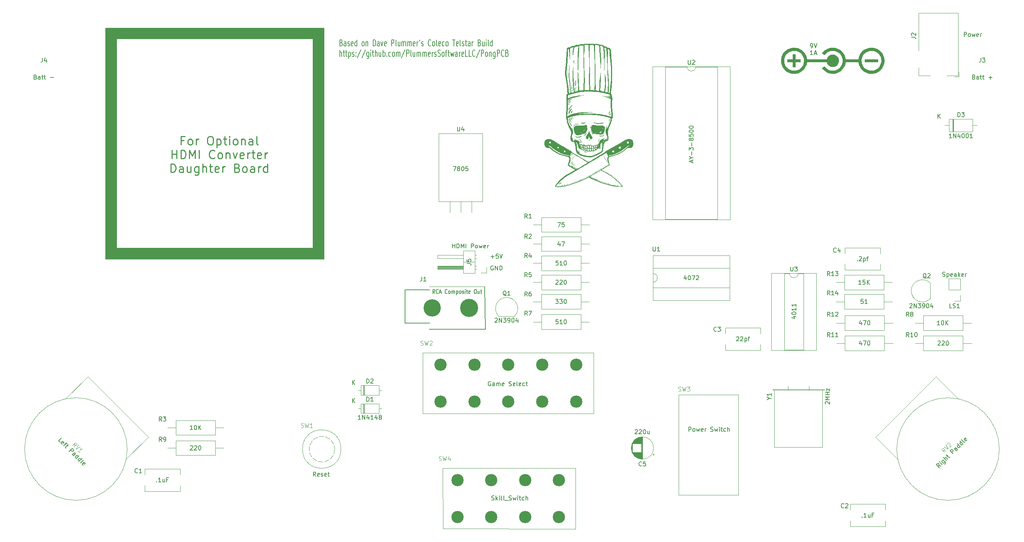
<source format=gbr>
%TF.GenerationSoftware,KiCad,Pcbnew,7.0.10*%
%TF.CreationDate,2024-01-17T17:08:55-05:00*%
%TF.ProjectId,Telstar Alpha,54656c73-7461-4722-9041-6c7068612e6b,0.1*%
%TF.SameCoordinates,Original*%
%TF.FileFunction,Legend,Top*%
%TF.FilePolarity,Positive*%
%FSLAX46Y46*%
G04 Gerber Fmt 4.6, Leading zero omitted, Abs format (unit mm)*
G04 Created by KiCad (PCBNEW 7.0.10) date 2024-01-17 17:08:55*
%MOMM*%
%LPD*%
G01*
G04 APERTURE LIST*
%ADD10C,0.150000*%
%ADD11C,0.250000*%
%ADD12C,0.100000*%
%ADD13C,0.120000*%
%ADD14C,0.010000*%
%ADD15C,4.230000*%
%ADD16C,4.035000*%
%ADD17C,2.865000*%
G04 APERTURE END LIST*
D10*
X94070112Y-23407914D02*
X94212969Y-23479342D01*
X94212969Y-23479342D02*
X94260588Y-23550771D01*
X94260588Y-23550771D02*
X94308207Y-23693628D01*
X94308207Y-23693628D02*
X94308207Y-23907914D01*
X94308207Y-23907914D02*
X94260588Y-24050771D01*
X94260588Y-24050771D02*
X94212969Y-24122200D01*
X94212969Y-24122200D02*
X94117731Y-24193628D01*
X94117731Y-24193628D02*
X93736779Y-24193628D01*
X93736779Y-24193628D02*
X93736779Y-22693628D01*
X93736779Y-22693628D02*
X94070112Y-22693628D01*
X94070112Y-22693628D02*
X94165350Y-22765057D01*
X94165350Y-22765057D02*
X94212969Y-22836485D01*
X94212969Y-22836485D02*
X94260588Y-22979342D01*
X94260588Y-22979342D02*
X94260588Y-23122200D01*
X94260588Y-23122200D02*
X94212969Y-23265057D01*
X94212969Y-23265057D02*
X94165350Y-23336485D01*
X94165350Y-23336485D02*
X94070112Y-23407914D01*
X94070112Y-23407914D02*
X93736779Y-23407914D01*
X95165350Y-24193628D02*
X95165350Y-23407914D01*
X95165350Y-23407914D02*
X95117731Y-23265057D01*
X95117731Y-23265057D02*
X95022493Y-23193628D01*
X95022493Y-23193628D02*
X94832017Y-23193628D01*
X94832017Y-23193628D02*
X94736779Y-23265057D01*
X95165350Y-24122200D02*
X95070112Y-24193628D01*
X95070112Y-24193628D02*
X94832017Y-24193628D01*
X94832017Y-24193628D02*
X94736779Y-24122200D01*
X94736779Y-24122200D02*
X94689160Y-23979342D01*
X94689160Y-23979342D02*
X94689160Y-23836485D01*
X94689160Y-23836485D02*
X94736779Y-23693628D01*
X94736779Y-23693628D02*
X94832017Y-23622200D01*
X94832017Y-23622200D02*
X95070112Y-23622200D01*
X95070112Y-23622200D02*
X95165350Y-23550771D01*
X95593922Y-24122200D02*
X95689160Y-24193628D01*
X95689160Y-24193628D02*
X95879636Y-24193628D01*
X95879636Y-24193628D02*
X95974874Y-24122200D01*
X95974874Y-24122200D02*
X96022493Y-23979342D01*
X96022493Y-23979342D02*
X96022493Y-23907914D01*
X96022493Y-23907914D02*
X95974874Y-23765057D01*
X95974874Y-23765057D02*
X95879636Y-23693628D01*
X95879636Y-23693628D02*
X95736779Y-23693628D01*
X95736779Y-23693628D02*
X95641541Y-23622200D01*
X95641541Y-23622200D02*
X95593922Y-23479342D01*
X95593922Y-23479342D02*
X95593922Y-23407914D01*
X95593922Y-23407914D02*
X95641541Y-23265057D01*
X95641541Y-23265057D02*
X95736779Y-23193628D01*
X95736779Y-23193628D02*
X95879636Y-23193628D01*
X95879636Y-23193628D02*
X95974874Y-23265057D01*
X96832017Y-24122200D02*
X96736779Y-24193628D01*
X96736779Y-24193628D02*
X96546303Y-24193628D01*
X96546303Y-24193628D02*
X96451065Y-24122200D01*
X96451065Y-24122200D02*
X96403446Y-23979342D01*
X96403446Y-23979342D02*
X96403446Y-23407914D01*
X96403446Y-23407914D02*
X96451065Y-23265057D01*
X96451065Y-23265057D02*
X96546303Y-23193628D01*
X96546303Y-23193628D02*
X96736779Y-23193628D01*
X96736779Y-23193628D02*
X96832017Y-23265057D01*
X96832017Y-23265057D02*
X96879636Y-23407914D01*
X96879636Y-23407914D02*
X96879636Y-23550771D01*
X96879636Y-23550771D02*
X96403446Y-23693628D01*
X97736779Y-24193628D02*
X97736779Y-22693628D01*
X97736779Y-24122200D02*
X97641541Y-24193628D01*
X97641541Y-24193628D02*
X97451065Y-24193628D01*
X97451065Y-24193628D02*
X97355827Y-24122200D01*
X97355827Y-24122200D02*
X97308208Y-24050771D01*
X97308208Y-24050771D02*
X97260589Y-23907914D01*
X97260589Y-23907914D02*
X97260589Y-23479342D01*
X97260589Y-23479342D02*
X97308208Y-23336485D01*
X97308208Y-23336485D02*
X97355827Y-23265057D01*
X97355827Y-23265057D02*
X97451065Y-23193628D01*
X97451065Y-23193628D02*
X97641541Y-23193628D01*
X97641541Y-23193628D02*
X97736779Y-23265057D01*
X99117732Y-24193628D02*
X99022494Y-24122200D01*
X99022494Y-24122200D02*
X98974875Y-24050771D01*
X98974875Y-24050771D02*
X98927256Y-23907914D01*
X98927256Y-23907914D02*
X98927256Y-23479342D01*
X98927256Y-23479342D02*
X98974875Y-23336485D01*
X98974875Y-23336485D02*
X99022494Y-23265057D01*
X99022494Y-23265057D02*
X99117732Y-23193628D01*
X99117732Y-23193628D02*
X99260589Y-23193628D01*
X99260589Y-23193628D02*
X99355827Y-23265057D01*
X99355827Y-23265057D02*
X99403446Y-23336485D01*
X99403446Y-23336485D02*
X99451065Y-23479342D01*
X99451065Y-23479342D02*
X99451065Y-23907914D01*
X99451065Y-23907914D02*
X99403446Y-24050771D01*
X99403446Y-24050771D02*
X99355827Y-24122200D01*
X99355827Y-24122200D02*
X99260589Y-24193628D01*
X99260589Y-24193628D02*
X99117732Y-24193628D01*
X99879637Y-23193628D02*
X99879637Y-24193628D01*
X99879637Y-23336485D02*
X99927256Y-23265057D01*
X99927256Y-23265057D02*
X100022494Y-23193628D01*
X100022494Y-23193628D02*
X100165351Y-23193628D01*
X100165351Y-23193628D02*
X100260589Y-23265057D01*
X100260589Y-23265057D02*
X100308208Y-23407914D01*
X100308208Y-23407914D02*
X100308208Y-24193628D01*
X101546304Y-24193628D02*
X101546304Y-22693628D01*
X101546304Y-22693628D02*
X101784399Y-22693628D01*
X101784399Y-22693628D02*
X101927256Y-22765057D01*
X101927256Y-22765057D02*
X102022494Y-22907914D01*
X102022494Y-22907914D02*
X102070113Y-23050771D01*
X102070113Y-23050771D02*
X102117732Y-23336485D01*
X102117732Y-23336485D02*
X102117732Y-23550771D01*
X102117732Y-23550771D02*
X102070113Y-23836485D01*
X102070113Y-23836485D02*
X102022494Y-23979342D01*
X102022494Y-23979342D02*
X101927256Y-24122200D01*
X101927256Y-24122200D02*
X101784399Y-24193628D01*
X101784399Y-24193628D02*
X101546304Y-24193628D01*
X102974875Y-24193628D02*
X102974875Y-23407914D01*
X102974875Y-23407914D02*
X102927256Y-23265057D01*
X102927256Y-23265057D02*
X102832018Y-23193628D01*
X102832018Y-23193628D02*
X102641542Y-23193628D01*
X102641542Y-23193628D02*
X102546304Y-23265057D01*
X102974875Y-24122200D02*
X102879637Y-24193628D01*
X102879637Y-24193628D02*
X102641542Y-24193628D01*
X102641542Y-24193628D02*
X102546304Y-24122200D01*
X102546304Y-24122200D02*
X102498685Y-23979342D01*
X102498685Y-23979342D02*
X102498685Y-23836485D01*
X102498685Y-23836485D02*
X102546304Y-23693628D01*
X102546304Y-23693628D02*
X102641542Y-23622200D01*
X102641542Y-23622200D02*
X102879637Y-23622200D01*
X102879637Y-23622200D02*
X102974875Y-23550771D01*
X103355828Y-23193628D02*
X103593923Y-24193628D01*
X103593923Y-24193628D02*
X103832018Y-23193628D01*
X104593923Y-24122200D02*
X104498685Y-24193628D01*
X104498685Y-24193628D02*
X104308209Y-24193628D01*
X104308209Y-24193628D02*
X104212971Y-24122200D01*
X104212971Y-24122200D02*
X104165352Y-23979342D01*
X104165352Y-23979342D02*
X104165352Y-23407914D01*
X104165352Y-23407914D02*
X104212971Y-23265057D01*
X104212971Y-23265057D02*
X104308209Y-23193628D01*
X104308209Y-23193628D02*
X104498685Y-23193628D01*
X104498685Y-23193628D02*
X104593923Y-23265057D01*
X104593923Y-23265057D02*
X104641542Y-23407914D01*
X104641542Y-23407914D02*
X104641542Y-23550771D01*
X104641542Y-23550771D02*
X104165352Y-23693628D01*
X105832019Y-24193628D02*
X105832019Y-22693628D01*
X105832019Y-22693628D02*
X106212971Y-22693628D01*
X106212971Y-22693628D02*
X106308209Y-22765057D01*
X106308209Y-22765057D02*
X106355828Y-22836485D01*
X106355828Y-22836485D02*
X106403447Y-22979342D01*
X106403447Y-22979342D02*
X106403447Y-23193628D01*
X106403447Y-23193628D02*
X106355828Y-23336485D01*
X106355828Y-23336485D02*
X106308209Y-23407914D01*
X106308209Y-23407914D02*
X106212971Y-23479342D01*
X106212971Y-23479342D02*
X105832019Y-23479342D01*
X106974876Y-24193628D02*
X106879638Y-24122200D01*
X106879638Y-24122200D02*
X106832019Y-23979342D01*
X106832019Y-23979342D02*
X106832019Y-22693628D01*
X107784400Y-23193628D02*
X107784400Y-24193628D01*
X107355829Y-23193628D02*
X107355829Y-23979342D01*
X107355829Y-23979342D02*
X107403448Y-24122200D01*
X107403448Y-24122200D02*
X107498686Y-24193628D01*
X107498686Y-24193628D02*
X107641543Y-24193628D01*
X107641543Y-24193628D02*
X107736781Y-24122200D01*
X107736781Y-24122200D02*
X107784400Y-24050771D01*
X108260591Y-24193628D02*
X108260591Y-23193628D01*
X108260591Y-23336485D02*
X108308210Y-23265057D01*
X108308210Y-23265057D02*
X108403448Y-23193628D01*
X108403448Y-23193628D02*
X108546305Y-23193628D01*
X108546305Y-23193628D02*
X108641543Y-23265057D01*
X108641543Y-23265057D02*
X108689162Y-23407914D01*
X108689162Y-23407914D02*
X108689162Y-24193628D01*
X108689162Y-23407914D02*
X108736781Y-23265057D01*
X108736781Y-23265057D02*
X108832019Y-23193628D01*
X108832019Y-23193628D02*
X108974876Y-23193628D01*
X108974876Y-23193628D02*
X109070115Y-23265057D01*
X109070115Y-23265057D02*
X109117734Y-23407914D01*
X109117734Y-23407914D02*
X109117734Y-24193628D01*
X109593924Y-24193628D02*
X109593924Y-23193628D01*
X109593924Y-23336485D02*
X109641543Y-23265057D01*
X109641543Y-23265057D02*
X109736781Y-23193628D01*
X109736781Y-23193628D02*
X109879638Y-23193628D01*
X109879638Y-23193628D02*
X109974876Y-23265057D01*
X109974876Y-23265057D02*
X110022495Y-23407914D01*
X110022495Y-23407914D02*
X110022495Y-24193628D01*
X110022495Y-23407914D02*
X110070114Y-23265057D01*
X110070114Y-23265057D02*
X110165352Y-23193628D01*
X110165352Y-23193628D02*
X110308209Y-23193628D01*
X110308209Y-23193628D02*
X110403448Y-23265057D01*
X110403448Y-23265057D02*
X110451067Y-23407914D01*
X110451067Y-23407914D02*
X110451067Y-24193628D01*
X111308209Y-24122200D02*
X111212971Y-24193628D01*
X111212971Y-24193628D02*
X111022495Y-24193628D01*
X111022495Y-24193628D02*
X110927257Y-24122200D01*
X110927257Y-24122200D02*
X110879638Y-23979342D01*
X110879638Y-23979342D02*
X110879638Y-23407914D01*
X110879638Y-23407914D02*
X110927257Y-23265057D01*
X110927257Y-23265057D02*
X111022495Y-23193628D01*
X111022495Y-23193628D02*
X111212971Y-23193628D01*
X111212971Y-23193628D02*
X111308209Y-23265057D01*
X111308209Y-23265057D02*
X111355828Y-23407914D01*
X111355828Y-23407914D02*
X111355828Y-23550771D01*
X111355828Y-23550771D02*
X110879638Y-23693628D01*
X111784400Y-24193628D02*
X111784400Y-23193628D01*
X111784400Y-23479342D02*
X111832019Y-23336485D01*
X111832019Y-23336485D02*
X111879638Y-23265057D01*
X111879638Y-23265057D02*
X111974876Y-23193628D01*
X111974876Y-23193628D02*
X112070114Y-23193628D01*
X112451067Y-22693628D02*
X112355829Y-22979342D01*
X112832019Y-24122200D02*
X112927257Y-24193628D01*
X112927257Y-24193628D02*
X113117733Y-24193628D01*
X113117733Y-24193628D02*
X113212971Y-24122200D01*
X113212971Y-24122200D02*
X113260590Y-23979342D01*
X113260590Y-23979342D02*
X113260590Y-23907914D01*
X113260590Y-23907914D02*
X113212971Y-23765057D01*
X113212971Y-23765057D02*
X113117733Y-23693628D01*
X113117733Y-23693628D02*
X112974876Y-23693628D01*
X112974876Y-23693628D02*
X112879638Y-23622200D01*
X112879638Y-23622200D02*
X112832019Y-23479342D01*
X112832019Y-23479342D02*
X112832019Y-23407914D01*
X112832019Y-23407914D02*
X112879638Y-23265057D01*
X112879638Y-23265057D02*
X112974876Y-23193628D01*
X112974876Y-23193628D02*
X113117733Y-23193628D01*
X113117733Y-23193628D02*
X113212971Y-23265057D01*
X115022495Y-24050771D02*
X114974876Y-24122200D01*
X114974876Y-24122200D02*
X114832019Y-24193628D01*
X114832019Y-24193628D02*
X114736781Y-24193628D01*
X114736781Y-24193628D02*
X114593924Y-24122200D01*
X114593924Y-24122200D02*
X114498686Y-23979342D01*
X114498686Y-23979342D02*
X114451067Y-23836485D01*
X114451067Y-23836485D02*
X114403448Y-23550771D01*
X114403448Y-23550771D02*
X114403448Y-23336485D01*
X114403448Y-23336485D02*
X114451067Y-23050771D01*
X114451067Y-23050771D02*
X114498686Y-22907914D01*
X114498686Y-22907914D02*
X114593924Y-22765057D01*
X114593924Y-22765057D02*
X114736781Y-22693628D01*
X114736781Y-22693628D02*
X114832019Y-22693628D01*
X114832019Y-22693628D02*
X114974876Y-22765057D01*
X114974876Y-22765057D02*
X115022495Y-22836485D01*
X115593924Y-24193628D02*
X115498686Y-24122200D01*
X115498686Y-24122200D02*
X115451067Y-24050771D01*
X115451067Y-24050771D02*
X115403448Y-23907914D01*
X115403448Y-23907914D02*
X115403448Y-23479342D01*
X115403448Y-23479342D02*
X115451067Y-23336485D01*
X115451067Y-23336485D02*
X115498686Y-23265057D01*
X115498686Y-23265057D02*
X115593924Y-23193628D01*
X115593924Y-23193628D02*
X115736781Y-23193628D01*
X115736781Y-23193628D02*
X115832019Y-23265057D01*
X115832019Y-23265057D02*
X115879638Y-23336485D01*
X115879638Y-23336485D02*
X115927257Y-23479342D01*
X115927257Y-23479342D02*
X115927257Y-23907914D01*
X115927257Y-23907914D02*
X115879638Y-24050771D01*
X115879638Y-24050771D02*
X115832019Y-24122200D01*
X115832019Y-24122200D02*
X115736781Y-24193628D01*
X115736781Y-24193628D02*
X115593924Y-24193628D01*
X116498686Y-24193628D02*
X116403448Y-24122200D01*
X116403448Y-24122200D02*
X116355829Y-23979342D01*
X116355829Y-23979342D02*
X116355829Y-22693628D01*
X117260591Y-24122200D02*
X117165353Y-24193628D01*
X117165353Y-24193628D02*
X116974877Y-24193628D01*
X116974877Y-24193628D02*
X116879639Y-24122200D01*
X116879639Y-24122200D02*
X116832020Y-23979342D01*
X116832020Y-23979342D02*
X116832020Y-23407914D01*
X116832020Y-23407914D02*
X116879639Y-23265057D01*
X116879639Y-23265057D02*
X116974877Y-23193628D01*
X116974877Y-23193628D02*
X117165353Y-23193628D01*
X117165353Y-23193628D02*
X117260591Y-23265057D01*
X117260591Y-23265057D02*
X117308210Y-23407914D01*
X117308210Y-23407914D02*
X117308210Y-23550771D01*
X117308210Y-23550771D02*
X116832020Y-23693628D01*
X118165353Y-24122200D02*
X118070115Y-24193628D01*
X118070115Y-24193628D02*
X117879639Y-24193628D01*
X117879639Y-24193628D02*
X117784401Y-24122200D01*
X117784401Y-24122200D02*
X117736782Y-24050771D01*
X117736782Y-24050771D02*
X117689163Y-23907914D01*
X117689163Y-23907914D02*
X117689163Y-23479342D01*
X117689163Y-23479342D02*
X117736782Y-23336485D01*
X117736782Y-23336485D02*
X117784401Y-23265057D01*
X117784401Y-23265057D02*
X117879639Y-23193628D01*
X117879639Y-23193628D02*
X118070115Y-23193628D01*
X118070115Y-23193628D02*
X118165353Y-23265057D01*
X118736782Y-24193628D02*
X118641544Y-24122200D01*
X118641544Y-24122200D02*
X118593925Y-24050771D01*
X118593925Y-24050771D02*
X118546306Y-23907914D01*
X118546306Y-23907914D02*
X118546306Y-23479342D01*
X118546306Y-23479342D02*
X118593925Y-23336485D01*
X118593925Y-23336485D02*
X118641544Y-23265057D01*
X118641544Y-23265057D02*
X118736782Y-23193628D01*
X118736782Y-23193628D02*
X118879639Y-23193628D01*
X118879639Y-23193628D02*
X118974877Y-23265057D01*
X118974877Y-23265057D02*
X119022496Y-23336485D01*
X119022496Y-23336485D02*
X119070115Y-23479342D01*
X119070115Y-23479342D02*
X119070115Y-23907914D01*
X119070115Y-23907914D02*
X119022496Y-24050771D01*
X119022496Y-24050771D02*
X118974877Y-24122200D01*
X118974877Y-24122200D02*
X118879639Y-24193628D01*
X118879639Y-24193628D02*
X118736782Y-24193628D01*
X120117735Y-22693628D02*
X120689163Y-22693628D01*
X120403449Y-24193628D02*
X120403449Y-22693628D01*
X121403449Y-24122200D02*
X121308211Y-24193628D01*
X121308211Y-24193628D02*
X121117735Y-24193628D01*
X121117735Y-24193628D02*
X121022497Y-24122200D01*
X121022497Y-24122200D02*
X120974878Y-23979342D01*
X120974878Y-23979342D02*
X120974878Y-23407914D01*
X120974878Y-23407914D02*
X121022497Y-23265057D01*
X121022497Y-23265057D02*
X121117735Y-23193628D01*
X121117735Y-23193628D02*
X121308211Y-23193628D01*
X121308211Y-23193628D02*
X121403449Y-23265057D01*
X121403449Y-23265057D02*
X121451068Y-23407914D01*
X121451068Y-23407914D02*
X121451068Y-23550771D01*
X121451068Y-23550771D02*
X120974878Y-23693628D01*
X122022497Y-24193628D02*
X121927259Y-24122200D01*
X121927259Y-24122200D02*
X121879640Y-23979342D01*
X121879640Y-23979342D02*
X121879640Y-22693628D01*
X122355831Y-24122200D02*
X122451069Y-24193628D01*
X122451069Y-24193628D02*
X122641545Y-24193628D01*
X122641545Y-24193628D02*
X122736783Y-24122200D01*
X122736783Y-24122200D02*
X122784402Y-23979342D01*
X122784402Y-23979342D02*
X122784402Y-23907914D01*
X122784402Y-23907914D02*
X122736783Y-23765057D01*
X122736783Y-23765057D02*
X122641545Y-23693628D01*
X122641545Y-23693628D02*
X122498688Y-23693628D01*
X122498688Y-23693628D02*
X122403450Y-23622200D01*
X122403450Y-23622200D02*
X122355831Y-23479342D01*
X122355831Y-23479342D02*
X122355831Y-23407914D01*
X122355831Y-23407914D02*
X122403450Y-23265057D01*
X122403450Y-23265057D02*
X122498688Y-23193628D01*
X122498688Y-23193628D02*
X122641545Y-23193628D01*
X122641545Y-23193628D02*
X122736783Y-23265057D01*
X123070117Y-23193628D02*
X123451069Y-23193628D01*
X123212974Y-22693628D02*
X123212974Y-23979342D01*
X123212974Y-23979342D02*
X123260593Y-24122200D01*
X123260593Y-24122200D02*
X123355831Y-24193628D01*
X123355831Y-24193628D02*
X123451069Y-24193628D01*
X124212974Y-24193628D02*
X124212974Y-23407914D01*
X124212974Y-23407914D02*
X124165355Y-23265057D01*
X124165355Y-23265057D02*
X124070117Y-23193628D01*
X124070117Y-23193628D02*
X123879641Y-23193628D01*
X123879641Y-23193628D02*
X123784403Y-23265057D01*
X124212974Y-24122200D02*
X124117736Y-24193628D01*
X124117736Y-24193628D02*
X123879641Y-24193628D01*
X123879641Y-24193628D02*
X123784403Y-24122200D01*
X123784403Y-24122200D02*
X123736784Y-23979342D01*
X123736784Y-23979342D02*
X123736784Y-23836485D01*
X123736784Y-23836485D02*
X123784403Y-23693628D01*
X123784403Y-23693628D02*
X123879641Y-23622200D01*
X123879641Y-23622200D02*
X124117736Y-23622200D01*
X124117736Y-23622200D02*
X124212974Y-23550771D01*
X124689165Y-24193628D02*
X124689165Y-23193628D01*
X124689165Y-23479342D02*
X124736784Y-23336485D01*
X124736784Y-23336485D02*
X124784403Y-23265057D01*
X124784403Y-23265057D02*
X124879641Y-23193628D01*
X124879641Y-23193628D02*
X124974879Y-23193628D01*
X126403451Y-23407914D02*
X126546308Y-23479342D01*
X126546308Y-23479342D02*
X126593927Y-23550771D01*
X126593927Y-23550771D02*
X126641546Y-23693628D01*
X126641546Y-23693628D02*
X126641546Y-23907914D01*
X126641546Y-23907914D02*
X126593927Y-24050771D01*
X126593927Y-24050771D02*
X126546308Y-24122200D01*
X126546308Y-24122200D02*
X126451070Y-24193628D01*
X126451070Y-24193628D02*
X126070118Y-24193628D01*
X126070118Y-24193628D02*
X126070118Y-22693628D01*
X126070118Y-22693628D02*
X126403451Y-22693628D01*
X126403451Y-22693628D02*
X126498689Y-22765057D01*
X126498689Y-22765057D02*
X126546308Y-22836485D01*
X126546308Y-22836485D02*
X126593927Y-22979342D01*
X126593927Y-22979342D02*
X126593927Y-23122200D01*
X126593927Y-23122200D02*
X126546308Y-23265057D01*
X126546308Y-23265057D02*
X126498689Y-23336485D01*
X126498689Y-23336485D02*
X126403451Y-23407914D01*
X126403451Y-23407914D02*
X126070118Y-23407914D01*
X127498689Y-23193628D02*
X127498689Y-24193628D01*
X127070118Y-23193628D02*
X127070118Y-23979342D01*
X127070118Y-23979342D02*
X127117737Y-24122200D01*
X127117737Y-24122200D02*
X127212975Y-24193628D01*
X127212975Y-24193628D02*
X127355832Y-24193628D01*
X127355832Y-24193628D02*
X127451070Y-24122200D01*
X127451070Y-24122200D02*
X127498689Y-24050771D01*
X127974880Y-24193628D02*
X127974880Y-23193628D01*
X127974880Y-22693628D02*
X127927261Y-22765057D01*
X127927261Y-22765057D02*
X127974880Y-22836485D01*
X127974880Y-22836485D02*
X128022499Y-22765057D01*
X128022499Y-22765057D02*
X127974880Y-22693628D01*
X127974880Y-22693628D02*
X127974880Y-22836485D01*
X128593927Y-24193628D02*
X128498689Y-24122200D01*
X128498689Y-24122200D02*
X128451070Y-23979342D01*
X128451070Y-23979342D02*
X128451070Y-22693628D01*
X129403451Y-24193628D02*
X129403451Y-22693628D01*
X129403451Y-24122200D02*
X129308213Y-24193628D01*
X129308213Y-24193628D02*
X129117737Y-24193628D01*
X129117737Y-24193628D02*
X129022499Y-24122200D01*
X129022499Y-24122200D02*
X128974880Y-24050771D01*
X128974880Y-24050771D02*
X128927261Y-23907914D01*
X128927261Y-23907914D02*
X128927261Y-23479342D01*
X128927261Y-23479342D02*
X128974880Y-23336485D01*
X128974880Y-23336485D02*
X129022499Y-23265057D01*
X129022499Y-23265057D02*
X129117737Y-23193628D01*
X129117737Y-23193628D02*
X129308213Y-23193628D01*
X129308213Y-23193628D02*
X129403451Y-23265057D01*
X93736779Y-26608628D02*
X93736779Y-25108628D01*
X94165350Y-26608628D02*
X94165350Y-25822914D01*
X94165350Y-25822914D02*
X94117731Y-25680057D01*
X94117731Y-25680057D02*
X94022493Y-25608628D01*
X94022493Y-25608628D02*
X93879636Y-25608628D01*
X93879636Y-25608628D02*
X93784398Y-25680057D01*
X93784398Y-25680057D02*
X93736779Y-25751485D01*
X94498684Y-25608628D02*
X94879636Y-25608628D01*
X94641541Y-25108628D02*
X94641541Y-26394342D01*
X94641541Y-26394342D02*
X94689160Y-26537200D01*
X94689160Y-26537200D02*
X94784398Y-26608628D01*
X94784398Y-26608628D02*
X94879636Y-26608628D01*
X95070113Y-25608628D02*
X95451065Y-25608628D01*
X95212970Y-25108628D02*
X95212970Y-26394342D01*
X95212970Y-26394342D02*
X95260589Y-26537200D01*
X95260589Y-26537200D02*
X95355827Y-26608628D01*
X95355827Y-26608628D02*
X95451065Y-26608628D01*
X95784399Y-25608628D02*
X95784399Y-27108628D01*
X95784399Y-25680057D02*
X95879637Y-25608628D01*
X95879637Y-25608628D02*
X96070113Y-25608628D01*
X96070113Y-25608628D02*
X96165351Y-25680057D01*
X96165351Y-25680057D02*
X96212970Y-25751485D01*
X96212970Y-25751485D02*
X96260589Y-25894342D01*
X96260589Y-25894342D02*
X96260589Y-26322914D01*
X96260589Y-26322914D02*
X96212970Y-26465771D01*
X96212970Y-26465771D02*
X96165351Y-26537200D01*
X96165351Y-26537200D02*
X96070113Y-26608628D01*
X96070113Y-26608628D02*
X95879637Y-26608628D01*
X95879637Y-26608628D02*
X95784399Y-26537200D01*
X96641542Y-26537200D02*
X96736780Y-26608628D01*
X96736780Y-26608628D02*
X96927256Y-26608628D01*
X96927256Y-26608628D02*
X97022494Y-26537200D01*
X97022494Y-26537200D02*
X97070113Y-26394342D01*
X97070113Y-26394342D02*
X97070113Y-26322914D01*
X97070113Y-26322914D02*
X97022494Y-26180057D01*
X97022494Y-26180057D02*
X96927256Y-26108628D01*
X96927256Y-26108628D02*
X96784399Y-26108628D01*
X96784399Y-26108628D02*
X96689161Y-26037200D01*
X96689161Y-26037200D02*
X96641542Y-25894342D01*
X96641542Y-25894342D02*
X96641542Y-25822914D01*
X96641542Y-25822914D02*
X96689161Y-25680057D01*
X96689161Y-25680057D02*
X96784399Y-25608628D01*
X96784399Y-25608628D02*
X96927256Y-25608628D01*
X96927256Y-25608628D02*
X97022494Y-25680057D01*
X97498685Y-26465771D02*
X97546304Y-26537200D01*
X97546304Y-26537200D02*
X97498685Y-26608628D01*
X97498685Y-26608628D02*
X97451066Y-26537200D01*
X97451066Y-26537200D02*
X97498685Y-26465771D01*
X97498685Y-26465771D02*
X97498685Y-26608628D01*
X97498685Y-25680057D02*
X97546304Y-25751485D01*
X97546304Y-25751485D02*
X97498685Y-25822914D01*
X97498685Y-25822914D02*
X97451066Y-25751485D01*
X97451066Y-25751485D02*
X97498685Y-25680057D01*
X97498685Y-25680057D02*
X97498685Y-25822914D01*
X98689160Y-25037200D02*
X97832018Y-26965771D01*
X99736779Y-25037200D02*
X98879637Y-26965771D01*
X100498684Y-25608628D02*
X100498684Y-26822914D01*
X100498684Y-26822914D02*
X100451065Y-26965771D01*
X100451065Y-26965771D02*
X100403446Y-27037200D01*
X100403446Y-27037200D02*
X100308208Y-27108628D01*
X100308208Y-27108628D02*
X100165351Y-27108628D01*
X100165351Y-27108628D02*
X100070113Y-27037200D01*
X100498684Y-26537200D02*
X100403446Y-26608628D01*
X100403446Y-26608628D02*
X100212970Y-26608628D01*
X100212970Y-26608628D02*
X100117732Y-26537200D01*
X100117732Y-26537200D02*
X100070113Y-26465771D01*
X100070113Y-26465771D02*
X100022494Y-26322914D01*
X100022494Y-26322914D02*
X100022494Y-25894342D01*
X100022494Y-25894342D02*
X100070113Y-25751485D01*
X100070113Y-25751485D02*
X100117732Y-25680057D01*
X100117732Y-25680057D02*
X100212970Y-25608628D01*
X100212970Y-25608628D02*
X100403446Y-25608628D01*
X100403446Y-25608628D02*
X100498684Y-25680057D01*
X100974875Y-26608628D02*
X100974875Y-25608628D01*
X100974875Y-25108628D02*
X100927256Y-25180057D01*
X100927256Y-25180057D02*
X100974875Y-25251485D01*
X100974875Y-25251485D02*
X101022494Y-25180057D01*
X101022494Y-25180057D02*
X100974875Y-25108628D01*
X100974875Y-25108628D02*
X100974875Y-25251485D01*
X101308208Y-25608628D02*
X101689160Y-25608628D01*
X101451065Y-25108628D02*
X101451065Y-26394342D01*
X101451065Y-26394342D02*
X101498684Y-26537200D01*
X101498684Y-26537200D02*
X101593922Y-26608628D01*
X101593922Y-26608628D02*
X101689160Y-26608628D01*
X102022494Y-26608628D02*
X102022494Y-25108628D01*
X102451065Y-26608628D02*
X102451065Y-25822914D01*
X102451065Y-25822914D02*
X102403446Y-25680057D01*
X102403446Y-25680057D02*
X102308208Y-25608628D01*
X102308208Y-25608628D02*
X102165351Y-25608628D01*
X102165351Y-25608628D02*
X102070113Y-25680057D01*
X102070113Y-25680057D02*
X102022494Y-25751485D01*
X103355827Y-25608628D02*
X103355827Y-26608628D01*
X102927256Y-25608628D02*
X102927256Y-26394342D01*
X102927256Y-26394342D02*
X102974875Y-26537200D01*
X102974875Y-26537200D02*
X103070113Y-26608628D01*
X103070113Y-26608628D02*
X103212970Y-26608628D01*
X103212970Y-26608628D02*
X103308208Y-26537200D01*
X103308208Y-26537200D02*
X103355827Y-26465771D01*
X103832018Y-26608628D02*
X103832018Y-25108628D01*
X103832018Y-25680057D02*
X103927256Y-25608628D01*
X103927256Y-25608628D02*
X104117732Y-25608628D01*
X104117732Y-25608628D02*
X104212970Y-25680057D01*
X104212970Y-25680057D02*
X104260589Y-25751485D01*
X104260589Y-25751485D02*
X104308208Y-25894342D01*
X104308208Y-25894342D02*
X104308208Y-26322914D01*
X104308208Y-26322914D02*
X104260589Y-26465771D01*
X104260589Y-26465771D02*
X104212970Y-26537200D01*
X104212970Y-26537200D02*
X104117732Y-26608628D01*
X104117732Y-26608628D02*
X103927256Y-26608628D01*
X103927256Y-26608628D02*
X103832018Y-26537200D01*
X104736780Y-26465771D02*
X104784399Y-26537200D01*
X104784399Y-26537200D02*
X104736780Y-26608628D01*
X104736780Y-26608628D02*
X104689161Y-26537200D01*
X104689161Y-26537200D02*
X104736780Y-26465771D01*
X104736780Y-26465771D02*
X104736780Y-26608628D01*
X105641541Y-26537200D02*
X105546303Y-26608628D01*
X105546303Y-26608628D02*
X105355827Y-26608628D01*
X105355827Y-26608628D02*
X105260589Y-26537200D01*
X105260589Y-26537200D02*
X105212970Y-26465771D01*
X105212970Y-26465771D02*
X105165351Y-26322914D01*
X105165351Y-26322914D02*
X105165351Y-25894342D01*
X105165351Y-25894342D02*
X105212970Y-25751485D01*
X105212970Y-25751485D02*
X105260589Y-25680057D01*
X105260589Y-25680057D02*
X105355827Y-25608628D01*
X105355827Y-25608628D02*
X105546303Y-25608628D01*
X105546303Y-25608628D02*
X105641541Y-25680057D01*
X106212970Y-26608628D02*
X106117732Y-26537200D01*
X106117732Y-26537200D02*
X106070113Y-26465771D01*
X106070113Y-26465771D02*
X106022494Y-26322914D01*
X106022494Y-26322914D02*
X106022494Y-25894342D01*
X106022494Y-25894342D02*
X106070113Y-25751485D01*
X106070113Y-25751485D02*
X106117732Y-25680057D01*
X106117732Y-25680057D02*
X106212970Y-25608628D01*
X106212970Y-25608628D02*
X106355827Y-25608628D01*
X106355827Y-25608628D02*
X106451065Y-25680057D01*
X106451065Y-25680057D02*
X106498684Y-25751485D01*
X106498684Y-25751485D02*
X106546303Y-25894342D01*
X106546303Y-25894342D02*
X106546303Y-26322914D01*
X106546303Y-26322914D02*
X106498684Y-26465771D01*
X106498684Y-26465771D02*
X106451065Y-26537200D01*
X106451065Y-26537200D02*
X106355827Y-26608628D01*
X106355827Y-26608628D02*
X106212970Y-26608628D01*
X106974875Y-26608628D02*
X106974875Y-25608628D01*
X106974875Y-25751485D02*
X107022494Y-25680057D01*
X107022494Y-25680057D02*
X107117732Y-25608628D01*
X107117732Y-25608628D02*
X107260589Y-25608628D01*
X107260589Y-25608628D02*
X107355827Y-25680057D01*
X107355827Y-25680057D02*
X107403446Y-25822914D01*
X107403446Y-25822914D02*
X107403446Y-26608628D01*
X107403446Y-25822914D02*
X107451065Y-25680057D01*
X107451065Y-25680057D02*
X107546303Y-25608628D01*
X107546303Y-25608628D02*
X107689160Y-25608628D01*
X107689160Y-25608628D02*
X107784399Y-25680057D01*
X107784399Y-25680057D02*
X107832018Y-25822914D01*
X107832018Y-25822914D02*
X107832018Y-26608628D01*
X109022493Y-25037200D02*
X108165351Y-26965771D01*
X109355827Y-26608628D02*
X109355827Y-25108628D01*
X109355827Y-25108628D02*
X109736779Y-25108628D01*
X109736779Y-25108628D02*
X109832017Y-25180057D01*
X109832017Y-25180057D02*
X109879636Y-25251485D01*
X109879636Y-25251485D02*
X109927255Y-25394342D01*
X109927255Y-25394342D02*
X109927255Y-25608628D01*
X109927255Y-25608628D02*
X109879636Y-25751485D01*
X109879636Y-25751485D02*
X109832017Y-25822914D01*
X109832017Y-25822914D02*
X109736779Y-25894342D01*
X109736779Y-25894342D02*
X109355827Y-25894342D01*
X110498684Y-26608628D02*
X110403446Y-26537200D01*
X110403446Y-26537200D02*
X110355827Y-26394342D01*
X110355827Y-26394342D02*
X110355827Y-25108628D01*
X111308208Y-25608628D02*
X111308208Y-26608628D01*
X110879637Y-25608628D02*
X110879637Y-26394342D01*
X110879637Y-26394342D02*
X110927256Y-26537200D01*
X110927256Y-26537200D02*
X111022494Y-26608628D01*
X111022494Y-26608628D02*
X111165351Y-26608628D01*
X111165351Y-26608628D02*
X111260589Y-26537200D01*
X111260589Y-26537200D02*
X111308208Y-26465771D01*
X111784399Y-26608628D02*
X111784399Y-25608628D01*
X111784399Y-25751485D02*
X111832018Y-25680057D01*
X111832018Y-25680057D02*
X111927256Y-25608628D01*
X111927256Y-25608628D02*
X112070113Y-25608628D01*
X112070113Y-25608628D02*
X112165351Y-25680057D01*
X112165351Y-25680057D02*
X112212970Y-25822914D01*
X112212970Y-25822914D02*
X112212970Y-26608628D01*
X112212970Y-25822914D02*
X112260589Y-25680057D01*
X112260589Y-25680057D02*
X112355827Y-25608628D01*
X112355827Y-25608628D02*
X112498684Y-25608628D01*
X112498684Y-25608628D02*
X112593923Y-25680057D01*
X112593923Y-25680057D02*
X112641542Y-25822914D01*
X112641542Y-25822914D02*
X112641542Y-26608628D01*
X113117732Y-26608628D02*
X113117732Y-25608628D01*
X113117732Y-25751485D02*
X113165351Y-25680057D01*
X113165351Y-25680057D02*
X113260589Y-25608628D01*
X113260589Y-25608628D02*
X113403446Y-25608628D01*
X113403446Y-25608628D02*
X113498684Y-25680057D01*
X113498684Y-25680057D02*
X113546303Y-25822914D01*
X113546303Y-25822914D02*
X113546303Y-26608628D01*
X113546303Y-25822914D02*
X113593922Y-25680057D01*
X113593922Y-25680057D02*
X113689160Y-25608628D01*
X113689160Y-25608628D02*
X113832017Y-25608628D01*
X113832017Y-25608628D02*
X113927256Y-25680057D01*
X113927256Y-25680057D02*
X113974875Y-25822914D01*
X113974875Y-25822914D02*
X113974875Y-26608628D01*
X114832017Y-26537200D02*
X114736779Y-26608628D01*
X114736779Y-26608628D02*
X114546303Y-26608628D01*
X114546303Y-26608628D02*
X114451065Y-26537200D01*
X114451065Y-26537200D02*
X114403446Y-26394342D01*
X114403446Y-26394342D02*
X114403446Y-25822914D01*
X114403446Y-25822914D02*
X114451065Y-25680057D01*
X114451065Y-25680057D02*
X114546303Y-25608628D01*
X114546303Y-25608628D02*
X114736779Y-25608628D01*
X114736779Y-25608628D02*
X114832017Y-25680057D01*
X114832017Y-25680057D02*
X114879636Y-25822914D01*
X114879636Y-25822914D02*
X114879636Y-25965771D01*
X114879636Y-25965771D02*
X114403446Y-26108628D01*
X115308208Y-26608628D02*
X115308208Y-25608628D01*
X115308208Y-25894342D02*
X115355827Y-25751485D01*
X115355827Y-25751485D02*
X115403446Y-25680057D01*
X115403446Y-25680057D02*
X115498684Y-25608628D01*
X115498684Y-25608628D02*
X115593922Y-25608628D01*
X115879637Y-26537200D02*
X115974875Y-26608628D01*
X115974875Y-26608628D02*
X116165351Y-26608628D01*
X116165351Y-26608628D02*
X116260589Y-26537200D01*
X116260589Y-26537200D02*
X116308208Y-26394342D01*
X116308208Y-26394342D02*
X116308208Y-26322914D01*
X116308208Y-26322914D02*
X116260589Y-26180057D01*
X116260589Y-26180057D02*
X116165351Y-26108628D01*
X116165351Y-26108628D02*
X116022494Y-26108628D01*
X116022494Y-26108628D02*
X115927256Y-26037200D01*
X115927256Y-26037200D02*
X115879637Y-25894342D01*
X115879637Y-25894342D02*
X115879637Y-25822914D01*
X115879637Y-25822914D02*
X115927256Y-25680057D01*
X115927256Y-25680057D02*
X116022494Y-25608628D01*
X116022494Y-25608628D02*
X116165351Y-25608628D01*
X116165351Y-25608628D02*
X116260589Y-25680057D01*
X116689161Y-26537200D02*
X116832018Y-26608628D01*
X116832018Y-26608628D02*
X117070113Y-26608628D01*
X117070113Y-26608628D02*
X117165351Y-26537200D01*
X117165351Y-26537200D02*
X117212970Y-26465771D01*
X117212970Y-26465771D02*
X117260589Y-26322914D01*
X117260589Y-26322914D02*
X117260589Y-26180057D01*
X117260589Y-26180057D02*
X117212970Y-26037200D01*
X117212970Y-26037200D02*
X117165351Y-25965771D01*
X117165351Y-25965771D02*
X117070113Y-25894342D01*
X117070113Y-25894342D02*
X116879637Y-25822914D01*
X116879637Y-25822914D02*
X116784399Y-25751485D01*
X116784399Y-25751485D02*
X116736780Y-25680057D01*
X116736780Y-25680057D02*
X116689161Y-25537200D01*
X116689161Y-25537200D02*
X116689161Y-25394342D01*
X116689161Y-25394342D02*
X116736780Y-25251485D01*
X116736780Y-25251485D02*
X116784399Y-25180057D01*
X116784399Y-25180057D02*
X116879637Y-25108628D01*
X116879637Y-25108628D02*
X117117732Y-25108628D01*
X117117732Y-25108628D02*
X117260589Y-25180057D01*
X117832018Y-26608628D02*
X117736780Y-26537200D01*
X117736780Y-26537200D02*
X117689161Y-26465771D01*
X117689161Y-26465771D02*
X117641542Y-26322914D01*
X117641542Y-26322914D02*
X117641542Y-25894342D01*
X117641542Y-25894342D02*
X117689161Y-25751485D01*
X117689161Y-25751485D02*
X117736780Y-25680057D01*
X117736780Y-25680057D02*
X117832018Y-25608628D01*
X117832018Y-25608628D02*
X117974875Y-25608628D01*
X117974875Y-25608628D02*
X118070113Y-25680057D01*
X118070113Y-25680057D02*
X118117732Y-25751485D01*
X118117732Y-25751485D02*
X118165351Y-25894342D01*
X118165351Y-25894342D02*
X118165351Y-26322914D01*
X118165351Y-26322914D02*
X118117732Y-26465771D01*
X118117732Y-26465771D02*
X118070113Y-26537200D01*
X118070113Y-26537200D02*
X117974875Y-26608628D01*
X117974875Y-26608628D02*
X117832018Y-26608628D01*
X118451066Y-25608628D02*
X118832018Y-25608628D01*
X118593923Y-26608628D02*
X118593923Y-25322914D01*
X118593923Y-25322914D02*
X118641542Y-25180057D01*
X118641542Y-25180057D02*
X118736780Y-25108628D01*
X118736780Y-25108628D02*
X118832018Y-25108628D01*
X119022495Y-25608628D02*
X119403447Y-25608628D01*
X119165352Y-25108628D02*
X119165352Y-26394342D01*
X119165352Y-26394342D02*
X119212971Y-26537200D01*
X119212971Y-26537200D02*
X119308209Y-26608628D01*
X119308209Y-26608628D02*
X119403447Y-26608628D01*
X119641543Y-25608628D02*
X119832019Y-26608628D01*
X119832019Y-26608628D02*
X120022495Y-25894342D01*
X120022495Y-25894342D02*
X120212971Y-26608628D01*
X120212971Y-26608628D02*
X120403447Y-25608628D01*
X121212971Y-26608628D02*
X121212971Y-25822914D01*
X121212971Y-25822914D02*
X121165352Y-25680057D01*
X121165352Y-25680057D02*
X121070114Y-25608628D01*
X121070114Y-25608628D02*
X120879638Y-25608628D01*
X120879638Y-25608628D02*
X120784400Y-25680057D01*
X121212971Y-26537200D02*
X121117733Y-26608628D01*
X121117733Y-26608628D02*
X120879638Y-26608628D01*
X120879638Y-26608628D02*
X120784400Y-26537200D01*
X120784400Y-26537200D02*
X120736781Y-26394342D01*
X120736781Y-26394342D02*
X120736781Y-26251485D01*
X120736781Y-26251485D02*
X120784400Y-26108628D01*
X120784400Y-26108628D02*
X120879638Y-26037200D01*
X120879638Y-26037200D02*
X121117733Y-26037200D01*
X121117733Y-26037200D02*
X121212971Y-25965771D01*
X121689162Y-26608628D02*
X121689162Y-25608628D01*
X121689162Y-25894342D02*
X121736781Y-25751485D01*
X121736781Y-25751485D02*
X121784400Y-25680057D01*
X121784400Y-25680057D02*
X121879638Y-25608628D01*
X121879638Y-25608628D02*
X121974876Y-25608628D01*
X122689162Y-26537200D02*
X122593924Y-26608628D01*
X122593924Y-26608628D02*
X122403448Y-26608628D01*
X122403448Y-26608628D02*
X122308210Y-26537200D01*
X122308210Y-26537200D02*
X122260591Y-26394342D01*
X122260591Y-26394342D02*
X122260591Y-25822914D01*
X122260591Y-25822914D02*
X122308210Y-25680057D01*
X122308210Y-25680057D02*
X122403448Y-25608628D01*
X122403448Y-25608628D02*
X122593924Y-25608628D01*
X122593924Y-25608628D02*
X122689162Y-25680057D01*
X122689162Y-25680057D02*
X122736781Y-25822914D01*
X122736781Y-25822914D02*
X122736781Y-25965771D01*
X122736781Y-25965771D02*
X122260591Y-26108628D01*
X123641543Y-26608628D02*
X123165353Y-26608628D01*
X123165353Y-26608628D02*
X123165353Y-25108628D01*
X124451067Y-26608628D02*
X123974877Y-26608628D01*
X123974877Y-26608628D02*
X123974877Y-25108628D01*
X125355829Y-26465771D02*
X125308210Y-26537200D01*
X125308210Y-26537200D02*
X125165353Y-26608628D01*
X125165353Y-26608628D02*
X125070115Y-26608628D01*
X125070115Y-26608628D02*
X124927258Y-26537200D01*
X124927258Y-26537200D02*
X124832020Y-26394342D01*
X124832020Y-26394342D02*
X124784401Y-26251485D01*
X124784401Y-26251485D02*
X124736782Y-25965771D01*
X124736782Y-25965771D02*
X124736782Y-25751485D01*
X124736782Y-25751485D02*
X124784401Y-25465771D01*
X124784401Y-25465771D02*
X124832020Y-25322914D01*
X124832020Y-25322914D02*
X124927258Y-25180057D01*
X124927258Y-25180057D02*
X125070115Y-25108628D01*
X125070115Y-25108628D02*
X125165353Y-25108628D01*
X125165353Y-25108628D02*
X125308210Y-25180057D01*
X125308210Y-25180057D02*
X125355829Y-25251485D01*
X126498686Y-25037200D02*
X125641544Y-26965771D01*
X126832020Y-26608628D02*
X126832020Y-25108628D01*
X126832020Y-25108628D02*
X127212972Y-25108628D01*
X127212972Y-25108628D02*
X127308210Y-25180057D01*
X127308210Y-25180057D02*
X127355829Y-25251485D01*
X127355829Y-25251485D02*
X127403448Y-25394342D01*
X127403448Y-25394342D02*
X127403448Y-25608628D01*
X127403448Y-25608628D02*
X127355829Y-25751485D01*
X127355829Y-25751485D02*
X127308210Y-25822914D01*
X127308210Y-25822914D02*
X127212972Y-25894342D01*
X127212972Y-25894342D02*
X126832020Y-25894342D01*
X127974877Y-26608628D02*
X127879639Y-26537200D01*
X127879639Y-26537200D02*
X127832020Y-26465771D01*
X127832020Y-26465771D02*
X127784401Y-26322914D01*
X127784401Y-26322914D02*
X127784401Y-25894342D01*
X127784401Y-25894342D02*
X127832020Y-25751485D01*
X127832020Y-25751485D02*
X127879639Y-25680057D01*
X127879639Y-25680057D02*
X127974877Y-25608628D01*
X127974877Y-25608628D02*
X128117734Y-25608628D01*
X128117734Y-25608628D02*
X128212972Y-25680057D01*
X128212972Y-25680057D02*
X128260591Y-25751485D01*
X128260591Y-25751485D02*
X128308210Y-25894342D01*
X128308210Y-25894342D02*
X128308210Y-26322914D01*
X128308210Y-26322914D02*
X128260591Y-26465771D01*
X128260591Y-26465771D02*
X128212972Y-26537200D01*
X128212972Y-26537200D02*
X128117734Y-26608628D01*
X128117734Y-26608628D02*
X127974877Y-26608628D01*
X128736782Y-25608628D02*
X128736782Y-26608628D01*
X128736782Y-25751485D02*
X128784401Y-25680057D01*
X128784401Y-25680057D02*
X128879639Y-25608628D01*
X128879639Y-25608628D02*
X129022496Y-25608628D01*
X129022496Y-25608628D02*
X129117734Y-25680057D01*
X129117734Y-25680057D02*
X129165353Y-25822914D01*
X129165353Y-25822914D02*
X129165353Y-26608628D01*
X130070115Y-25608628D02*
X130070115Y-26822914D01*
X130070115Y-26822914D02*
X130022496Y-26965771D01*
X130022496Y-26965771D02*
X129974877Y-27037200D01*
X129974877Y-27037200D02*
X129879639Y-27108628D01*
X129879639Y-27108628D02*
X129736782Y-27108628D01*
X129736782Y-27108628D02*
X129641544Y-27037200D01*
X130070115Y-26537200D02*
X129974877Y-26608628D01*
X129974877Y-26608628D02*
X129784401Y-26608628D01*
X129784401Y-26608628D02*
X129689163Y-26537200D01*
X129689163Y-26537200D02*
X129641544Y-26465771D01*
X129641544Y-26465771D02*
X129593925Y-26322914D01*
X129593925Y-26322914D02*
X129593925Y-25894342D01*
X129593925Y-25894342D02*
X129641544Y-25751485D01*
X129641544Y-25751485D02*
X129689163Y-25680057D01*
X129689163Y-25680057D02*
X129784401Y-25608628D01*
X129784401Y-25608628D02*
X129974877Y-25608628D01*
X129974877Y-25608628D02*
X130070115Y-25680057D01*
X130546306Y-26608628D02*
X130546306Y-25108628D01*
X130546306Y-25108628D02*
X130927258Y-25108628D01*
X130927258Y-25108628D02*
X131022496Y-25180057D01*
X131022496Y-25180057D02*
X131070115Y-25251485D01*
X131070115Y-25251485D02*
X131117734Y-25394342D01*
X131117734Y-25394342D02*
X131117734Y-25608628D01*
X131117734Y-25608628D02*
X131070115Y-25751485D01*
X131070115Y-25751485D02*
X131022496Y-25822914D01*
X131022496Y-25822914D02*
X130927258Y-25894342D01*
X130927258Y-25894342D02*
X130546306Y-25894342D01*
X132117734Y-26465771D02*
X132070115Y-26537200D01*
X132070115Y-26537200D02*
X131927258Y-26608628D01*
X131927258Y-26608628D02*
X131832020Y-26608628D01*
X131832020Y-26608628D02*
X131689163Y-26537200D01*
X131689163Y-26537200D02*
X131593925Y-26394342D01*
X131593925Y-26394342D02*
X131546306Y-26251485D01*
X131546306Y-26251485D02*
X131498687Y-25965771D01*
X131498687Y-25965771D02*
X131498687Y-25751485D01*
X131498687Y-25751485D02*
X131546306Y-25465771D01*
X131546306Y-25465771D02*
X131593925Y-25322914D01*
X131593925Y-25322914D02*
X131689163Y-25180057D01*
X131689163Y-25180057D02*
X131832020Y-25108628D01*
X131832020Y-25108628D02*
X131927258Y-25108628D01*
X131927258Y-25108628D02*
X132070115Y-25180057D01*
X132070115Y-25180057D02*
X132117734Y-25251485D01*
X132879639Y-25822914D02*
X133022496Y-25894342D01*
X133022496Y-25894342D02*
X133070115Y-25965771D01*
X133070115Y-25965771D02*
X133117734Y-26108628D01*
X133117734Y-26108628D02*
X133117734Y-26322914D01*
X133117734Y-26322914D02*
X133070115Y-26465771D01*
X133070115Y-26465771D02*
X133022496Y-26537200D01*
X133022496Y-26537200D02*
X132927258Y-26608628D01*
X132927258Y-26608628D02*
X132546306Y-26608628D01*
X132546306Y-26608628D02*
X132546306Y-25108628D01*
X132546306Y-25108628D02*
X132879639Y-25108628D01*
X132879639Y-25108628D02*
X132974877Y-25180057D01*
X132974877Y-25180057D02*
X133022496Y-25251485D01*
X133022496Y-25251485D02*
X133070115Y-25394342D01*
X133070115Y-25394342D02*
X133070115Y-25537200D01*
X133070115Y-25537200D02*
X133022496Y-25680057D01*
X133022496Y-25680057D02*
X132974877Y-25751485D01*
X132974877Y-25751485D02*
X132879639Y-25822914D01*
X132879639Y-25822914D02*
X132546306Y-25822914D01*
X114750000Y-81250000D02*
X109000000Y-81250000D01*
X109000000Y-89000000D02*
X114750000Y-89000000D01*
X87500000Y-20000000D02*
X90000000Y-20000000D01*
X90000000Y-74000000D01*
X87500000Y-74000000D01*
X87500000Y-20000000D01*
G36*
X87500000Y-20000000D02*
G01*
X90000000Y-20000000D01*
X90000000Y-74000000D01*
X87500000Y-74000000D01*
X87500000Y-20000000D01*
G37*
X109000000Y-81250000D02*
X109000000Y-89000000D01*
X39000000Y-71500000D02*
X89500000Y-71500000D01*
X89500000Y-74000000D01*
X39000000Y-74000000D01*
X39000000Y-71500000D01*
G36*
X39000000Y-71500000D02*
G01*
X89500000Y-71500000D01*
X89500000Y-74000000D01*
X39000000Y-74000000D01*
X39000000Y-71500000D01*
G37*
X127650000Y-80480000D02*
X127750000Y-90500000D01*
X127750000Y-90500000D02*
X114650000Y-90480000D01*
X39000000Y-20000000D02*
X90000000Y-20000000D01*
X90000000Y-22500000D01*
X39000000Y-22500000D01*
X39000000Y-20000000D01*
G36*
X39000000Y-20000000D02*
G01*
X90000000Y-20000000D01*
X90000000Y-22500000D01*
X39000000Y-22500000D01*
X39000000Y-20000000D01*
G37*
X39000000Y-20000000D02*
X41500000Y-20000000D01*
X41500000Y-74000000D01*
X39000000Y-74000000D01*
X39000000Y-20000000D01*
G36*
X39000000Y-20000000D02*
G01*
X41500000Y-20000000D01*
X41500000Y-74000000D01*
X39000000Y-74000000D01*
X39000000Y-20000000D01*
G37*
X129610588Y-75667438D02*
X129515350Y-75619819D01*
X129515350Y-75619819D02*
X129372493Y-75619819D01*
X129372493Y-75619819D02*
X129229636Y-75667438D01*
X129229636Y-75667438D02*
X129134398Y-75762676D01*
X129134398Y-75762676D02*
X129086779Y-75857914D01*
X129086779Y-75857914D02*
X129039160Y-76048390D01*
X129039160Y-76048390D02*
X129039160Y-76191247D01*
X129039160Y-76191247D02*
X129086779Y-76381723D01*
X129086779Y-76381723D02*
X129134398Y-76476961D01*
X129134398Y-76476961D02*
X129229636Y-76572200D01*
X129229636Y-76572200D02*
X129372493Y-76619819D01*
X129372493Y-76619819D02*
X129467731Y-76619819D01*
X129467731Y-76619819D02*
X129610588Y-76572200D01*
X129610588Y-76572200D02*
X129658207Y-76524580D01*
X129658207Y-76524580D02*
X129658207Y-76191247D01*
X129658207Y-76191247D02*
X129467731Y-76191247D01*
X130086779Y-76619819D02*
X130086779Y-75619819D01*
X130086779Y-75619819D02*
X130658207Y-76619819D01*
X130658207Y-76619819D02*
X130658207Y-75619819D01*
X131134398Y-76619819D02*
X131134398Y-75619819D01*
X131134398Y-75619819D02*
X131372493Y-75619819D01*
X131372493Y-75619819D02*
X131515350Y-75667438D01*
X131515350Y-75667438D02*
X131610588Y-75762676D01*
X131610588Y-75762676D02*
X131658207Y-75857914D01*
X131658207Y-75857914D02*
X131705826Y-76048390D01*
X131705826Y-76048390D02*
X131705826Y-76191247D01*
X131705826Y-76191247D02*
X131658207Y-76381723D01*
X131658207Y-76381723D02*
X131610588Y-76476961D01*
X131610588Y-76476961D02*
X131515350Y-76572200D01*
X131515350Y-76572200D02*
X131372493Y-76619819D01*
X131372493Y-76619819D02*
X131134398Y-76619819D01*
X115946303Y-82119819D02*
X115679636Y-81643628D01*
X115489160Y-82119819D02*
X115489160Y-81119819D01*
X115489160Y-81119819D02*
X115793922Y-81119819D01*
X115793922Y-81119819D02*
X115870112Y-81167438D01*
X115870112Y-81167438D02*
X115908207Y-81215057D01*
X115908207Y-81215057D02*
X115946303Y-81310295D01*
X115946303Y-81310295D02*
X115946303Y-81453152D01*
X115946303Y-81453152D02*
X115908207Y-81548390D01*
X115908207Y-81548390D02*
X115870112Y-81596009D01*
X115870112Y-81596009D02*
X115793922Y-81643628D01*
X115793922Y-81643628D02*
X115489160Y-81643628D01*
X116746303Y-82024580D02*
X116708207Y-82072200D01*
X116708207Y-82072200D02*
X116593922Y-82119819D01*
X116593922Y-82119819D02*
X116517731Y-82119819D01*
X116517731Y-82119819D02*
X116403445Y-82072200D01*
X116403445Y-82072200D02*
X116327255Y-81976961D01*
X116327255Y-81976961D02*
X116289160Y-81881723D01*
X116289160Y-81881723D02*
X116251064Y-81691247D01*
X116251064Y-81691247D02*
X116251064Y-81548390D01*
X116251064Y-81548390D02*
X116289160Y-81357914D01*
X116289160Y-81357914D02*
X116327255Y-81262676D01*
X116327255Y-81262676D02*
X116403445Y-81167438D01*
X116403445Y-81167438D02*
X116517731Y-81119819D01*
X116517731Y-81119819D02*
X116593922Y-81119819D01*
X116593922Y-81119819D02*
X116708207Y-81167438D01*
X116708207Y-81167438D02*
X116746303Y-81215057D01*
X117051064Y-81834104D02*
X117432017Y-81834104D01*
X116974874Y-82119819D02*
X117241541Y-81119819D01*
X117241541Y-81119819D02*
X117508207Y-82119819D01*
X118841541Y-82024580D02*
X118803445Y-82072200D01*
X118803445Y-82072200D02*
X118689160Y-82119819D01*
X118689160Y-82119819D02*
X118612969Y-82119819D01*
X118612969Y-82119819D02*
X118498683Y-82072200D01*
X118498683Y-82072200D02*
X118422493Y-81976961D01*
X118422493Y-81976961D02*
X118384398Y-81881723D01*
X118384398Y-81881723D02*
X118346302Y-81691247D01*
X118346302Y-81691247D02*
X118346302Y-81548390D01*
X118346302Y-81548390D02*
X118384398Y-81357914D01*
X118384398Y-81357914D02*
X118422493Y-81262676D01*
X118422493Y-81262676D02*
X118498683Y-81167438D01*
X118498683Y-81167438D02*
X118612969Y-81119819D01*
X118612969Y-81119819D02*
X118689160Y-81119819D01*
X118689160Y-81119819D02*
X118803445Y-81167438D01*
X118803445Y-81167438D02*
X118841541Y-81215057D01*
X119298683Y-82119819D02*
X119222493Y-82072200D01*
X119222493Y-82072200D02*
X119184398Y-82024580D01*
X119184398Y-82024580D02*
X119146302Y-81929342D01*
X119146302Y-81929342D02*
X119146302Y-81643628D01*
X119146302Y-81643628D02*
X119184398Y-81548390D01*
X119184398Y-81548390D02*
X119222493Y-81500771D01*
X119222493Y-81500771D02*
X119298683Y-81453152D01*
X119298683Y-81453152D02*
X119412969Y-81453152D01*
X119412969Y-81453152D02*
X119489160Y-81500771D01*
X119489160Y-81500771D02*
X119527255Y-81548390D01*
X119527255Y-81548390D02*
X119565350Y-81643628D01*
X119565350Y-81643628D02*
X119565350Y-81929342D01*
X119565350Y-81929342D02*
X119527255Y-82024580D01*
X119527255Y-82024580D02*
X119489160Y-82072200D01*
X119489160Y-82072200D02*
X119412969Y-82119819D01*
X119412969Y-82119819D02*
X119298683Y-82119819D01*
X119908208Y-82119819D02*
X119908208Y-81453152D01*
X119908208Y-81548390D02*
X119946303Y-81500771D01*
X119946303Y-81500771D02*
X120022493Y-81453152D01*
X120022493Y-81453152D02*
X120136779Y-81453152D01*
X120136779Y-81453152D02*
X120212970Y-81500771D01*
X120212970Y-81500771D02*
X120251065Y-81596009D01*
X120251065Y-81596009D02*
X120251065Y-82119819D01*
X120251065Y-81596009D02*
X120289160Y-81500771D01*
X120289160Y-81500771D02*
X120365351Y-81453152D01*
X120365351Y-81453152D02*
X120479636Y-81453152D01*
X120479636Y-81453152D02*
X120555827Y-81500771D01*
X120555827Y-81500771D02*
X120593922Y-81596009D01*
X120593922Y-81596009D02*
X120593922Y-82119819D01*
X120974875Y-81453152D02*
X120974875Y-82453152D01*
X120974875Y-81500771D02*
X121051065Y-81453152D01*
X121051065Y-81453152D02*
X121203446Y-81453152D01*
X121203446Y-81453152D02*
X121279637Y-81500771D01*
X121279637Y-81500771D02*
X121317732Y-81548390D01*
X121317732Y-81548390D02*
X121355827Y-81643628D01*
X121355827Y-81643628D02*
X121355827Y-81929342D01*
X121355827Y-81929342D02*
X121317732Y-82024580D01*
X121317732Y-82024580D02*
X121279637Y-82072200D01*
X121279637Y-82072200D02*
X121203446Y-82119819D01*
X121203446Y-82119819D02*
X121051065Y-82119819D01*
X121051065Y-82119819D02*
X120974875Y-82072200D01*
X121812970Y-82119819D02*
X121736780Y-82072200D01*
X121736780Y-82072200D02*
X121698685Y-82024580D01*
X121698685Y-82024580D02*
X121660589Y-81929342D01*
X121660589Y-81929342D02*
X121660589Y-81643628D01*
X121660589Y-81643628D02*
X121698685Y-81548390D01*
X121698685Y-81548390D02*
X121736780Y-81500771D01*
X121736780Y-81500771D02*
X121812970Y-81453152D01*
X121812970Y-81453152D02*
X121927256Y-81453152D01*
X121927256Y-81453152D02*
X122003447Y-81500771D01*
X122003447Y-81500771D02*
X122041542Y-81548390D01*
X122041542Y-81548390D02*
X122079637Y-81643628D01*
X122079637Y-81643628D02*
X122079637Y-81929342D01*
X122079637Y-81929342D02*
X122041542Y-82024580D01*
X122041542Y-82024580D02*
X122003447Y-82072200D01*
X122003447Y-82072200D02*
X121927256Y-82119819D01*
X121927256Y-82119819D02*
X121812970Y-82119819D01*
X122384399Y-82072200D02*
X122460590Y-82119819D01*
X122460590Y-82119819D02*
X122612971Y-82119819D01*
X122612971Y-82119819D02*
X122689161Y-82072200D01*
X122689161Y-82072200D02*
X122727257Y-81976961D01*
X122727257Y-81976961D02*
X122727257Y-81929342D01*
X122727257Y-81929342D02*
X122689161Y-81834104D01*
X122689161Y-81834104D02*
X122612971Y-81786485D01*
X122612971Y-81786485D02*
X122498685Y-81786485D01*
X122498685Y-81786485D02*
X122422495Y-81738866D01*
X122422495Y-81738866D02*
X122384399Y-81643628D01*
X122384399Y-81643628D02*
X122384399Y-81596009D01*
X122384399Y-81596009D02*
X122422495Y-81500771D01*
X122422495Y-81500771D02*
X122498685Y-81453152D01*
X122498685Y-81453152D02*
X122612971Y-81453152D01*
X122612971Y-81453152D02*
X122689161Y-81500771D01*
X123070114Y-82119819D02*
X123070114Y-81453152D01*
X123070114Y-81119819D02*
X123032018Y-81167438D01*
X123032018Y-81167438D02*
X123070114Y-81215057D01*
X123070114Y-81215057D02*
X123108209Y-81167438D01*
X123108209Y-81167438D02*
X123070114Y-81119819D01*
X123070114Y-81119819D02*
X123070114Y-81215057D01*
X123336780Y-81453152D02*
X123641542Y-81453152D01*
X123451066Y-81119819D02*
X123451066Y-81976961D01*
X123451066Y-81976961D02*
X123489161Y-82072200D01*
X123489161Y-82072200D02*
X123565351Y-82119819D01*
X123565351Y-82119819D02*
X123641542Y-82119819D01*
X124212971Y-82072200D02*
X124136780Y-82119819D01*
X124136780Y-82119819D02*
X123984399Y-82119819D01*
X123984399Y-82119819D02*
X123908209Y-82072200D01*
X123908209Y-82072200D02*
X123870113Y-81976961D01*
X123870113Y-81976961D02*
X123870113Y-81596009D01*
X123870113Y-81596009D02*
X123908209Y-81500771D01*
X123908209Y-81500771D02*
X123984399Y-81453152D01*
X123984399Y-81453152D02*
X124136780Y-81453152D01*
X124136780Y-81453152D02*
X124212971Y-81500771D01*
X124212971Y-81500771D02*
X124251066Y-81596009D01*
X124251066Y-81596009D02*
X124251066Y-81691247D01*
X124251066Y-81691247D02*
X123870113Y-81786485D01*
X125355828Y-81119819D02*
X125508209Y-81119819D01*
X125508209Y-81119819D02*
X125584399Y-81167438D01*
X125584399Y-81167438D02*
X125660590Y-81262676D01*
X125660590Y-81262676D02*
X125698685Y-81453152D01*
X125698685Y-81453152D02*
X125698685Y-81786485D01*
X125698685Y-81786485D02*
X125660590Y-81976961D01*
X125660590Y-81976961D02*
X125584399Y-82072200D01*
X125584399Y-82072200D02*
X125508209Y-82119819D01*
X125508209Y-82119819D02*
X125355828Y-82119819D01*
X125355828Y-82119819D02*
X125279637Y-82072200D01*
X125279637Y-82072200D02*
X125203447Y-81976961D01*
X125203447Y-81976961D02*
X125165351Y-81786485D01*
X125165351Y-81786485D02*
X125165351Y-81453152D01*
X125165351Y-81453152D02*
X125203447Y-81262676D01*
X125203447Y-81262676D02*
X125279637Y-81167438D01*
X125279637Y-81167438D02*
X125355828Y-81119819D01*
X126384399Y-81453152D02*
X126384399Y-82119819D01*
X126041542Y-81453152D02*
X126041542Y-81976961D01*
X126041542Y-81976961D02*
X126079637Y-82072200D01*
X126079637Y-82072200D02*
X126155827Y-82119819D01*
X126155827Y-82119819D02*
X126270113Y-82119819D01*
X126270113Y-82119819D02*
X126346304Y-82072200D01*
X126346304Y-82072200D02*
X126384399Y-82024580D01*
X126651066Y-81453152D02*
X126955828Y-81453152D01*
X126765352Y-81119819D02*
X126765352Y-81976961D01*
X126765352Y-81976961D02*
X126803447Y-82072200D01*
X126803447Y-82072200D02*
X126879637Y-82119819D01*
X126879637Y-82119819D02*
X126955828Y-82119819D01*
D11*
X57261904Y-46254619D02*
X56595237Y-46254619D01*
X56595237Y-47302238D02*
X56595237Y-45302238D01*
X56595237Y-45302238D02*
X57547618Y-45302238D01*
X58595237Y-47302238D02*
X58404761Y-47207000D01*
X58404761Y-47207000D02*
X58309523Y-47111761D01*
X58309523Y-47111761D02*
X58214285Y-46921285D01*
X58214285Y-46921285D02*
X58214285Y-46349857D01*
X58214285Y-46349857D02*
X58309523Y-46159380D01*
X58309523Y-46159380D02*
X58404761Y-46064142D01*
X58404761Y-46064142D02*
X58595237Y-45968904D01*
X58595237Y-45968904D02*
X58880952Y-45968904D01*
X58880952Y-45968904D02*
X59071428Y-46064142D01*
X59071428Y-46064142D02*
X59166666Y-46159380D01*
X59166666Y-46159380D02*
X59261904Y-46349857D01*
X59261904Y-46349857D02*
X59261904Y-46921285D01*
X59261904Y-46921285D02*
X59166666Y-47111761D01*
X59166666Y-47111761D02*
X59071428Y-47207000D01*
X59071428Y-47207000D02*
X58880952Y-47302238D01*
X58880952Y-47302238D02*
X58595237Y-47302238D01*
X60119047Y-47302238D02*
X60119047Y-45968904D01*
X60119047Y-46349857D02*
X60214285Y-46159380D01*
X60214285Y-46159380D02*
X60309523Y-46064142D01*
X60309523Y-46064142D02*
X60499999Y-45968904D01*
X60499999Y-45968904D02*
X60690476Y-45968904D01*
X63261904Y-45302238D02*
X63642857Y-45302238D01*
X63642857Y-45302238D02*
X63833333Y-45397476D01*
X63833333Y-45397476D02*
X64023809Y-45587952D01*
X64023809Y-45587952D02*
X64119047Y-45968904D01*
X64119047Y-45968904D02*
X64119047Y-46635571D01*
X64119047Y-46635571D02*
X64023809Y-47016523D01*
X64023809Y-47016523D02*
X63833333Y-47207000D01*
X63833333Y-47207000D02*
X63642857Y-47302238D01*
X63642857Y-47302238D02*
X63261904Y-47302238D01*
X63261904Y-47302238D02*
X63071428Y-47207000D01*
X63071428Y-47207000D02*
X62880952Y-47016523D01*
X62880952Y-47016523D02*
X62785714Y-46635571D01*
X62785714Y-46635571D02*
X62785714Y-45968904D01*
X62785714Y-45968904D02*
X62880952Y-45587952D01*
X62880952Y-45587952D02*
X63071428Y-45397476D01*
X63071428Y-45397476D02*
X63261904Y-45302238D01*
X64976190Y-45968904D02*
X64976190Y-47968904D01*
X64976190Y-46064142D02*
X65166666Y-45968904D01*
X65166666Y-45968904D02*
X65547619Y-45968904D01*
X65547619Y-45968904D02*
X65738095Y-46064142D01*
X65738095Y-46064142D02*
X65833333Y-46159380D01*
X65833333Y-46159380D02*
X65928571Y-46349857D01*
X65928571Y-46349857D02*
X65928571Y-46921285D01*
X65928571Y-46921285D02*
X65833333Y-47111761D01*
X65833333Y-47111761D02*
X65738095Y-47207000D01*
X65738095Y-47207000D02*
X65547619Y-47302238D01*
X65547619Y-47302238D02*
X65166666Y-47302238D01*
X65166666Y-47302238D02*
X64976190Y-47207000D01*
X66500000Y-45968904D02*
X67261904Y-45968904D01*
X66785714Y-45302238D02*
X66785714Y-47016523D01*
X66785714Y-47016523D02*
X66880952Y-47207000D01*
X66880952Y-47207000D02*
X67071428Y-47302238D01*
X67071428Y-47302238D02*
X67261904Y-47302238D01*
X67928571Y-47302238D02*
X67928571Y-45968904D01*
X67928571Y-45302238D02*
X67833333Y-45397476D01*
X67833333Y-45397476D02*
X67928571Y-45492714D01*
X67928571Y-45492714D02*
X68023809Y-45397476D01*
X68023809Y-45397476D02*
X67928571Y-45302238D01*
X67928571Y-45302238D02*
X67928571Y-45492714D01*
X69166666Y-47302238D02*
X68976190Y-47207000D01*
X68976190Y-47207000D02*
X68880952Y-47111761D01*
X68880952Y-47111761D02*
X68785714Y-46921285D01*
X68785714Y-46921285D02*
X68785714Y-46349857D01*
X68785714Y-46349857D02*
X68880952Y-46159380D01*
X68880952Y-46159380D02*
X68976190Y-46064142D01*
X68976190Y-46064142D02*
X69166666Y-45968904D01*
X69166666Y-45968904D02*
X69452381Y-45968904D01*
X69452381Y-45968904D02*
X69642857Y-46064142D01*
X69642857Y-46064142D02*
X69738095Y-46159380D01*
X69738095Y-46159380D02*
X69833333Y-46349857D01*
X69833333Y-46349857D02*
X69833333Y-46921285D01*
X69833333Y-46921285D02*
X69738095Y-47111761D01*
X69738095Y-47111761D02*
X69642857Y-47207000D01*
X69642857Y-47207000D02*
X69452381Y-47302238D01*
X69452381Y-47302238D02*
X69166666Y-47302238D01*
X70690476Y-45968904D02*
X70690476Y-47302238D01*
X70690476Y-46159380D02*
X70785714Y-46064142D01*
X70785714Y-46064142D02*
X70976190Y-45968904D01*
X70976190Y-45968904D02*
X71261905Y-45968904D01*
X71261905Y-45968904D02*
X71452381Y-46064142D01*
X71452381Y-46064142D02*
X71547619Y-46254619D01*
X71547619Y-46254619D02*
X71547619Y-47302238D01*
X73357143Y-47302238D02*
X73357143Y-46254619D01*
X73357143Y-46254619D02*
X73261905Y-46064142D01*
X73261905Y-46064142D02*
X73071429Y-45968904D01*
X73071429Y-45968904D02*
X72690476Y-45968904D01*
X72690476Y-45968904D02*
X72500000Y-46064142D01*
X73357143Y-47207000D02*
X73166667Y-47302238D01*
X73166667Y-47302238D02*
X72690476Y-47302238D01*
X72690476Y-47302238D02*
X72500000Y-47207000D01*
X72500000Y-47207000D02*
X72404762Y-47016523D01*
X72404762Y-47016523D02*
X72404762Y-46826047D01*
X72404762Y-46826047D02*
X72500000Y-46635571D01*
X72500000Y-46635571D02*
X72690476Y-46540333D01*
X72690476Y-46540333D02*
X73166667Y-46540333D01*
X73166667Y-46540333D02*
X73357143Y-46445095D01*
X74595238Y-47302238D02*
X74404762Y-47207000D01*
X74404762Y-47207000D02*
X74309524Y-47016523D01*
X74309524Y-47016523D02*
X74309524Y-45302238D01*
X54452380Y-50522238D02*
X54452380Y-48522238D01*
X54452380Y-49474619D02*
X55595237Y-49474619D01*
X55595237Y-50522238D02*
X55595237Y-48522238D01*
X56547618Y-50522238D02*
X56547618Y-48522238D01*
X56547618Y-48522238D02*
X57023808Y-48522238D01*
X57023808Y-48522238D02*
X57309523Y-48617476D01*
X57309523Y-48617476D02*
X57499999Y-48807952D01*
X57499999Y-48807952D02*
X57595237Y-48998428D01*
X57595237Y-48998428D02*
X57690475Y-49379380D01*
X57690475Y-49379380D02*
X57690475Y-49665095D01*
X57690475Y-49665095D02*
X57595237Y-50046047D01*
X57595237Y-50046047D02*
X57499999Y-50236523D01*
X57499999Y-50236523D02*
X57309523Y-50427000D01*
X57309523Y-50427000D02*
X57023808Y-50522238D01*
X57023808Y-50522238D02*
X56547618Y-50522238D01*
X58547618Y-50522238D02*
X58547618Y-48522238D01*
X58547618Y-48522238D02*
X59214285Y-49950809D01*
X59214285Y-49950809D02*
X59880951Y-48522238D01*
X59880951Y-48522238D02*
X59880951Y-50522238D01*
X60833332Y-50522238D02*
X60833332Y-48522238D01*
X64452380Y-50331761D02*
X64357142Y-50427000D01*
X64357142Y-50427000D02*
X64071428Y-50522238D01*
X64071428Y-50522238D02*
X63880952Y-50522238D01*
X63880952Y-50522238D02*
X63595237Y-50427000D01*
X63595237Y-50427000D02*
X63404761Y-50236523D01*
X63404761Y-50236523D02*
X63309523Y-50046047D01*
X63309523Y-50046047D02*
X63214285Y-49665095D01*
X63214285Y-49665095D02*
X63214285Y-49379380D01*
X63214285Y-49379380D02*
X63309523Y-48998428D01*
X63309523Y-48998428D02*
X63404761Y-48807952D01*
X63404761Y-48807952D02*
X63595237Y-48617476D01*
X63595237Y-48617476D02*
X63880952Y-48522238D01*
X63880952Y-48522238D02*
X64071428Y-48522238D01*
X64071428Y-48522238D02*
X64357142Y-48617476D01*
X64357142Y-48617476D02*
X64452380Y-48712714D01*
X65595237Y-50522238D02*
X65404761Y-50427000D01*
X65404761Y-50427000D02*
X65309523Y-50331761D01*
X65309523Y-50331761D02*
X65214285Y-50141285D01*
X65214285Y-50141285D02*
X65214285Y-49569857D01*
X65214285Y-49569857D02*
X65309523Y-49379380D01*
X65309523Y-49379380D02*
X65404761Y-49284142D01*
X65404761Y-49284142D02*
X65595237Y-49188904D01*
X65595237Y-49188904D02*
X65880952Y-49188904D01*
X65880952Y-49188904D02*
X66071428Y-49284142D01*
X66071428Y-49284142D02*
X66166666Y-49379380D01*
X66166666Y-49379380D02*
X66261904Y-49569857D01*
X66261904Y-49569857D02*
X66261904Y-50141285D01*
X66261904Y-50141285D02*
X66166666Y-50331761D01*
X66166666Y-50331761D02*
X66071428Y-50427000D01*
X66071428Y-50427000D02*
X65880952Y-50522238D01*
X65880952Y-50522238D02*
X65595237Y-50522238D01*
X67119047Y-49188904D02*
X67119047Y-50522238D01*
X67119047Y-49379380D02*
X67214285Y-49284142D01*
X67214285Y-49284142D02*
X67404761Y-49188904D01*
X67404761Y-49188904D02*
X67690476Y-49188904D01*
X67690476Y-49188904D02*
X67880952Y-49284142D01*
X67880952Y-49284142D02*
X67976190Y-49474619D01*
X67976190Y-49474619D02*
X67976190Y-50522238D01*
X68738095Y-49188904D02*
X69214285Y-50522238D01*
X69214285Y-50522238D02*
X69690476Y-49188904D01*
X71214286Y-50427000D02*
X71023810Y-50522238D01*
X71023810Y-50522238D02*
X70642857Y-50522238D01*
X70642857Y-50522238D02*
X70452381Y-50427000D01*
X70452381Y-50427000D02*
X70357143Y-50236523D01*
X70357143Y-50236523D02*
X70357143Y-49474619D01*
X70357143Y-49474619D02*
X70452381Y-49284142D01*
X70452381Y-49284142D02*
X70642857Y-49188904D01*
X70642857Y-49188904D02*
X71023810Y-49188904D01*
X71023810Y-49188904D02*
X71214286Y-49284142D01*
X71214286Y-49284142D02*
X71309524Y-49474619D01*
X71309524Y-49474619D02*
X71309524Y-49665095D01*
X71309524Y-49665095D02*
X70357143Y-49855571D01*
X72166667Y-50522238D02*
X72166667Y-49188904D01*
X72166667Y-49569857D02*
X72261905Y-49379380D01*
X72261905Y-49379380D02*
X72357143Y-49284142D01*
X72357143Y-49284142D02*
X72547619Y-49188904D01*
X72547619Y-49188904D02*
X72738096Y-49188904D01*
X73119048Y-49188904D02*
X73880952Y-49188904D01*
X73404762Y-48522238D02*
X73404762Y-50236523D01*
X73404762Y-50236523D02*
X73500000Y-50427000D01*
X73500000Y-50427000D02*
X73690476Y-50522238D01*
X73690476Y-50522238D02*
X73880952Y-50522238D01*
X75309524Y-50427000D02*
X75119048Y-50522238D01*
X75119048Y-50522238D02*
X74738095Y-50522238D01*
X74738095Y-50522238D02*
X74547619Y-50427000D01*
X74547619Y-50427000D02*
X74452381Y-50236523D01*
X74452381Y-50236523D02*
X74452381Y-49474619D01*
X74452381Y-49474619D02*
X74547619Y-49284142D01*
X74547619Y-49284142D02*
X74738095Y-49188904D01*
X74738095Y-49188904D02*
X75119048Y-49188904D01*
X75119048Y-49188904D02*
X75309524Y-49284142D01*
X75309524Y-49284142D02*
X75404762Y-49474619D01*
X75404762Y-49474619D02*
X75404762Y-49665095D01*
X75404762Y-49665095D02*
X74452381Y-49855571D01*
X76261905Y-50522238D02*
X76261905Y-49188904D01*
X76261905Y-49569857D02*
X76357143Y-49379380D01*
X76357143Y-49379380D02*
X76452381Y-49284142D01*
X76452381Y-49284142D02*
X76642857Y-49188904D01*
X76642857Y-49188904D02*
X76833334Y-49188904D01*
X54214285Y-53742238D02*
X54214285Y-51742238D01*
X54214285Y-51742238D02*
X54690475Y-51742238D01*
X54690475Y-51742238D02*
X54976190Y-51837476D01*
X54976190Y-51837476D02*
X55166666Y-52027952D01*
X55166666Y-52027952D02*
X55261904Y-52218428D01*
X55261904Y-52218428D02*
X55357142Y-52599380D01*
X55357142Y-52599380D02*
X55357142Y-52885095D01*
X55357142Y-52885095D02*
X55261904Y-53266047D01*
X55261904Y-53266047D02*
X55166666Y-53456523D01*
X55166666Y-53456523D02*
X54976190Y-53647000D01*
X54976190Y-53647000D02*
X54690475Y-53742238D01*
X54690475Y-53742238D02*
X54214285Y-53742238D01*
X57071428Y-53742238D02*
X57071428Y-52694619D01*
X57071428Y-52694619D02*
X56976190Y-52504142D01*
X56976190Y-52504142D02*
X56785714Y-52408904D01*
X56785714Y-52408904D02*
X56404761Y-52408904D01*
X56404761Y-52408904D02*
X56214285Y-52504142D01*
X57071428Y-53647000D02*
X56880952Y-53742238D01*
X56880952Y-53742238D02*
X56404761Y-53742238D01*
X56404761Y-53742238D02*
X56214285Y-53647000D01*
X56214285Y-53647000D02*
X56119047Y-53456523D01*
X56119047Y-53456523D02*
X56119047Y-53266047D01*
X56119047Y-53266047D02*
X56214285Y-53075571D01*
X56214285Y-53075571D02*
X56404761Y-52980333D01*
X56404761Y-52980333D02*
X56880952Y-52980333D01*
X56880952Y-52980333D02*
X57071428Y-52885095D01*
X58880952Y-52408904D02*
X58880952Y-53742238D01*
X58023809Y-52408904D02*
X58023809Y-53456523D01*
X58023809Y-53456523D02*
X58119047Y-53647000D01*
X58119047Y-53647000D02*
X58309523Y-53742238D01*
X58309523Y-53742238D02*
X58595238Y-53742238D01*
X58595238Y-53742238D02*
X58785714Y-53647000D01*
X58785714Y-53647000D02*
X58880952Y-53551761D01*
X60690476Y-52408904D02*
X60690476Y-54027952D01*
X60690476Y-54027952D02*
X60595238Y-54218428D01*
X60595238Y-54218428D02*
X60500000Y-54313666D01*
X60500000Y-54313666D02*
X60309523Y-54408904D01*
X60309523Y-54408904D02*
X60023809Y-54408904D01*
X60023809Y-54408904D02*
X59833333Y-54313666D01*
X60690476Y-53647000D02*
X60500000Y-53742238D01*
X60500000Y-53742238D02*
X60119047Y-53742238D01*
X60119047Y-53742238D02*
X59928571Y-53647000D01*
X59928571Y-53647000D02*
X59833333Y-53551761D01*
X59833333Y-53551761D02*
X59738095Y-53361285D01*
X59738095Y-53361285D02*
X59738095Y-52789857D01*
X59738095Y-52789857D02*
X59833333Y-52599380D01*
X59833333Y-52599380D02*
X59928571Y-52504142D01*
X59928571Y-52504142D02*
X60119047Y-52408904D01*
X60119047Y-52408904D02*
X60500000Y-52408904D01*
X60500000Y-52408904D02*
X60690476Y-52504142D01*
X61642857Y-53742238D02*
X61642857Y-51742238D01*
X62500000Y-53742238D02*
X62500000Y-52694619D01*
X62500000Y-52694619D02*
X62404762Y-52504142D01*
X62404762Y-52504142D02*
X62214286Y-52408904D01*
X62214286Y-52408904D02*
X61928571Y-52408904D01*
X61928571Y-52408904D02*
X61738095Y-52504142D01*
X61738095Y-52504142D02*
X61642857Y-52599380D01*
X63166667Y-52408904D02*
X63928571Y-52408904D01*
X63452381Y-51742238D02*
X63452381Y-53456523D01*
X63452381Y-53456523D02*
X63547619Y-53647000D01*
X63547619Y-53647000D02*
X63738095Y-53742238D01*
X63738095Y-53742238D02*
X63928571Y-53742238D01*
X65357143Y-53647000D02*
X65166667Y-53742238D01*
X65166667Y-53742238D02*
X64785714Y-53742238D01*
X64785714Y-53742238D02*
X64595238Y-53647000D01*
X64595238Y-53647000D02*
X64500000Y-53456523D01*
X64500000Y-53456523D02*
X64500000Y-52694619D01*
X64500000Y-52694619D02*
X64595238Y-52504142D01*
X64595238Y-52504142D02*
X64785714Y-52408904D01*
X64785714Y-52408904D02*
X65166667Y-52408904D01*
X65166667Y-52408904D02*
X65357143Y-52504142D01*
X65357143Y-52504142D02*
X65452381Y-52694619D01*
X65452381Y-52694619D02*
X65452381Y-52885095D01*
X65452381Y-52885095D02*
X64500000Y-53075571D01*
X66309524Y-53742238D02*
X66309524Y-52408904D01*
X66309524Y-52789857D02*
X66404762Y-52599380D01*
X66404762Y-52599380D02*
X66500000Y-52504142D01*
X66500000Y-52504142D02*
X66690476Y-52408904D01*
X66690476Y-52408904D02*
X66880953Y-52408904D01*
X69738096Y-52694619D02*
X70023810Y-52789857D01*
X70023810Y-52789857D02*
X70119048Y-52885095D01*
X70119048Y-52885095D02*
X70214286Y-53075571D01*
X70214286Y-53075571D02*
X70214286Y-53361285D01*
X70214286Y-53361285D02*
X70119048Y-53551761D01*
X70119048Y-53551761D02*
X70023810Y-53647000D01*
X70023810Y-53647000D02*
X69833334Y-53742238D01*
X69833334Y-53742238D02*
X69071429Y-53742238D01*
X69071429Y-53742238D02*
X69071429Y-51742238D01*
X69071429Y-51742238D02*
X69738096Y-51742238D01*
X69738096Y-51742238D02*
X69928572Y-51837476D01*
X69928572Y-51837476D02*
X70023810Y-51932714D01*
X70023810Y-51932714D02*
X70119048Y-52123190D01*
X70119048Y-52123190D02*
X70119048Y-52313666D01*
X70119048Y-52313666D02*
X70023810Y-52504142D01*
X70023810Y-52504142D02*
X69928572Y-52599380D01*
X69928572Y-52599380D02*
X69738096Y-52694619D01*
X69738096Y-52694619D02*
X69071429Y-52694619D01*
X71357143Y-53742238D02*
X71166667Y-53647000D01*
X71166667Y-53647000D02*
X71071429Y-53551761D01*
X71071429Y-53551761D02*
X70976191Y-53361285D01*
X70976191Y-53361285D02*
X70976191Y-52789857D01*
X70976191Y-52789857D02*
X71071429Y-52599380D01*
X71071429Y-52599380D02*
X71166667Y-52504142D01*
X71166667Y-52504142D02*
X71357143Y-52408904D01*
X71357143Y-52408904D02*
X71642858Y-52408904D01*
X71642858Y-52408904D02*
X71833334Y-52504142D01*
X71833334Y-52504142D02*
X71928572Y-52599380D01*
X71928572Y-52599380D02*
X72023810Y-52789857D01*
X72023810Y-52789857D02*
X72023810Y-53361285D01*
X72023810Y-53361285D02*
X71928572Y-53551761D01*
X71928572Y-53551761D02*
X71833334Y-53647000D01*
X71833334Y-53647000D02*
X71642858Y-53742238D01*
X71642858Y-53742238D02*
X71357143Y-53742238D01*
X73738096Y-53742238D02*
X73738096Y-52694619D01*
X73738096Y-52694619D02*
X73642858Y-52504142D01*
X73642858Y-52504142D02*
X73452382Y-52408904D01*
X73452382Y-52408904D02*
X73071429Y-52408904D01*
X73071429Y-52408904D02*
X72880953Y-52504142D01*
X73738096Y-53647000D02*
X73547620Y-53742238D01*
X73547620Y-53742238D02*
X73071429Y-53742238D01*
X73071429Y-53742238D02*
X72880953Y-53647000D01*
X72880953Y-53647000D02*
X72785715Y-53456523D01*
X72785715Y-53456523D02*
X72785715Y-53266047D01*
X72785715Y-53266047D02*
X72880953Y-53075571D01*
X72880953Y-53075571D02*
X73071429Y-52980333D01*
X73071429Y-52980333D02*
X73547620Y-52980333D01*
X73547620Y-52980333D02*
X73738096Y-52885095D01*
X74690477Y-53742238D02*
X74690477Y-52408904D01*
X74690477Y-52789857D02*
X74785715Y-52599380D01*
X74785715Y-52599380D02*
X74880953Y-52504142D01*
X74880953Y-52504142D02*
X75071429Y-52408904D01*
X75071429Y-52408904D02*
X75261906Y-52408904D01*
X76785715Y-53742238D02*
X76785715Y-51742238D01*
X76785715Y-53647000D02*
X76595239Y-53742238D01*
X76595239Y-53742238D02*
X76214286Y-53742238D01*
X76214286Y-53742238D02*
X76023810Y-53647000D01*
X76023810Y-53647000D02*
X75928572Y-53551761D01*
X75928572Y-53551761D02*
X75833334Y-53361285D01*
X75833334Y-53361285D02*
X75833334Y-52789857D01*
X75833334Y-52789857D02*
X75928572Y-52599380D01*
X75928572Y-52599380D02*
X76023810Y-52504142D01*
X76023810Y-52504142D02*
X76214286Y-52408904D01*
X76214286Y-52408904D02*
X76595239Y-52408904D01*
X76595239Y-52408904D02*
X76785715Y-52504142D01*
D10*
X88108207Y-124869819D02*
X87774874Y-124393628D01*
X87536779Y-124869819D02*
X87536779Y-123869819D01*
X87536779Y-123869819D02*
X87917731Y-123869819D01*
X87917731Y-123869819D02*
X88012969Y-123917438D01*
X88012969Y-123917438D02*
X88060588Y-123965057D01*
X88060588Y-123965057D02*
X88108207Y-124060295D01*
X88108207Y-124060295D02*
X88108207Y-124203152D01*
X88108207Y-124203152D02*
X88060588Y-124298390D01*
X88060588Y-124298390D02*
X88012969Y-124346009D01*
X88012969Y-124346009D02*
X87917731Y-124393628D01*
X87917731Y-124393628D02*
X87536779Y-124393628D01*
X88917731Y-124822200D02*
X88822493Y-124869819D01*
X88822493Y-124869819D02*
X88632017Y-124869819D01*
X88632017Y-124869819D02*
X88536779Y-124822200D01*
X88536779Y-124822200D02*
X88489160Y-124726961D01*
X88489160Y-124726961D02*
X88489160Y-124346009D01*
X88489160Y-124346009D02*
X88536779Y-124250771D01*
X88536779Y-124250771D02*
X88632017Y-124203152D01*
X88632017Y-124203152D02*
X88822493Y-124203152D01*
X88822493Y-124203152D02*
X88917731Y-124250771D01*
X88917731Y-124250771D02*
X88965350Y-124346009D01*
X88965350Y-124346009D02*
X88965350Y-124441247D01*
X88965350Y-124441247D02*
X88489160Y-124536485D01*
X89346303Y-124822200D02*
X89441541Y-124869819D01*
X89441541Y-124869819D02*
X89632017Y-124869819D01*
X89632017Y-124869819D02*
X89727255Y-124822200D01*
X89727255Y-124822200D02*
X89774874Y-124726961D01*
X89774874Y-124726961D02*
X89774874Y-124679342D01*
X89774874Y-124679342D02*
X89727255Y-124584104D01*
X89727255Y-124584104D02*
X89632017Y-124536485D01*
X89632017Y-124536485D02*
X89489160Y-124536485D01*
X89489160Y-124536485D02*
X89393922Y-124488866D01*
X89393922Y-124488866D02*
X89346303Y-124393628D01*
X89346303Y-124393628D02*
X89346303Y-124346009D01*
X89346303Y-124346009D02*
X89393922Y-124250771D01*
X89393922Y-124250771D02*
X89489160Y-124203152D01*
X89489160Y-124203152D02*
X89632017Y-124203152D01*
X89632017Y-124203152D02*
X89727255Y-124250771D01*
X90584398Y-124822200D02*
X90489160Y-124869819D01*
X90489160Y-124869819D02*
X90298684Y-124869819D01*
X90298684Y-124869819D02*
X90203446Y-124822200D01*
X90203446Y-124822200D02*
X90155827Y-124726961D01*
X90155827Y-124726961D02*
X90155827Y-124346009D01*
X90155827Y-124346009D02*
X90203446Y-124250771D01*
X90203446Y-124250771D02*
X90298684Y-124203152D01*
X90298684Y-124203152D02*
X90489160Y-124203152D01*
X90489160Y-124203152D02*
X90584398Y-124250771D01*
X90584398Y-124250771D02*
X90632017Y-124346009D01*
X90632017Y-124346009D02*
X90632017Y-124441247D01*
X90632017Y-124441247D02*
X90155827Y-124536485D01*
X90917732Y-124203152D02*
X91298684Y-124203152D01*
X91060589Y-123869819D02*
X91060589Y-124726961D01*
X91060589Y-124726961D02*
X91108208Y-124822200D01*
X91108208Y-124822200D02*
X91203446Y-124869819D01*
X91203446Y-124869819D02*
X91298684Y-124869819D01*
X175336779Y-114369819D02*
X175336779Y-113369819D01*
X175336779Y-113369819D02*
X175717731Y-113369819D01*
X175717731Y-113369819D02*
X175812969Y-113417438D01*
X175812969Y-113417438D02*
X175860588Y-113465057D01*
X175860588Y-113465057D02*
X175908207Y-113560295D01*
X175908207Y-113560295D02*
X175908207Y-113703152D01*
X175908207Y-113703152D02*
X175860588Y-113798390D01*
X175860588Y-113798390D02*
X175812969Y-113846009D01*
X175812969Y-113846009D02*
X175717731Y-113893628D01*
X175717731Y-113893628D02*
X175336779Y-113893628D01*
X176479636Y-114369819D02*
X176384398Y-114322200D01*
X176384398Y-114322200D02*
X176336779Y-114274580D01*
X176336779Y-114274580D02*
X176289160Y-114179342D01*
X176289160Y-114179342D02*
X176289160Y-113893628D01*
X176289160Y-113893628D02*
X176336779Y-113798390D01*
X176336779Y-113798390D02*
X176384398Y-113750771D01*
X176384398Y-113750771D02*
X176479636Y-113703152D01*
X176479636Y-113703152D02*
X176622493Y-113703152D01*
X176622493Y-113703152D02*
X176717731Y-113750771D01*
X176717731Y-113750771D02*
X176765350Y-113798390D01*
X176765350Y-113798390D02*
X176812969Y-113893628D01*
X176812969Y-113893628D02*
X176812969Y-114179342D01*
X176812969Y-114179342D02*
X176765350Y-114274580D01*
X176765350Y-114274580D02*
X176717731Y-114322200D01*
X176717731Y-114322200D02*
X176622493Y-114369819D01*
X176622493Y-114369819D02*
X176479636Y-114369819D01*
X177146303Y-113703152D02*
X177336779Y-114369819D01*
X177336779Y-114369819D02*
X177527255Y-113893628D01*
X177527255Y-113893628D02*
X177717731Y-114369819D01*
X177717731Y-114369819D02*
X177908207Y-113703152D01*
X178670112Y-114322200D02*
X178574874Y-114369819D01*
X178574874Y-114369819D02*
X178384398Y-114369819D01*
X178384398Y-114369819D02*
X178289160Y-114322200D01*
X178289160Y-114322200D02*
X178241541Y-114226961D01*
X178241541Y-114226961D02*
X178241541Y-113846009D01*
X178241541Y-113846009D02*
X178289160Y-113750771D01*
X178289160Y-113750771D02*
X178384398Y-113703152D01*
X178384398Y-113703152D02*
X178574874Y-113703152D01*
X178574874Y-113703152D02*
X178670112Y-113750771D01*
X178670112Y-113750771D02*
X178717731Y-113846009D01*
X178717731Y-113846009D02*
X178717731Y-113941247D01*
X178717731Y-113941247D02*
X178241541Y-114036485D01*
X179146303Y-114369819D02*
X179146303Y-113703152D01*
X179146303Y-113893628D02*
X179193922Y-113798390D01*
X179193922Y-113798390D02*
X179241541Y-113750771D01*
X179241541Y-113750771D02*
X179336779Y-113703152D01*
X179336779Y-113703152D02*
X179432017Y-113703152D01*
X180479637Y-114322200D02*
X180622494Y-114369819D01*
X180622494Y-114369819D02*
X180860589Y-114369819D01*
X180860589Y-114369819D02*
X180955827Y-114322200D01*
X180955827Y-114322200D02*
X181003446Y-114274580D01*
X181003446Y-114274580D02*
X181051065Y-114179342D01*
X181051065Y-114179342D02*
X181051065Y-114084104D01*
X181051065Y-114084104D02*
X181003446Y-113988866D01*
X181003446Y-113988866D02*
X180955827Y-113941247D01*
X180955827Y-113941247D02*
X180860589Y-113893628D01*
X180860589Y-113893628D02*
X180670113Y-113846009D01*
X180670113Y-113846009D02*
X180574875Y-113798390D01*
X180574875Y-113798390D02*
X180527256Y-113750771D01*
X180527256Y-113750771D02*
X180479637Y-113655533D01*
X180479637Y-113655533D02*
X180479637Y-113560295D01*
X180479637Y-113560295D02*
X180527256Y-113465057D01*
X180527256Y-113465057D02*
X180574875Y-113417438D01*
X180574875Y-113417438D02*
X180670113Y-113369819D01*
X180670113Y-113369819D02*
X180908208Y-113369819D01*
X180908208Y-113369819D02*
X181051065Y-113417438D01*
X181384399Y-113703152D02*
X181574875Y-114369819D01*
X181574875Y-114369819D02*
X181765351Y-113893628D01*
X181765351Y-113893628D02*
X181955827Y-114369819D01*
X181955827Y-114369819D02*
X182146303Y-113703152D01*
X182527256Y-114369819D02*
X182527256Y-113703152D01*
X182527256Y-113369819D02*
X182479637Y-113417438D01*
X182479637Y-113417438D02*
X182527256Y-113465057D01*
X182527256Y-113465057D02*
X182574875Y-113417438D01*
X182574875Y-113417438D02*
X182527256Y-113369819D01*
X182527256Y-113369819D02*
X182527256Y-113465057D01*
X182860589Y-113703152D02*
X183241541Y-113703152D01*
X183003446Y-113369819D02*
X183003446Y-114226961D01*
X183003446Y-114226961D02*
X183051065Y-114322200D01*
X183051065Y-114322200D02*
X183146303Y-114369819D01*
X183146303Y-114369819D02*
X183241541Y-114369819D01*
X184003446Y-114322200D02*
X183908208Y-114369819D01*
X183908208Y-114369819D02*
X183717732Y-114369819D01*
X183717732Y-114369819D02*
X183622494Y-114322200D01*
X183622494Y-114322200D02*
X183574875Y-114274580D01*
X183574875Y-114274580D02*
X183527256Y-114179342D01*
X183527256Y-114179342D02*
X183527256Y-113893628D01*
X183527256Y-113893628D02*
X183574875Y-113798390D01*
X183574875Y-113798390D02*
X183622494Y-113750771D01*
X183622494Y-113750771D02*
X183717732Y-113703152D01*
X183717732Y-113703152D02*
X183908208Y-113703152D01*
X183908208Y-113703152D02*
X184003446Y-113750771D01*
X184432018Y-114369819D02*
X184432018Y-113369819D01*
X184860589Y-114369819D02*
X184860589Y-113846009D01*
X184860589Y-113846009D02*
X184812970Y-113750771D01*
X184812970Y-113750771D02*
X184717732Y-113703152D01*
X184717732Y-113703152D02*
X184574875Y-113703152D01*
X184574875Y-113703152D02*
X184479637Y-113750771D01*
X184479637Y-113750771D02*
X184432018Y-113798390D01*
X234350148Y-122465748D02*
X233777728Y-122364733D01*
X233946087Y-122869809D02*
X233238980Y-122162702D01*
X233238980Y-122162702D02*
X233508354Y-121893328D01*
X233508354Y-121893328D02*
X233609369Y-121859656D01*
X233609369Y-121859656D02*
X233676713Y-121859656D01*
X233676713Y-121859656D02*
X233777728Y-121893328D01*
X233777728Y-121893328D02*
X233878743Y-121994343D01*
X233878743Y-121994343D02*
X233912415Y-122095358D01*
X233912415Y-122095358D02*
X233912415Y-122162702D01*
X233912415Y-122162702D02*
X233878743Y-122263717D01*
X233878743Y-122263717D02*
X233609369Y-122533091D01*
X234653193Y-122162702D02*
X234181789Y-121691297D01*
X233946087Y-121455595D02*
X233946087Y-121522939D01*
X233946087Y-121522939D02*
X234013430Y-121522939D01*
X234013430Y-121522939D02*
X234013430Y-121455595D01*
X234013430Y-121455595D02*
X233946087Y-121455595D01*
X233946087Y-121455595D02*
X234013430Y-121522939D01*
X234821552Y-121051535D02*
X235393972Y-121623954D01*
X235393972Y-121623954D02*
X235427643Y-121724970D01*
X235427643Y-121724970D02*
X235427643Y-121792313D01*
X235427643Y-121792313D02*
X235393972Y-121893328D01*
X235393972Y-121893328D02*
X235292956Y-121994344D01*
X235292956Y-121994344D02*
X235191941Y-122028015D01*
X235259285Y-121489267D02*
X235225613Y-121590283D01*
X235225613Y-121590283D02*
X235090926Y-121724970D01*
X235090926Y-121724970D02*
X234989911Y-121758641D01*
X234989911Y-121758641D02*
X234922567Y-121758641D01*
X234922567Y-121758641D02*
X234821552Y-121724970D01*
X234821552Y-121724970D02*
X234619521Y-121522939D01*
X234619521Y-121522939D02*
X234585849Y-121421924D01*
X234585849Y-121421924D02*
X234585849Y-121354580D01*
X234585849Y-121354580D02*
X234619521Y-121253565D01*
X234619521Y-121253565D02*
X234754208Y-121118878D01*
X234754208Y-121118878D02*
X234855224Y-121085206D01*
X235629674Y-121186221D02*
X234922567Y-120479115D01*
X235932720Y-120883176D02*
X235562330Y-120512786D01*
X235562330Y-120512786D02*
X235461315Y-120479115D01*
X235461315Y-120479115D02*
X235360300Y-120512786D01*
X235360300Y-120512786D02*
X235259285Y-120613802D01*
X235259285Y-120613802D02*
X235225613Y-120714817D01*
X235225613Y-120714817D02*
X235225613Y-120782160D01*
X235697017Y-120176069D02*
X235966391Y-119906695D01*
X235562330Y-119839351D02*
X236168422Y-120445443D01*
X236168422Y-120445443D02*
X236269437Y-120479115D01*
X236269437Y-120479115D02*
X236370452Y-120445443D01*
X236370452Y-120445443D02*
X236437796Y-120378099D01*
X237212247Y-119603649D02*
X236505140Y-118896542D01*
X236505140Y-118896542D02*
X236774514Y-118627168D01*
X236774514Y-118627168D02*
X236875529Y-118593496D01*
X236875529Y-118593496D02*
X236942873Y-118593496D01*
X236942873Y-118593496D02*
X237043888Y-118627168D01*
X237043888Y-118627168D02*
X237144903Y-118728183D01*
X237144903Y-118728183D02*
X237178575Y-118829198D01*
X237178575Y-118829198D02*
X237178575Y-118896542D01*
X237178575Y-118896542D02*
X237144903Y-118997557D01*
X237144903Y-118997557D02*
X236875529Y-119266931D01*
X238222399Y-118593496D02*
X237852010Y-118223107D01*
X237852010Y-118223107D02*
X237750995Y-118189435D01*
X237750995Y-118189435D02*
X237649979Y-118223107D01*
X237649979Y-118223107D02*
X237515292Y-118357794D01*
X237515292Y-118357794D02*
X237481621Y-118458809D01*
X238188728Y-118559824D02*
X238155056Y-118660840D01*
X238155056Y-118660840D02*
X237986697Y-118829198D01*
X237986697Y-118829198D02*
X237885682Y-118862870D01*
X237885682Y-118862870D02*
X237784666Y-118829198D01*
X237784666Y-118829198D02*
X237717323Y-118761855D01*
X237717323Y-118761855D02*
X237683651Y-118660840D01*
X237683651Y-118660840D02*
X237717323Y-118559824D01*
X237717323Y-118559824D02*
X237885682Y-118391466D01*
X237885682Y-118391466D02*
X237919353Y-118290450D01*
X238862163Y-117953733D02*
X238155056Y-117246626D01*
X238828491Y-117920061D02*
X238794819Y-118021076D01*
X238794819Y-118021076D02*
X238660132Y-118155763D01*
X238660132Y-118155763D02*
X238559117Y-118189435D01*
X238559117Y-118189435D02*
X238491773Y-118189435D01*
X238491773Y-118189435D02*
X238390758Y-118155763D01*
X238390758Y-118155763D02*
X238188728Y-117953733D01*
X238188728Y-117953733D02*
X238155056Y-117852717D01*
X238155056Y-117852717D02*
X238155056Y-117785374D01*
X238155056Y-117785374D02*
X238188728Y-117684359D01*
X238188728Y-117684359D02*
X238323415Y-117549672D01*
X238323415Y-117549672D02*
X238424430Y-117516000D01*
X239501926Y-117313969D02*
X238794819Y-116606863D01*
X239468254Y-117280298D02*
X239434582Y-117381313D01*
X239434582Y-117381313D02*
X239299895Y-117516000D01*
X239299895Y-117516000D02*
X239198880Y-117549672D01*
X239198880Y-117549672D02*
X239131537Y-117549672D01*
X239131537Y-117549672D02*
X239030521Y-117516000D01*
X239030521Y-117516000D02*
X238828491Y-117313969D01*
X238828491Y-117313969D02*
X238794819Y-117212954D01*
X238794819Y-117212954D02*
X238794819Y-117145611D01*
X238794819Y-117145611D02*
X238828491Y-117044595D01*
X238828491Y-117044595D02*
X238963178Y-116909908D01*
X238963178Y-116909908D02*
X239064193Y-116876237D01*
X239939659Y-116876237D02*
X239838644Y-116909908D01*
X239838644Y-116909908D02*
X239737628Y-116876237D01*
X239737628Y-116876237D02*
X239131537Y-116270145D01*
X240444735Y-116303816D02*
X240411064Y-116404832D01*
X240411064Y-116404832D02*
X240276377Y-116539519D01*
X240276377Y-116539519D02*
X240175361Y-116573190D01*
X240175361Y-116573190D02*
X240074346Y-116539519D01*
X240074346Y-116539519D02*
X239804972Y-116270145D01*
X239804972Y-116270145D02*
X239771300Y-116169129D01*
X239771300Y-116169129D02*
X239804972Y-116068114D01*
X239804972Y-116068114D02*
X239939659Y-115933427D01*
X239939659Y-115933427D02*
X240040674Y-115899755D01*
X240040674Y-115899755D02*
X240141690Y-115933427D01*
X240141690Y-115933427D02*
X240209033Y-116000771D01*
X240209033Y-116000771D02*
X239939659Y-116404832D01*
X120241541Y-52369819D02*
X120908207Y-52369819D01*
X120908207Y-52369819D02*
X120479636Y-53369819D01*
X121432017Y-52798390D02*
X121336779Y-52750771D01*
X121336779Y-52750771D02*
X121289160Y-52703152D01*
X121289160Y-52703152D02*
X121241541Y-52607914D01*
X121241541Y-52607914D02*
X121241541Y-52560295D01*
X121241541Y-52560295D02*
X121289160Y-52465057D01*
X121289160Y-52465057D02*
X121336779Y-52417438D01*
X121336779Y-52417438D02*
X121432017Y-52369819D01*
X121432017Y-52369819D02*
X121622493Y-52369819D01*
X121622493Y-52369819D02*
X121717731Y-52417438D01*
X121717731Y-52417438D02*
X121765350Y-52465057D01*
X121765350Y-52465057D02*
X121812969Y-52560295D01*
X121812969Y-52560295D02*
X121812969Y-52607914D01*
X121812969Y-52607914D02*
X121765350Y-52703152D01*
X121765350Y-52703152D02*
X121717731Y-52750771D01*
X121717731Y-52750771D02*
X121622493Y-52798390D01*
X121622493Y-52798390D02*
X121432017Y-52798390D01*
X121432017Y-52798390D02*
X121336779Y-52846009D01*
X121336779Y-52846009D02*
X121289160Y-52893628D01*
X121289160Y-52893628D02*
X121241541Y-52988866D01*
X121241541Y-52988866D02*
X121241541Y-53179342D01*
X121241541Y-53179342D02*
X121289160Y-53274580D01*
X121289160Y-53274580D02*
X121336779Y-53322200D01*
X121336779Y-53322200D02*
X121432017Y-53369819D01*
X121432017Y-53369819D02*
X121622493Y-53369819D01*
X121622493Y-53369819D02*
X121717731Y-53322200D01*
X121717731Y-53322200D02*
X121765350Y-53274580D01*
X121765350Y-53274580D02*
X121812969Y-53179342D01*
X121812969Y-53179342D02*
X121812969Y-52988866D01*
X121812969Y-52988866D02*
X121765350Y-52893628D01*
X121765350Y-52893628D02*
X121717731Y-52846009D01*
X121717731Y-52846009D02*
X121622493Y-52798390D01*
X122432017Y-52369819D02*
X122527255Y-52369819D01*
X122527255Y-52369819D02*
X122622493Y-52417438D01*
X122622493Y-52417438D02*
X122670112Y-52465057D01*
X122670112Y-52465057D02*
X122717731Y-52560295D01*
X122717731Y-52560295D02*
X122765350Y-52750771D01*
X122765350Y-52750771D02*
X122765350Y-52988866D01*
X122765350Y-52988866D02*
X122717731Y-53179342D01*
X122717731Y-53179342D02*
X122670112Y-53274580D01*
X122670112Y-53274580D02*
X122622493Y-53322200D01*
X122622493Y-53322200D02*
X122527255Y-53369819D01*
X122527255Y-53369819D02*
X122432017Y-53369819D01*
X122432017Y-53369819D02*
X122336779Y-53322200D01*
X122336779Y-53322200D02*
X122289160Y-53274580D01*
X122289160Y-53274580D02*
X122241541Y-53179342D01*
X122241541Y-53179342D02*
X122193922Y-52988866D01*
X122193922Y-52988866D02*
X122193922Y-52750771D01*
X122193922Y-52750771D02*
X122241541Y-52560295D01*
X122241541Y-52560295D02*
X122289160Y-52465057D01*
X122289160Y-52465057D02*
X122336779Y-52417438D01*
X122336779Y-52417438D02*
X122432017Y-52369819D01*
X123670112Y-52369819D02*
X123193922Y-52369819D01*
X123193922Y-52369819D02*
X123146303Y-52846009D01*
X123146303Y-52846009D02*
X123193922Y-52798390D01*
X123193922Y-52798390D02*
X123289160Y-52750771D01*
X123289160Y-52750771D02*
X123527255Y-52750771D01*
X123527255Y-52750771D02*
X123622493Y-52798390D01*
X123622493Y-52798390D02*
X123670112Y-52846009D01*
X123670112Y-52846009D02*
X123717731Y-52941247D01*
X123717731Y-52941247D02*
X123717731Y-53179342D01*
X123717731Y-53179342D02*
X123670112Y-53274580D01*
X123670112Y-53274580D02*
X123622493Y-53322200D01*
X123622493Y-53322200D02*
X123527255Y-53369819D01*
X123527255Y-53369819D02*
X123289160Y-53369819D01*
X123289160Y-53369819D02*
X123193922Y-53322200D01*
X123193922Y-53322200D02*
X123146303Y-53274580D01*
X129086779Y-73488866D02*
X129848684Y-73488866D01*
X129467731Y-73869819D02*
X129467731Y-73107914D01*
X130801064Y-72869819D02*
X130324874Y-72869819D01*
X130324874Y-72869819D02*
X130277255Y-73346009D01*
X130277255Y-73346009D02*
X130324874Y-73298390D01*
X130324874Y-73298390D02*
X130420112Y-73250771D01*
X130420112Y-73250771D02*
X130658207Y-73250771D01*
X130658207Y-73250771D02*
X130753445Y-73298390D01*
X130753445Y-73298390D02*
X130801064Y-73346009D01*
X130801064Y-73346009D02*
X130848683Y-73441247D01*
X130848683Y-73441247D02*
X130848683Y-73679342D01*
X130848683Y-73679342D02*
X130801064Y-73774580D01*
X130801064Y-73774580D02*
X130753445Y-73822200D01*
X130753445Y-73822200D02*
X130658207Y-73869819D01*
X130658207Y-73869819D02*
X130420112Y-73869819D01*
X130420112Y-73869819D02*
X130324874Y-73822200D01*
X130324874Y-73822200D02*
X130277255Y-73774580D01*
X131134398Y-72869819D02*
X131467731Y-73869819D01*
X131467731Y-73869819D02*
X131801064Y-72869819D01*
X28266908Y-116882804D02*
X27930190Y-116546087D01*
X27930190Y-116546087D02*
X28637297Y-115838980D01*
X28805656Y-117354209D02*
X28704641Y-117320537D01*
X28704641Y-117320537D02*
X28569954Y-117185850D01*
X28569954Y-117185850D02*
X28536282Y-117084835D01*
X28536282Y-117084835D02*
X28569954Y-116983819D01*
X28569954Y-116983819D02*
X28839328Y-116714445D01*
X28839328Y-116714445D02*
X28940343Y-116680774D01*
X28940343Y-116680774D02*
X29041358Y-116714445D01*
X29041358Y-116714445D02*
X29176045Y-116849132D01*
X29176045Y-116849132D02*
X29209717Y-116950148D01*
X29209717Y-116950148D02*
X29176045Y-117051163D01*
X29176045Y-117051163D02*
X29108702Y-117118506D01*
X29108702Y-117118506D02*
X28704641Y-116849132D01*
X29479091Y-117152178D02*
X29748465Y-117421552D01*
X29108702Y-117724598D02*
X29714793Y-117118507D01*
X29714793Y-117118507D02*
X29815809Y-117084835D01*
X29815809Y-117084835D02*
X29916824Y-117118507D01*
X29916824Y-117118507D02*
X29984167Y-117185850D01*
X29883152Y-117556240D02*
X30152526Y-117825614D01*
X30219870Y-117421553D02*
X29613778Y-118027644D01*
X29613778Y-118027644D02*
X29580107Y-118128659D01*
X29580107Y-118128659D02*
X29613778Y-118229675D01*
X29613778Y-118229675D02*
X29681122Y-118297018D01*
X30455573Y-119071469D02*
X31162679Y-118364362D01*
X31162679Y-118364362D02*
X31432053Y-118633736D01*
X31432053Y-118633736D02*
X31465725Y-118734751D01*
X31465725Y-118734751D02*
X31465725Y-118802095D01*
X31465725Y-118802095D02*
X31432053Y-118903110D01*
X31432053Y-118903110D02*
X31331038Y-119004125D01*
X31331038Y-119004125D02*
X31230023Y-119037797D01*
X31230023Y-119037797D02*
X31162679Y-119037797D01*
X31162679Y-119037797D02*
X31061664Y-119004125D01*
X31061664Y-119004125D02*
X30792290Y-118734751D01*
X31465725Y-120081621D02*
X31836114Y-119711232D01*
X31836114Y-119711232D02*
X31869786Y-119610217D01*
X31869786Y-119610217D02*
X31836114Y-119509202D01*
X31836114Y-119509202D02*
X31701427Y-119374515D01*
X31701427Y-119374515D02*
X31600412Y-119340843D01*
X31499397Y-120047950D02*
X31398382Y-120014278D01*
X31398382Y-120014278D02*
X31230023Y-119845919D01*
X31230023Y-119845919D02*
X31196351Y-119744904D01*
X31196351Y-119744904D02*
X31230023Y-119643889D01*
X31230023Y-119643889D02*
X31297366Y-119576545D01*
X31297366Y-119576545D02*
X31398382Y-119542873D01*
X31398382Y-119542873D02*
X31499397Y-119576545D01*
X31499397Y-119576545D02*
X31667756Y-119744904D01*
X31667756Y-119744904D02*
X31768771Y-119778576D01*
X32105488Y-120721385D02*
X32812595Y-120014278D01*
X32139160Y-120687713D02*
X32038145Y-120654041D01*
X32038145Y-120654041D02*
X31903458Y-120519354D01*
X31903458Y-120519354D02*
X31869786Y-120418339D01*
X31869786Y-120418339D02*
X31869786Y-120350996D01*
X31869786Y-120350996D02*
X31903458Y-120249980D01*
X31903458Y-120249980D02*
X32105488Y-120047950D01*
X32105488Y-120047950D02*
X32206504Y-120014278D01*
X32206504Y-120014278D02*
X32273847Y-120014278D01*
X32273847Y-120014278D02*
X32374862Y-120047950D01*
X32374862Y-120047950D02*
X32509549Y-120182637D01*
X32509549Y-120182637D02*
X32543221Y-120283652D01*
X32745252Y-121361148D02*
X33452359Y-120654041D01*
X32778924Y-121327476D02*
X32677908Y-121293805D01*
X32677908Y-121293805D02*
X32543221Y-121159118D01*
X32543221Y-121159118D02*
X32509550Y-121058102D01*
X32509550Y-121058102D02*
X32509550Y-120990759D01*
X32509550Y-120990759D02*
X32543221Y-120889744D01*
X32543221Y-120889744D02*
X32745252Y-120687713D01*
X32745252Y-120687713D02*
X32846267Y-120654041D01*
X32846267Y-120654041D02*
X32913611Y-120654041D01*
X32913611Y-120654041D02*
X33014626Y-120687713D01*
X33014626Y-120687713D02*
X33149313Y-120822400D01*
X33149313Y-120822400D02*
X33182985Y-120923415D01*
X33182985Y-121798881D02*
X33149313Y-121697866D01*
X33149313Y-121697866D02*
X33182985Y-121596850D01*
X33182985Y-121596850D02*
X33789076Y-120990759D01*
X33755405Y-122303958D02*
X33654390Y-122270286D01*
X33654390Y-122270286D02*
X33519703Y-122135599D01*
X33519703Y-122135599D02*
X33486031Y-122034584D01*
X33486031Y-122034584D02*
X33519703Y-121933568D01*
X33519703Y-121933568D02*
X33789077Y-121664194D01*
X33789077Y-121664194D02*
X33890092Y-121630523D01*
X33890092Y-121630523D02*
X33991107Y-121664194D01*
X33991107Y-121664194D02*
X34125794Y-121798881D01*
X34125794Y-121798881D02*
X34159466Y-121899897D01*
X34159466Y-121899897D02*
X34125794Y-122000912D01*
X34125794Y-122000912D02*
X34058451Y-122068255D01*
X34058451Y-122068255D02*
X33654390Y-121798881D01*
X203884398Y-24609819D02*
X204074874Y-24609819D01*
X204074874Y-24609819D02*
X204170112Y-24562200D01*
X204170112Y-24562200D02*
X204217731Y-24514580D01*
X204217731Y-24514580D02*
X204312969Y-24371723D01*
X204312969Y-24371723D02*
X204360588Y-24181247D01*
X204360588Y-24181247D02*
X204360588Y-23800295D01*
X204360588Y-23800295D02*
X204312969Y-23705057D01*
X204312969Y-23705057D02*
X204265350Y-23657438D01*
X204265350Y-23657438D02*
X204170112Y-23609819D01*
X204170112Y-23609819D02*
X203979636Y-23609819D01*
X203979636Y-23609819D02*
X203884398Y-23657438D01*
X203884398Y-23657438D02*
X203836779Y-23705057D01*
X203836779Y-23705057D02*
X203789160Y-23800295D01*
X203789160Y-23800295D02*
X203789160Y-24038390D01*
X203789160Y-24038390D02*
X203836779Y-24133628D01*
X203836779Y-24133628D02*
X203884398Y-24181247D01*
X203884398Y-24181247D02*
X203979636Y-24228866D01*
X203979636Y-24228866D02*
X204170112Y-24228866D01*
X204170112Y-24228866D02*
X204265350Y-24181247D01*
X204265350Y-24181247D02*
X204312969Y-24133628D01*
X204312969Y-24133628D02*
X204360588Y-24038390D01*
X204646303Y-23609819D02*
X204979636Y-24609819D01*
X204979636Y-24609819D02*
X205312969Y-23609819D01*
X204360588Y-26219819D02*
X203789160Y-26219819D01*
X204074874Y-26219819D02*
X204074874Y-25219819D01*
X204074874Y-25219819D02*
X203979636Y-25362676D01*
X203979636Y-25362676D02*
X203884398Y-25457914D01*
X203884398Y-25457914D02*
X203789160Y-25505533D01*
X204741541Y-25934104D02*
X205217731Y-25934104D01*
X204646303Y-26219819D02*
X204979636Y-25219819D01*
X204979636Y-25219819D02*
X205312969Y-26219819D01*
X121238095Y-43104819D02*
X121238095Y-43914342D01*
X121238095Y-43914342D02*
X121285714Y-44009580D01*
X121285714Y-44009580D02*
X121333333Y-44057200D01*
X121333333Y-44057200D02*
X121428571Y-44104819D01*
X121428571Y-44104819D02*
X121619047Y-44104819D01*
X121619047Y-44104819D02*
X121714285Y-44057200D01*
X121714285Y-44057200D02*
X121761904Y-44009580D01*
X121761904Y-44009580D02*
X121809523Y-43914342D01*
X121809523Y-43914342D02*
X121809523Y-43104819D01*
X122714285Y-43438152D02*
X122714285Y-44104819D01*
X122476190Y-43057200D02*
X122238095Y-43771485D01*
X122238095Y-43771485D02*
X122857142Y-43771485D01*
X226857142Y-92204819D02*
X226523809Y-91728628D01*
X226285714Y-92204819D02*
X226285714Y-91204819D01*
X226285714Y-91204819D02*
X226666666Y-91204819D01*
X226666666Y-91204819D02*
X226761904Y-91252438D01*
X226761904Y-91252438D02*
X226809523Y-91300057D01*
X226809523Y-91300057D02*
X226857142Y-91395295D01*
X226857142Y-91395295D02*
X226857142Y-91538152D01*
X226857142Y-91538152D02*
X226809523Y-91633390D01*
X226809523Y-91633390D02*
X226761904Y-91681009D01*
X226761904Y-91681009D02*
X226666666Y-91728628D01*
X226666666Y-91728628D02*
X226285714Y-91728628D01*
X227809523Y-92204819D02*
X227238095Y-92204819D01*
X227523809Y-92204819D02*
X227523809Y-91204819D01*
X227523809Y-91204819D02*
X227428571Y-91347676D01*
X227428571Y-91347676D02*
X227333333Y-91442914D01*
X227333333Y-91442914D02*
X227238095Y-91490533D01*
X228428571Y-91204819D02*
X228523809Y-91204819D01*
X228523809Y-91204819D02*
X228619047Y-91252438D01*
X228619047Y-91252438D02*
X228666666Y-91300057D01*
X228666666Y-91300057D02*
X228714285Y-91395295D01*
X228714285Y-91395295D02*
X228761904Y-91585771D01*
X228761904Y-91585771D02*
X228761904Y-91823866D01*
X228761904Y-91823866D02*
X228714285Y-92014342D01*
X228714285Y-92014342D02*
X228666666Y-92109580D01*
X228666666Y-92109580D02*
X228619047Y-92157200D01*
X228619047Y-92157200D02*
X228523809Y-92204819D01*
X228523809Y-92204819D02*
X228428571Y-92204819D01*
X228428571Y-92204819D02*
X228333333Y-92157200D01*
X228333333Y-92157200D02*
X228285714Y-92109580D01*
X228285714Y-92109580D02*
X228238095Y-92014342D01*
X228238095Y-92014342D02*
X228190476Y-91823866D01*
X228190476Y-91823866D02*
X228190476Y-91585771D01*
X228190476Y-91585771D02*
X228238095Y-91395295D01*
X228238095Y-91395295D02*
X228285714Y-91300057D01*
X228285714Y-91300057D02*
X228333333Y-91252438D01*
X228333333Y-91252438D02*
X228428571Y-91204819D01*
X233641905Y-93300057D02*
X233689524Y-93252438D01*
X233689524Y-93252438D02*
X233784762Y-93204819D01*
X233784762Y-93204819D02*
X234022857Y-93204819D01*
X234022857Y-93204819D02*
X234118095Y-93252438D01*
X234118095Y-93252438D02*
X234165714Y-93300057D01*
X234165714Y-93300057D02*
X234213333Y-93395295D01*
X234213333Y-93395295D02*
X234213333Y-93490533D01*
X234213333Y-93490533D02*
X234165714Y-93633390D01*
X234165714Y-93633390D02*
X233594286Y-94204819D01*
X233594286Y-94204819D02*
X234213333Y-94204819D01*
X234594286Y-93300057D02*
X234641905Y-93252438D01*
X234641905Y-93252438D02*
X234737143Y-93204819D01*
X234737143Y-93204819D02*
X234975238Y-93204819D01*
X234975238Y-93204819D02*
X235070476Y-93252438D01*
X235070476Y-93252438D02*
X235118095Y-93300057D01*
X235118095Y-93300057D02*
X235165714Y-93395295D01*
X235165714Y-93395295D02*
X235165714Y-93490533D01*
X235165714Y-93490533D02*
X235118095Y-93633390D01*
X235118095Y-93633390D02*
X234546667Y-94204819D01*
X234546667Y-94204819D02*
X235165714Y-94204819D01*
X235784762Y-93204819D02*
X235880000Y-93204819D01*
X235880000Y-93204819D02*
X235975238Y-93252438D01*
X235975238Y-93252438D02*
X236022857Y-93300057D01*
X236022857Y-93300057D02*
X236070476Y-93395295D01*
X236070476Y-93395295D02*
X236118095Y-93585771D01*
X236118095Y-93585771D02*
X236118095Y-93823866D01*
X236118095Y-93823866D02*
X236070476Y-94014342D01*
X236070476Y-94014342D02*
X236022857Y-94109580D01*
X236022857Y-94109580D02*
X235975238Y-94157200D01*
X235975238Y-94157200D02*
X235880000Y-94204819D01*
X235880000Y-94204819D02*
X235784762Y-94204819D01*
X235784762Y-94204819D02*
X235689524Y-94157200D01*
X235689524Y-94157200D02*
X235641905Y-94109580D01*
X235641905Y-94109580D02*
X235594286Y-94014342D01*
X235594286Y-94014342D02*
X235546667Y-93823866D01*
X235546667Y-93823866D02*
X235546667Y-93585771D01*
X235546667Y-93585771D02*
X235594286Y-93395295D01*
X235594286Y-93395295D02*
X235641905Y-93300057D01*
X235641905Y-93300057D02*
X235689524Y-93252438D01*
X235689524Y-93252438D02*
X235784762Y-93204819D01*
X227454819Y-22133333D02*
X228169104Y-22133333D01*
X228169104Y-22133333D02*
X228311961Y-22180952D01*
X228311961Y-22180952D02*
X228407200Y-22276190D01*
X228407200Y-22276190D02*
X228454819Y-22419047D01*
X228454819Y-22419047D02*
X228454819Y-22514285D01*
X227550057Y-21704761D02*
X227502438Y-21657142D01*
X227502438Y-21657142D02*
X227454819Y-21561904D01*
X227454819Y-21561904D02*
X227454819Y-21323809D01*
X227454819Y-21323809D02*
X227502438Y-21228571D01*
X227502438Y-21228571D02*
X227550057Y-21180952D01*
X227550057Y-21180952D02*
X227645295Y-21133333D01*
X227645295Y-21133333D02*
X227740533Y-21133333D01*
X227740533Y-21133333D02*
X227883390Y-21180952D01*
X227883390Y-21180952D02*
X228454819Y-21752380D01*
X228454819Y-21752380D02*
X228454819Y-21133333D01*
X239773809Y-21954819D02*
X239773809Y-20954819D01*
X239773809Y-20954819D02*
X240154761Y-20954819D01*
X240154761Y-20954819D02*
X240249999Y-21002438D01*
X240249999Y-21002438D02*
X240297618Y-21050057D01*
X240297618Y-21050057D02*
X240345237Y-21145295D01*
X240345237Y-21145295D02*
X240345237Y-21288152D01*
X240345237Y-21288152D02*
X240297618Y-21383390D01*
X240297618Y-21383390D02*
X240249999Y-21431009D01*
X240249999Y-21431009D02*
X240154761Y-21478628D01*
X240154761Y-21478628D02*
X239773809Y-21478628D01*
X240916666Y-21954819D02*
X240821428Y-21907200D01*
X240821428Y-21907200D02*
X240773809Y-21859580D01*
X240773809Y-21859580D02*
X240726190Y-21764342D01*
X240726190Y-21764342D02*
X240726190Y-21478628D01*
X240726190Y-21478628D02*
X240773809Y-21383390D01*
X240773809Y-21383390D02*
X240821428Y-21335771D01*
X240821428Y-21335771D02*
X240916666Y-21288152D01*
X240916666Y-21288152D02*
X241059523Y-21288152D01*
X241059523Y-21288152D02*
X241154761Y-21335771D01*
X241154761Y-21335771D02*
X241202380Y-21383390D01*
X241202380Y-21383390D02*
X241249999Y-21478628D01*
X241249999Y-21478628D02*
X241249999Y-21764342D01*
X241249999Y-21764342D02*
X241202380Y-21859580D01*
X241202380Y-21859580D02*
X241154761Y-21907200D01*
X241154761Y-21907200D02*
X241059523Y-21954819D01*
X241059523Y-21954819D02*
X240916666Y-21954819D01*
X241583333Y-21288152D02*
X241773809Y-21954819D01*
X241773809Y-21954819D02*
X241964285Y-21478628D01*
X241964285Y-21478628D02*
X242154761Y-21954819D01*
X242154761Y-21954819D02*
X242345237Y-21288152D01*
X243107142Y-21907200D02*
X243011904Y-21954819D01*
X243011904Y-21954819D02*
X242821428Y-21954819D01*
X242821428Y-21954819D02*
X242726190Y-21907200D01*
X242726190Y-21907200D02*
X242678571Y-21811961D01*
X242678571Y-21811961D02*
X242678571Y-21431009D01*
X242678571Y-21431009D02*
X242726190Y-21335771D01*
X242726190Y-21335771D02*
X242821428Y-21288152D01*
X242821428Y-21288152D02*
X243011904Y-21288152D01*
X243011904Y-21288152D02*
X243107142Y-21335771D01*
X243107142Y-21335771D02*
X243154761Y-21431009D01*
X243154761Y-21431009D02*
X243154761Y-21526247D01*
X243154761Y-21526247D02*
X242678571Y-21621485D01*
X243583333Y-21954819D02*
X243583333Y-21288152D01*
X243583333Y-21478628D02*
X243630952Y-21383390D01*
X243630952Y-21383390D02*
X243678571Y-21335771D01*
X243678571Y-21335771D02*
X243773809Y-21288152D01*
X243773809Y-21288152D02*
X243869047Y-21288152D01*
X52083333Y-111954819D02*
X51750000Y-111478628D01*
X51511905Y-111954819D02*
X51511905Y-110954819D01*
X51511905Y-110954819D02*
X51892857Y-110954819D01*
X51892857Y-110954819D02*
X51988095Y-111002438D01*
X51988095Y-111002438D02*
X52035714Y-111050057D01*
X52035714Y-111050057D02*
X52083333Y-111145295D01*
X52083333Y-111145295D02*
X52083333Y-111288152D01*
X52083333Y-111288152D02*
X52035714Y-111383390D01*
X52035714Y-111383390D02*
X51988095Y-111431009D01*
X51988095Y-111431009D02*
X51892857Y-111478628D01*
X51892857Y-111478628D02*
X51511905Y-111478628D01*
X52416667Y-110954819D02*
X53035714Y-110954819D01*
X53035714Y-110954819D02*
X52702381Y-111335771D01*
X52702381Y-111335771D02*
X52845238Y-111335771D01*
X52845238Y-111335771D02*
X52940476Y-111383390D01*
X52940476Y-111383390D02*
X52988095Y-111431009D01*
X52988095Y-111431009D02*
X53035714Y-111526247D01*
X53035714Y-111526247D02*
X53035714Y-111764342D01*
X53035714Y-111764342D02*
X52988095Y-111859580D01*
X52988095Y-111859580D02*
X52940476Y-111907200D01*
X52940476Y-111907200D02*
X52845238Y-111954819D01*
X52845238Y-111954819D02*
X52559524Y-111954819D01*
X52559524Y-111954819D02*
X52464286Y-111907200D01*
X52464286Y-111907200D02*
X52416667Y-111859580D01*
X59309523Y-113954819D02*
X58738095Y-113954819D01*
X59023809Y-113954819D02*
X59023809Y-112954819D01*
X59023809Y-112954819D02*
X58928571Y-113097676D01*
X58928571Y-113097676D02*
X58833333Y-113192914D01*
X58833333Y-113192914D02*
X58738095Y-113240533D01*
X59928571Y-112954819D02*
X60023809Y-112954819D01*
X60023809Y-112954819D02*
X60119047Y-113002438D01*
X60119047Y-113002438D02*
X60166666Y-113050057D01*
X60166666Y-113050057D02*
X60214285Y-113145295D01*
X60214285Y-113145295D02*
X60261904Y-113335771D01*
X60261904Y-113335771D02*
X60261904Y-113573866D01*
X60261904Y-113573866D02*
X60214285Y-113764342D01*
X60214285Y-113764342D02*
X60166666Y-113859580D01*
X60166666Y-113859580D02*
X60119047Y-113907200D01*
X60119047Y-113907200D02*
X60023809Y-113954819D01*
X60023809Y-113954819D02*
X59928571Y-113954819D01*
X59928571Y-113954819D02*
X59833333Y-113907200D01*
X59833333Y-113907200D02*
X59785714Y-113859580D01*
X59785714Y-113859580D02*
X59738095Y-113764342D01*
X59738095Y-113764342D02*
X59690476Y-113573866D01*
X59690476Y-113573866D02*
X59690476Y-113335771D01*
X59690476Y-113335771D02*
X59738095Y-113145295D01*
X59738095Y-113145295D02*
X59785714Y-113050057D01*
X59785714Y-113050057D02*
X59833333Y-113002438D01*
X59833333Y-113002438D02*
X59928571Y-112954819D01*
X60690476Y-113954819D02*
X60690476Y-112954819D01*
X61261904Y-113954819D02*
X60833333Y-113383390D01*
X61261904Y-112954819D02*
X60690476Y-113526247D01*
X112916666Y-78204819D02*
X112916666Y-78919104D01*
X112916666Y-78919104D02*
X112869047Y-79061961D01*
X112869047Y-79061961D02*
X112773809Y-79157200D01*
X112773809Y-79157200D02*
X112630952Y-79204819D01*
X112630952Y-79204819D02*
X112535714Y-79204819D01*
X113916666Y-79204819D02*
X113345238Y-79204819D01*
X113630952Y-79204819D02*
X113630952Y-78204819D01*
X113630952Y-78204819D02*
X113535714Y-78347676D01*
X113535714Y-78347676D02*
X113440476Y-78442914D01*
X113440476Y-78442914D02*
X113345238Y-78490533D01*
X137583333Y-78204819D02*
X137250000Y-77728628D01*
X137011905Y-78204819D02*
X137011905Y-77204819D01*
X137011905Y-77204819D02*
X137392857Y-77204819D01*
X137392857Y-77204819D02*
X137488095Y-77252438D01*
X137488095Y-77252438D02*
X137535714Y-77300057D01*
X137535714Y-77300057D02*
X137583333Y-77395295D01*
X137583333Y-77395295D02*
X137583333Y-77538152D01*
X137583333Y-77538152D02*
X137535714Y-77633390D01*
X137535714Y-77633390D02*
X137488095Y-77681009D01*
X137488095Y-77681009D02*
X137392857Y-77728628D01*
X137392857Y-77728628D02*
X137011905Y-77728628D01*
X138488095Y-77204819D02*
X138011905Y-77204819D01*
X138011905Y-77204819D02*
X137964286Y-77681009D01*
X137964286Y-77681009D02*
X138011905Y-77633390D01*
X138011905Y-77633390D02*
X138107143Y-77585771D01*
X138107143Y-77585771D02*
X138345238Y-77585771D01*
X138345238Y-77585771D02*
X138440476Y-77633390D01*
X138440476Y-77633390D02*
X138488095Y-77681009D01*
X138488095Y-77681009D02*
X138535714Y-77776247D01*
X138535714Y-77776247D02*
X138535714Y-78014342D01*
X138535714Y-78014342D02*
X138488095Y-78109580D01*
X138488095Y-78109580D02*
X138440476Y-78157200D01*
X138440476Y-78157200D02*
X138345238Y-78204819D01*
X138345238Y-78204819D02*
X138107143Y-78204819D01*
X138107143Y-78204819D02*
X138011905Y-78157200D01*
X138011905Y-78157200D02*
X137964286Y-78109580D01*
X144261905Y-79050057D02*
X144309524Y-79002438D01*
X144309524Y-79002438D02*
X144404762Y-78954819D01*
X144404762Y-78954819D02*
X144642857Y-78954819D01*
X144642857Y-78954819D02*
X144738095Y-79002438D01*
X144738095Y-79002438D02*
X144785714Y-79050057D01*
X144785714Y-79050057D02*
X144833333Y-79145295D01*
X144833333Y-79145295D02*
X144833333Y-79240533D01*
X144833333Y-79240533D02*
X144785714Y-79383390D01*
X144785714Y-79383390D02*
X144214286Y-79954819D01*
X144214286Y-79954819D02*
X144833333Y-79954819D01*
X145214286Y-79050057D02*
X145261905Y-79002438D01*
X145261905Y-79002438D02*
X145357143Y-78954819D01*
X145357143Y-78954819D02*
X145595238Y-78954819D01*
X145595238Y-78954819D02*
X145690476Y-79002438D01*
X145690476Y-79002438D02*
X145738095Y-79050057D01*
X145738095Y-79050057D02*
X145785714Y-79145295D01*
X145785714Y-79145295D02*
X145785714Y-79240533D01*
X145785714Y-79240533D02*
X145738095Y-79383390D01*
X145738095Y-79383390D02*
X145166667Y-79954819D01*
X145166667Y-79954819D02*
X145785714Y-79954819D01*
X146404762Y-78954819D02*
X146500000Y-78954819D01*
X146500000Y-78954819D02*
X146595238Y-79002438D01*
X146595238Y-79002438D02*
X146642857Y-79050057D01*
X146642857Y-79050057D02*
X146690476Y-79145295D01*
X146690476Y-79145295D02*
X146738095Y-79335771D01*
X146738095Y-79335771D02*
X146738095Y-79573866D01*
X146738095Y-79573866D02*
X146690476Y-79764342D01*
X146690476Y-79764342D02*
X146642857Y-79859580D01*
X146642857Y-79859580D02*
X146595238Y-79907200D01*
X146595238Y-79907200D02*
X146500000Y-79954819D01*
X146500000Y-79954819D02*
X146404762Y-79954819D01*
X146404762Y-79954819D02*
X146309524Y-79907200D01*
X146309524Y-79907200D02*
X146261905Y-79859580D01*
X146261905Y-79859580D02*
X146214286Y-79764342D01*
X146214286Y-79764342D02*
X146166667Y-79573866D01*
X146166667Y-79573866D02*
X146166667Y-79335771D01*
X146166667Y-79335771D02*
X146214286Y-79145295D01*
X146214286Y-79145295D02*
X146261905Y-79050057D01*
X146261905Y-79050057D02*
X146309524Y-79002438D01*
X146309524Y-79002438D02*
X146404762Y-78954819D01*
D12*
X116916667Y-121159800D02*
X117059524Y-121207419D01*
X117059524Y-121207419D02*
X117297619Y-121207419D01*
X117297619Y-121207419D02*
X117392857Y-121159800D01*
X117392857Y-121159800D02*
X117440476Y-121112180D01*
X117440476Y-121112180D02*
X117488095Y-121016942D01*
X117488095Y-121016942D02*
X117488095Y-120921704D01*
X117488095Y-120921704D02*
X117440476Y-120826466D01*
X117440476Y-120826466D02*
X117392857Y-120778847D01*
X117392857Y-120778847D02*
X117297619Y-120731228D01*
X117297619Y-120731228D02*
X117107143Y-120683609D01*
X117107143Y-120683609D02*
X117011905Y-120635990D01*
X117011905Y-120635990D02*
X116964286Y-120588371D01*
X116964286Y-120588371D02*
X116916667Y-120493133D01*
X116916667Y-120493133D02*
X116916667Y-120397895D01*
X116916667Y-120397895D02*
X116964286Y-120302657D01*
X116964286Y-120302657D02*
X117011905Y-120255038D01*
X117011905Y-120255038D02*
X117107143Y-120207419D01*
X117107143Y-120207419D02*
X117345238Y-120207419D01*
X117345238Y-120207419D02*
X117488095Y-120255038D01*
X117821429Y-120207419D02*
X118059524Y-121207419D01*
X118059524Y-121207419D02*
X118250000Y-120493133D01*
X118250000Y-120493133D02*
X118440476Y-121207419D01*
X118440476Y-121207419D02*
X118678572Y-120207419D01*
X119488095Y-120540752D02*
X119488095Y-121207419D01*
X119250000Y-120159800D02*
X119011905Y-120874085D01*
X119011905Y-120874085D02*
X119630952Y-120874085D01*
D10*
X129261904Y-130407200D02*
X129404761Y-130454819D01*
X129404761Y-130454819D02*
X129642856Y-130454819D01*
X129642856Y-130454819D02*
X129738094Y-130407200D01*
X129738094Y-130407200D02*
X129785713Y-130359580D01*
X129785713Y-130359580D02*
X129833332Y-130264342D01*
X129833332Y-130264342D02*
X129833332Y-130169104D01*
X129833332Y-130169104D02*
X129785713Y-130073866D01*
X129785713Y-130073866D02*
X129738094Y-130026247D01*
X129738094Y-130026247D02*
X129642856Y-129978628D01*
X129642856Y-129978628D02*
X129452380Y-129931009D01*
X129452380Y-129931009D02*
X129357142Y-129883390D01*
X129357142Y-129883390D02*
X129309523Y-129835771D01*
X129309523Y-129835771D02*
X129261904Y-129740533D01*
X129261904Y-129740533D02*
X129261904Y-129645295D01*
X129261904Y-129645295D02*
X129309523Y-129550057D01*
X129309523Y-129550057D02*
X129357142Y-129502438D01*
X129357142Y-129502438D02*
X129452380Y-129454819D01*
X129452380Y-129454819D02*
X129690475Y-129454819D01*
X129690475Y-129454819D02*
X129833332Y-129502438D01*
X130261904Y-130454819D02*
X130261904Y-129454819D01*
X130357142Y-130073866D02*
X130642856Y-130454819D01*
X130642856Y-129788152D02*
X130261904Y-130169104D01*
X131071428Y-130454819D02*
X131071428Y-129788152D01*
X131071428Y-129454819D02*
X131023809Y-129502438D01*
X131023809Y-129502438D02*
X131071428Y-129550057D01*
X131071428Y-129550057D02*
X131119047Y-129502438D01*
X131119047Y-129502438D02*
X131071428Y-129454819D01*
X131071428Y-129454819D02*
X131071428Y-129550057D01*
X131690475Y-130454819D02*
X131595237Y-130407200D01*
X131595237Y-130407200D02*
X131547618Y-130311961D01*
X131547618Y-130311961D02*
X131547618Y-129454819D01*
X132214285Y-130454819D02*
X132119047Y-130407200D01*
X132119047Y-130407200D02*
X132071428Y-130311961D01*
X132071428Y-130311961D02*
X132071428Y-129454819D01*
X132357143Y-130550057D02*
X133119047Y-130550057D01*
X133309524Y-130407200D02*
X133452381Y-130454819D01*
X133452381Y-130454819D02*
X133690476Y-130454819D01*
X133690476Y-130454819D02*
X133785714Y-130407200D01*
X133785714Y-130407200D02*
X133833333Y-130359580D01*
X133833333Y-130359580D02*
X133880952Y-130264342D01*
X133880952Y-130264342D02*
X133880952Y-130169104D01*
X133880952Y-130169104D02*
X133833333Y-130073866D01*
X133833333Y-130073866D02*
X133785714Y-130026247D01*
X133785714Y-130026247D02*
X133690476Y-129978628D01*
X133690476Y-129978628D02*
X133500000Y-129931009D01*
X133500000Y-129931009D02*
X133404762Y-129883390D01*
X133404762Y-129883390D02*
X133357143Y-129835771D01*
X133357143Y-129835771D02*
X133309524Y-129740533D01*
X133309524Y-129740533D02*
X133309524Y-129645295D01*
X133309524Y-129645295D02*
X133357143Y-129550057D01*
X133357143Y-129550057D02*
X133404762Y-129502438D01*
X133404762Y-129502438D02*
X133500000Y-129454819D01*
X133500000Y-129454819D02*
X133738095Y-129454819D01*
X133738095Y-129454819D02*
X133880952Y-129502438D01*
X134214286Y-129788152D02*
X134404762Y-130454819D01*
X134404762Y-130454819D02*
X134595238Y-129978628D01*
X134595238Y-129978628D02*
X134785714Y-130454819D01*
X134785714Y-130454819D02*
X134976190Y-129788152D01*
X135357143Y-130454819D02*
X135357143Y-129788152D01*
X135357143Y-129454819D02*
X135309524Y-129502438D01*
X135309524Y-129502438D02*
X135357143Y-129550057D01*
X135357143Y-129550057D02*
X135404762Y-129502438D01*
X135404762Y-129502438D02*
X135357143Y-129454819D01*
X135357143Y-129454819D02*
X135357143Y-129550057D01*
X135690476Y-129788152D02*
X136071428Y-129788152D01*
X135833333Y-129454819D02*
X135833333Y-130311961D01*
X135833333Y-130311961D02*
X135880952Y-130407200D01*
X135880952Y-130407200D02*
X135976190Y-130454819D01*
X135976190Y-130454819D02*
X136071428Y-130454819D01*
X136833333Y-130407200D02*
X136738095Y-130454819D01*
X136738095Y-130454819D02*
X136547619Y-130454819D01*
X136547619Y-130454819D02*
X136452381Y-130407200D01*
X136452381Y-130407200D02*
X136404762Y-130359580D01*
X136404762Y-130359580D02*
X136357143Y-130264342D01*
X136357143Y-130264342D02*
X136357143Y-129978628D01*
X136357143Y-129978628D02*
X136404762Y-129883390D01*
X136404762Y-129883390D02*
X136452381Y-129835771D01*
X136452381Y-129835771D02*
X136547619Y-129788152D01*
X136547619Y-129788152D02*
X136738095Y-129788152D01*
X136738095Y-129788152D02*
X136833333Y-129835771D01*
X137261905Y-130454819D02*
X137261905Y-129454819D01*
X137690476Y-130454819D02*
X137690476Y-129931009D01*
X137690476Y-129931009D02*
X137642857Y-129835771D01*
X137642857Y-129835771D02*
X137547619Y-129788152D01*
X137547619Y-129788152D02*
X137404762Y-129788152D01*
X137404762Y-129788152D02*
X137309524Y-129835771D01*
X137309524Y-129835771D02*
X137261905Y-129883390D01*
D12*
X112666667Y-94159800D02*
X112809524Y-94207419D01*
X112809524Y-94207419D02*
X113047619Y-94207419D01*
X113047619Y-94207419D02*
X113142857Y-94159800D01*
X113142857Y-94159800D02*
X113190476Y-94112180D01*
X113190476Y-94112180D02*
X113238095Y-94016942D01*
X113238095Y-94016942D02*
X113238095Y-93921704D01*
X113238095Y-93921704D02*
X113190476Y-93826466D01*
X113190476Y-93826466D02*
X113142857Y-93778847D01*
X113142857Y-93778847D02*
X113047619Y-93731228D01*
X113047619Y-93731228D02*
X112857143Y-93683609D01*
X112857143Y-93683609D02*
X112761905Y-93635990D01*
X112761905Y-93635990D02*
X112714286Y-93588371D01*
X112714286Y-93588371D02*
X112666667Y-93493133D01*
X112666667Y-93493133D02*
X112666667Y-93397895D01*
X112666667Y-93397895D02*
X112714286Y-93302657D01*
X112714286Y-93302657D02*
X112761905Y-93255038D01*
X112761905Y-93255038D02*
X112857143Y-93207419D01*
X112857143Y-93207419D02*
X113095238Y-93207419D01*
X113095238Y-93207419D02*
X113238095Y-93255038D01*
X113571429Y-93207419D02*
X113809524Y-94207419D01*
X113809524Y-94207419D02*
X114000000Y-93493133D01*
X114000000Y-93493133D02*
X114190476Y-94207419D01*
X114190476Y-94207419D02*
X114428572Y-93207419D01*
X114761905Y-93302657D02*
X114809524Y-93255038D01*
X114809524Y-93255038D02*
X114904762Y-93207419D01*
X114904762Y-93207419D02*
X115142857Y-93207419D01*
X115142857Y-93207419D02*
X115238095Y-93255038D01*
X115238095Y-93255038D02*
X115285714Y-93302657D01*
X115285714Y-93302657D02*
X115333333Y-93397895D01*
X115333333Y-93397895D02*
X115333333Y-93493133D01*
X115333333Y-93493133D02*
X115285714Y-93635990D01*
X115285714Y-93635990D02*
X114714286Y-94207419D01*
X114714286Y-94207419D02*
X115333333Y-94207419D01*
D10*
X129023808Y-102752438D02*
X128928570Y-102704819D01*
X128928570Y-102704819D02*
X128785713Y-102704819D01*
X128785713Y-102704819D02*
X128642856Y-102752438D01*
X128642856Y-102752438D02*
X128547618Y-102847676D01*
X128547618Y-102847676D02*
X128499999Y-102942914D01*
X128499999Y-102942914D02*
X128452380Y-103133390D01*
X128452380Y-103133390D02*
X128452380Y-103276247D01*
X128452380Y-103276247D02*
X128499999Y-103466723D01*
X128499999Y-103466723D02*
X128547618Y-103561961D01*
X128547618Y-103561961D02*
X128642856Y-103657200D01*
X128642856Y-103657200D02*
X128785713Y-103704819D01*
X128785713Y-103704819D02*
X128880951Y-103704819D01*
X128880951Y-103704819D02*
X129023808Y-103657200D01*
X129023808Y-103657200D02*
X129071427Y-103609580D01*
X129071427Y-103609580D02*
X129071427Y-103276247D01*
X129071427Y-103276247D02*
X128880951Y-103276247D01*
X129928570Y-103704819D02*
X129928570Y-103181009D01*
X129928570Y-103181009D02*
X129880951Y-103085771D01*
X129880951Y-103085771D02*
X129785713Y-103038152D01*
X129785713Y-103038152D02*
X129595237Y-103038152D01*
X129595237Y-103038152D02*
X129499999Y-103085771D01*
X129928570Y-103657200D02*
X129833332Y-103704819D01*
X129833332Y-103704819D02*
X129595237Y-103704819D01*
X129595237Y-103704819D02*
X129499999Y-103657200D01*
X129499999Y-103657200D02*
X129452380Y-103561961D01*
X129452380Y-103561961D02*
X129452380Y-103466723D01*
X129452380Y-103466723D02*
X129499999Y-103371485D01*
X129499999Y-103371485D02*
X129595237Y-103323866D01*
X129595237Y-103323866D02*
X129833332Y-103323866D01*
X129833332Y-103323866D02*
X129928570Y-103276247D01*
X130404761Y-103704819D02*
X130404761Y-103038152D01*
X130404761Y-103133390D02*
X130452380Y-103085771D01*
X130452380Y-103085771D02*
X130547618Y-103038152D01*
X130547618Y-103038152D02*
X130690475Y-103038152D01*
X130690475Y-103038152D02*
X130785713Y-103085771D01*
X130785713Y-103085771D02*
X130833332Y-103181009D01*
X130833332Y-103181009D02*
X130833332Y-103704819D01*
X130833332Y-103181009D02*
X130880951Y-103085771D01*
X130880951Y-103085771D02*
X130976189Y-103038152D01*
X130976189Y-103038152D02*
X131119046Y-103038152D01*
X131119046Y-103038152D02*
X131214285Y-103085771D01*
X131214285Y-103085771D02*
X131261904Y-103181009D01*
X131261904Y-103181009D02*
X131261904Y-103704819D01*
X132119046Y-103657200D02*
X132023808Y-103704819D01*
X132023808Y-103704819D02*
X131833332Y-103704819D01*
X131833332Y-103704819D02*
X131738094Y-103657200D01*
X131738094Y-103657200D02*
X131690475Y-103561961D01*
X131690475Y-103561961D02*
X131690475Y-103181009D01*
X131690475Y-103181009D02*
X131738094Y-103085771D01*
X131738094Y-103085771D02*
X131833332Y-103038152D01*
X131833332Y-103038152D02*
X132023808Y-103038152D01*
X132023808Y-103038152D02*
X132119046Y-103085771D01*
X132119046Y-103085771D02*
X132166665Y-103181009D01*
X132166665Y-103181009D02*
X132166665Y-103276247D01*
X132166665Y-103276247D02*
X131690475Y-103371485D01*
X133309523Y-103657200D02*
X133452380Y-103704819D01*
X133452380Y-103704819D02*
X133690475Y-103704819D01*
X133690475Y-103704819D02*
X133785713Y-103657200D01*
X133785713Y-103657200D02*
X133833332Y-103609580D01*
X133833332Y-103609580D02*
X133880951Y-103514342D01*
X133880951Y-103514342D02*
X133880951Y-103419104D01*
X133880951Y-103419104D02*
X133833332Y-103323866D01*
X133833332Y-103323866D02*
X133785713Y-103276247D01*
X133785713Y-103276247D02*
X133690475Y-103228628D01*
X133690475Y-103228628D02*
X133499999Y-103181009D01*
X133499999Y-103181009D02*
X133404761Y-103133390D01*
X133404761Y-103133390D02*
X133357142Y-103085771D01*
X133357142Y-103085771D02*
X133309523Y-102990533D01*
X133309523Y-102990533D02*
X133309523Y-102895295D01*
X133309523Y-102895295D02*
X133357142Y-102800057D01*
X133357142Y-102800057D02*
X133404761Y-102752438D01*
X133404761Y-102752438D02*
X133499999Y-102704819D01*
X133499999Y-102704819D02*
X133738094Y-102704819D01*
X133738094Y-102704819D02*
X133880951Y-102752438D01*
X134690475Y-103657200D02*
X134595237Y-103704819D01*
X134595237Y-103704819D02*
X134404761Y-103704819D01*
X134404761Y-103704819D02*
X134309523Y-103657200D01*
X134309523Y-103657200D02*
X134261904Y-103561961D01*
X134261904Y-103561961D02*
X134261904Y-103181009D01*
X134261904Y-103181009D02*
X134309523Y-103085771D01*
X134309523Y-103085771D02*
X134404761Y-103038152D01*
X134404761Y-103038152D02*
X134595237Y-103038152D01*
X134595237Y-103038152D02*
X134690475Y-103085771D01*
X134690475Y-103085771D02*
X134738094Y-103181009D01*
X134738094Y-103181009D02*
X134738094Y-103276247D01*
X134738094Y-103276247D02*
X134261904Y-103371485D01*
X135309523Y-103704819D02*
X135214285Y-103657200D01*
X135214285Y-103657200D02*
X135166666Y-103561961D01*
X135166666Y-103561961D02*
X135166666Y-102704819D01*
X136071428Y-103657200D02*
X135976190Y-103704819D01*
X135976190Y-103704819D02*
X135785714Y-103704819D01*
X135785714Y-103704819D02*
X135690476Y-103657200D01*
X135690476Y-103657200D02*
X135642857Y-103561961D01*
X135642857Y-103561961D02*
X135642857Y-103181009D01*
X135642857Y-103181009D02*
X135690476Y-103085771D01*
X135690476Y-103085771D02*
X135785714Y-103038152D01*
X135785714Y-103038152D02*
X135976190Y-103038152D01*
X135976190Y-103038152D02*
X136071428Y-103085771D01*
X136071428Y-103085771D02*
X136119047Y-103181009D01*
X136119047Y-103181009D02*
X136119047Y-103276247D01*
X136119047Y-103276247D02*
X135642857Y-103371485D01*
X136976190Y-103657200D02*
X136880952Y-103704819D01*
X136880952Y-103704819D02*
X136690476Y-103704819D01*
X136690476Y-103704819D02*
X136595238Y-103657200D01*
X136595238Y-103657200D02*
X136547619Y-103609580D01*
X136547619Y-103609580D02*
X136500000Y-103514342D01*
X136500000Y-103514342D02*
X136500000Y-103228628D01*
X136500000Y-103228628D02*
X136547619Y-103133390D01*
X136547619Y-103133390D02*
X136595238Y-103085771D01*
X136595238Y-103085771D02*
X136690476Y-103038152D01*
X136690476Y-103038152D02*
X136880952Y-103038152D01*
X136880952Y-103038152D02*
X136976190Y-103085771D01*
X137261905Y-103038152D02*
X137642857Y-103038152D01*
X137404762Y-102704819D02*
X137404762Y-103561961D01*
X137404762Y-103561961D02*
X137452381Y-103657200D01*
X137452381Y-103657200D02*
X137547619Y-103704819D01*
X137547619Y-103704819D02*
X137642857Y-103704819D01*
X208357142Y-87454819D02*
X208023809Y-86978628D01*
X207785714Y-87454819D02*
X207785714Y-86454819D01*
X207785714Y-86454819D02*
X208166666Y-86454819D01*
X208166666Y-86454819D02*
X208261904Y-86502438D01*
X208261904Y-86502438D02*
X208309523Y-86550057D01*
X208309523Y-86550057D02*
X208357142Y-86645295D01*
X208357142Y-86645295D02*
X208357142Y-86788152D01*
X208357142Y-86788152D02*
X208309523Y-86883390D01*
X208309523Y-86883390D02*
X208261904Y-86931009D01*
X208261904Y-86931009D02*
X208166666Y-86978628D01*
X208166666Y-86978628D02*
X207785714Y-86978628D01*
X209309523Y-87454819D02*
X208738095Y-87454819D01*
X209023809Y-87454819D02*
X209023809Y-86454819D01*
X209023809Y-86454819D02*
X208928571Y-86597676D01*
X208928571Y-86597676D02*
X208833333Y-86692914D01*
X208833333Y-86692914D02*
X208738095Y-86740533D01*
X209690476Y-86550057D02*
X209738095Y-86502438D01*
X209738095Y-86502438D02*
X209833333Y-86454819D01*
X209833333Y-86454819D02*
X210071428Y-86454819D01*
X210071428Y-86454819D02*
X210166666Y-86502438D01*
X210166666Y-86502438D02*
X210214285Y-86550057D01*
X210214285Y-86550057D02*
X210261904Y-86645295D01*
X210261904Y-86645295D02*
X210261904Y-86740533D01*
X210261904Y-86740533D02*
X210214285Y-86883390D01*
X210214285Y-86883390D02*
X209642857Y-87454819D01*
X209642857Y-87454819D02*
X210261904Y-87454819D01*
X215738095Y-88788152D02*
X215738095Y-89454819D01*
X215500000Y-88407200D02*
X215261905Y-89121485D01*
X215261905Y-89121485D02*
X215880952Y-89121485D01*
X216166667Y-88454819D02*
X216833333Y-88454819D01*
X216833333Y-88454819D02*
X216404762Y-89454819D01*
X217404762Y-88454819D02*
X217500000Y-88454819D01*
X217500000Y-88454819D02*
X217595238Y-88502438D01*
X217595238Y-88502438D02*
X217642857Y-88550057D01*
X217642857Y-88550057D02*
X217690476Y-88645295D01*
X217690476Y-88645295D02*
X217738095Y-88835771D01*
X217738095Y-88835771D02*
X217738095Y-89073866D01*
X217738095Y-89073866D02*
X217690476Y-89264342D01*
X217690476Y-89264342D02*
X217642857Y-89359580D01*
X217642857Y-89359580D02*
X217595238Y-89407200D01*
X217595238Y-89407200D02*
X217500000Y-89454819D01*
X217500000Y-89454819D02*
X217404762Y-89454819D01*
X217404762Y-89454819D02*
X217309524Y-89407200D01*
X217309524Y-89407200D02*
X217261905Y-89359580D01*
X217261905Y-89359580D02*
X217214286Y-89264342D01*
X217214286Y-89264342D02*
X217166667Y-89073866D01*
X217166667Y-89073866D02*
X217166667Y-88835771D01*
X217166667Y-88835771D02*
X217214286Y-88645295D01*
X217214286Y-88645295D02*
X217261905Y-88550057D01*
X217261905Y-88550057D02*
X217309524Y-88502438D01*
X217309524Y-88502438D02*
X217404762Y-88454819D01*
X166988095Y-71204819D02*
X166988095Y-72014342D01*
X166988095Y-72014342D02*
X167035714Y-72109580D01*
X167035714Y-72109580D02*
X167083333Y-72157200D01*
X167083333Y-72157200D02*
X167178571Y-72204819D01*
X167178571Y-72204819D02*
X167369047Y-72204819D01*
X167369047Y-72204819D02*
X167464285Y-72157200D01*
X167464285Y-72157200D02*
X167511904Y-72109580D01*
X167511904Y-72109580D02*
X167559523Y-72014342D01*
X167559523Y-72014342D02*
X167559523Y-71204819D01*
X168559523Y-72204819D02*
X167988095Y-72204819D01*
X168273809Y-72204819D02*
X168273809Y-71204819D01*
X168273809Y-71204819D02*
X168178571Y-71347676D01*
X168178571Y-71347676D02*
X168083333Y-71442914D01*
X168083333Y-71442914D02*
X167988095Y-71490533D01*
X174726904Y-78228152D02*
X174726904Y-78894819D01*
X174488809Y-77847200D02*
X174250714Y-78561485D01*
X174250714Y-78561485D02*
X174869761Y-78561485D01*
X175441190Y-77894819D02*
X175536428Y-77894819D01*
X175536428Y-77894819D02*
X175631666Y-77942438D01*
X175631666Y-77942438D02*
X175679285Y-77990057D01*
X175679285Y-77990057D02*
X175726904Y-78085295D01*
X175726904Y-78085295D02*
X175774523Y-78275771D01*
X175774523Y-78275771D02*
X175774523Y-78513866D01*
X175774523Y-78513866D02*
X175726904Y-78704342D01*
X175726904Y-78704342D02*
X175679285Y-78799580D01*
X175679285Y-78799580D02*
X175631666Y-78847200D01*
X175631666Y-78847200D02*
X175536428Y-78894819D01*
X175536428Y-78894819D02*
X175441190Y-78894819D01*
X175441190Y-78894819D02*
X175345952Y-78847200D01*
X175345952Y-78847200D02*
X175298333Y-78799580D01*
X175298333Y-78799580D02*
X175250714Y-78704342D01*
X175250714Y-78704342D02*
X175203095Y-78513866D01*
X175203095Y-78513866D02*
X175203095Y-78275771D01*
X175203095Y-78275771D02*
X175250714Y-78085295D01*
X175250714Y-78085295D02*
X175298333Y-77990057D01*
X175298333Y-77990057D02*
X175345952Y-77942438D01*
X175345952Y-77942438D02*
X175441190Y-77894819D01*
X176107857Y-77894819D02*
X176774523Y-77894819D01*
X176774523Y-77894819D02*
X176345952Y-78894819D01*
X177107857Y-77990057D02*
X177155476Y-77942438D01*
X177155476Y-77942438D02*
X177250714Y-77894819D01*
X177250714Y-77894819D02*
X177488809Y-77894819D01*
X177488809Y-77894819D02*
X177584047Y-77942438D01*
X177584047Y-77942438D02*
X177631666Y-77990057D01*
X177631666Y-77990057D02*
X177679285Y-78085295D01*
X177679285Y-78085295D02*
X177679285Y-78180533D01*
X177679285Y-78180533D02*
X177631666Y-78323390D01*
X177631666Y-78323390D02*
X177060238Y-78894819D01*
X177060238Y-78894819D02*
X177679285Y-78894819D01*
X238261905Y-40734819D02*
X238261905Y-39734819D01*
X238261905Y-39734819D02*
X238500000Y-39734819D01*
X238500000Y-39734819D02*
X238642857Y-39782438D01*
X238642857Y-39782438D02*
X238738095Y-39877676D01*
X238738095Y-39877676D02*
X238785714Y-39972914D01*
X238785714Y-39972914D02*
X238833333Y-40163390D01*
X238833333Y-40163390D02*
X238833333Y-40306247D01*
X238833333Y-40306247D02*
X238785714Y-40496723D01*
X238785714Y-40496723D02*
X238738095Y-40591961D01*
X238738095Y-40591961D02*
X238642857Y-40687200D01*
X238642857Y-40687200D02*
X238500000Y-40734819D01*
X238500000Y-40734819D02*
X238261905Y-40734819D01*
X239166667Y-39734819D02*
X239785714Y-39734819D01*
X239785714Y-39734819D02*
X239452381Y-40115771D01*
X239452381Y-40115771D02*
X239595238Y-40115771D01*
X239595238Y-40115771D02*
X239690476Y-40163390D01*
X239690476Y-40163390D02*
X239738095Y-40211009D01*
X239738095Y-40211009D02*
X239785714Y-40306247D01*
X239785714Y-40306247D02*
X239785714Y-40544342D01*
X239785714Y-40544342D02*
X239738095Y-40639580D01*
X239738095Y-40639580D02*
X239690476Y-40687200D01*
X239690476Y-40687200D02*
X239595238Y-40734819D01*
X239595238Y-40734819D02*
X239309524Y-40734819D01*
X239309524Y-40734819D02*
X239214286Y-40687200D01*
X239214286Y-40687200D02*
X239166667Y-40639580D01*
X236857142Y-45674819D02*
X236285714Y-45674819D01*
X236571428Y-45674819D02*
X236571428Y-44674819D01*
X236571428Y-44674819D02*
X236476190Y-44817676D01*
X236476190Y-44817676D02*
X236380952Y-44912914D01*
X236380952Y-44912914D02*
X236285714Y-44960533D01*
X237285714Y-45674819D02*
X237285714Y-44674819D01*
X237285714Y-44674819D02*
X237857142Y-45674819D01*
X237857142Y-45674819D02*
X237857142Y-44674819D01*
X238761904Y-45008152D02*
X238761904Y-45674819D01*
X238523809Y-44627200D02*
X238285714Y-45341485D01*
X238285714Y-45341485D02*
X238904761Y-45341485D01*
X239476190Y-44674819D02*
X239571428Y-44674819D01*
X239571428Y-44674819D02*
X239666666Y-44722438D01*
X239666666Y-44722438D02*
X239714285Y-44770057D01*
X239714285Y-44770057D02*
X239761904Y-44865295D01*
X239761904Y-44865295D02*
X239809523Y-45055771D01*
X239809523Y-45055771D02*
X239809523Y-45293866D01*
X239809523Y-45293866D02*
X239761904Y-45484342D01*
X239761904Y-45484342D02*
X239714285Y-45579580D01*
X239714285Y-45579580D02*
X239666666Y-45627200D01*
X239666666Y-45627200D02*
X239571428Y-45674819D01*
X239571428Y-45674819D02*
X239476190Y-45674819D01*
X239476190Y-45674819D02*
X239380952Y-45627200D01*
X239380952Y-45627200D02*
X239333333Y-45579580D01*
X239333333Y-45579580D02*
X239285714Y-45484342D01*
X239285714Y-45484342D02*
X239238095Y-45293866D01*
X239238095Y-45293866D02*
X239238095Y-45055771D01*
X239238095Y-45055771D02*
X239285714Y-44865295D01*
X239285714Y-44865295D02*
X239333333Y-44770057D01*
X239333333Y-44770057D02*
X239380952Y-44722438D01*
X239380952Y-44722438D02*
X239476190Y-44674819D01*
X240428571Y-44674819D02*
X240523809Y-44674819D01*
X240523809Y-44674819D02*
X240619047Y-44722438D01*
X240619047Y-44722438D02*
X240666666Y-44770057D01*
X240666666Y-44770057D02*
X240714285Y-44865295D01*
X240714285Y-44865295D02*
X240761904Y-45055771D01*
X240761904Y-45055771D02*
X240761904Y-45293866D01*
X240761904Y-45293866D02*
X240714285Y-45484342D01*
X240714285Y-45484342D02*
X240666666Y-45579580D01*
X240666666Y-45579580D02*
X240619047Y-45627200D01*
X240619047Y-45627200D02*
X240523809Y-45674819D01*
X240523809Y-45674819D02*
X240428571Y-45674819D01*
X240428571Y-45674819D02*
X240333333Y-45627200D01*
X240333333Y-45627200D02*
X240285714Y-45579580D01*
X240285714Y-45579580D02*
X240238095Y-45484342D01*
X240238095Y-45484342D02*
X240190476Y-45293866D01*
X240190476Y-45293866D02*
X240190476Y-45055771D01*
X240190476Y-45055771D02*
X240238095Y-44865295D01*
X240238095Y-44865295D02*
X240285714Y-44770057D01*
X240285714Y-44770057D02*
X240333333Y-44722438D01*
X240333333Y-44722438D02*
X240428571Y-44674819D01*
X241714285Y-45674819D02*
X241142857Y-45674819D01*
X241428571Y-45674819D02*
X241428571Y-44674819D01*
X241428571Y-44674819D02*
X241333333Y-44817676D01*
X241333333Y-44817676D02*
X241238095Y-44912914D01*
X241238095Y-44912914D02*
X241142857Y-44960533D01*
X233658095Y-41104819D02*
X233658095Y-40104819D01*
X234229523Y-41104819D02*
X233800952Y-40533390D01*
X234229523Y-40104819D02*
X233658095Y-40676247D01*
D12*
X235548994Y-118890788D02*
X234976574Y-118789772D01*
X235144933Y-119294849D02*
X234437826Y-118587742D01*
X234437826Y-118587742D02*
X234707200Y-118318368D01*
X234707200Y-118318368D02*
X234808215Y-118284696D01*
X234808215Y-118284696D02*
X234875559Y-118284696D01*
X234875559Y-118284696D02*
X234976574Y-118318368D01*
X234976574Y-118318368D02*
X235077589Y-118419383D01*
X235077589Y-118419383D02*
X235111261Y-118520398D01*
X235111261Y-118520398D02*
X235111261Y-118587742D01*
X235111261Y-118587742D02*
X235077589Y-118688757D01*
X235077589Y-118688757D02*
X234808215Y-118958131D01*
X235043917Y-117981650D02*
X235986726Y-118453055D01*
X235986726Y-118453055D02*
X235515322Y-117510246D01*
X235784696Y-117375559D02*
X235784696Y-117308215D01*
X235784696Y-117308215D02*
X235818368Y-117207200D01*
X235818368Y-117207200D02*
X235986727Y-117038841D01*
X235986727Y-117038841D02*
X236087742Y-117005169D01*
X236087742Y-117005169D02*
X236155085Y-117005169D01*
X236155085Y-117005169D02*
X236256101Y-117038841D01*
X236256101Y-117038841D02*
X236323444Y-117106185D01*
X236323444Y-117106185D02*
X236390788Y-117240872D01*
X236390788Y-117240872D02*
X236390788Y-118048994D01*
X236390788Y-118048994D02*
X236828520Y-117611261D01*
D10*
X230904761Y-78550057D02*
X230809523Y-78502438D01*
X230809523Y-78502438D02*
X230714285Y-78407200D01*
X230714285Y-78407200D02*
X230571428Y-78264342D01*
X230571428Y-78264342D02*
X230476190Y-78216723D01*
X230476190Y-78216723D02*
X230380952Y-78216723D01*
X230428571Y-78454819D02*
X230333333Y-78407200D01*
X230333333Y-78407200D02*
X230238095Y-78311961D01*
X230238095Y-78311961D02*
X230190476Y-78121485D01*
X230190476Y-78121485D02*
X230190476Y-77788152D01*
X230190476Y-77788152D02*
X230238095Y-77597676D01*
X230238095Y-77597676D02*
X230333333Y-77502438D01*
X230333333Y-77502438D02*
X230428571Y-77454819D01*
X230428571Y-77454819D02*
X230619047Y-77454819D01*
X230619047Y-77454819D02*
X230714285Y-77502438D01*
X230714285Y-77502438D02*
X230809523Y-77597676D01*
X230809523Y-77597676D02*
X230857142Y-77788152D01*
X230857142Y-77788152D02*
X230857142Y-78121485D01*
X230857142Y-78121485D02*
X230809523Y-78311961D01*
X230809523Y-78311961D02*
X230714285Y-78407200D01*
X230714285Y-78407200D02*
X230619047Y-78454819D01*
X230619047Y-78454819D02*
X230428571Y-78454819D01*
X231238095Y-77550057D02*
X231285714Y-77502438D01*
X231285714Y-77502438D02*
X231380952Y-77454819D01*
X231380952Y-77454819D02*
X231619047Y-77454819D01*
X231619047Y-77454819D02*
X231714285Y-77502438D01*
X231714285Y-77502438D02*
X231761904Y-77550057D01*
X231761904Y-77550057D02*
X231809523Y-77645295D01*
X231809523Y-77645295D02*
X231809523Y-77740533D01*
X231809523Y-77740533D02*
X231761904Y-77883390D01*
X231761904Y-77883390D02*
X231190476Y-78454819D01*
X231190476Y-78454819D02*
X231809523Y-78454819D01*
X227035714Y-84550057D02*
X227083333Y-84502438D01*
X227083333Y-84502438D02*
X227178571Y-84454819D01*
X227178571Y-84454819D02*
X227416666Y-84454819D01*
X227416666Y-84454819D02*
X227511904Y-84502438D01*
X227511904Y-84502438D02*
X227559523Y-84550057D01*
X227559523Y-84550057D02*
X227607142Y-84645295D01*
X227607142Y-84645295D02*
X227607142Y-84740533D01*
X227607142Y-84740533D02*
X227559523Y-84883390D01*
X227559523Y-84883390D02*
X226988095Y-85454819D01*
X226988095Y-85454819D02*
X227607142Y-85454819D01*
X228035714Y-85454819D02*
X228035714Y-84454819D01*
X228035714Y-84454819D02*
X228607142Y-85454819D01*
X228607142Y-85454819D02*
X228607142Y-84454819D01*
X228988095Y-84454819D02*
X229607142Y-84454819D01*
X229607142Y-84454819D02*
X229273809Y-84835771D01*
X229273809Y-84835771D02*
X229416666Y-84835771D01*
X229416666Y-84835771D02*
X229511904Y-84883390D01*
X229511904Y-84883390D02*
X229559523Y-84931009D01*
X229559523Y-84931009D02*
X229607142Y-85026247D01*
X229607142Y-85026247D02*
X229607142Y-85264342D01*
X229607142Y-85264342D02*
X229559523Y-85359580D01*
X229559523Y-85359580D02*
X229511904Y-85407200D01*
X229511904Y-85407200D02*
X229416666Y-85454819D01*
X229416666Y-85454819D02*
X229130952Y-85454819D01*
X229130952Y-85454819D02*
X229035714Y-85407200D01*
X229035714Y-85407200D02*
X228988095Y-85359580D01*
X230083333Y-85454819D02*
X230273809Y-85454819D01*
X230273809Y-85454819D02*
X230369047Y-85407200D01*
X230369047Y-85407200D02*
X230416666Y-85359580D01*
X230416666Y-85359580D02*
X230511904Y-85216723D01*
X230511904Y-85216723D02*
X230559523Y-85026247D01*
X230559523Y-85026247D02*
X230559523Y-84645295D01*
X230559523Y-84645295D02*
X230511904Y-84550057D01*
X230511904Y-84550057D02*
X230464285Y-84502438D01*
X230464285Y-84502438D02*
X230369047Y-84454819D01*
X230369047Y-84454819D02*
X230178571Y-84454819D01*
X230178571Y-84454819D02*
X230083333Y-84502438D01*
X230083333Y-84502438D02*
X230035714Y-84550057D01*
X230035714Y-84550057D02*
X229988095Y-84645295D01*
X229988095Y-84645295D02*
X229988095Y-84883390D01*
X229988095Y-84883390D02*
X230035714Y-84978628D01*
X230035714Y-84978628D02*
X230083333Y-85026247D01*
X230083333Y-85026247D02*
X230178571Y-85073866D01*
X230178571Y-85073866D02*
X230369047Y-85073866D01*
X230369047Y-85073866D02*
X230464285Y-85026247D01*
X230464285Y-85026247D02*
X230511904Y-84978628D01*
X230511904Y-84978628D02*
X230559523Y-84883390D01*
X231178571Y-84454819D02*
X231273809Y-84454819D01*
X231273809Y-84454819D02*
X231369047Y-84502438D01*
X231369047Y-84502438D02*
X231416666Y-84550057D01*
X231416666Y-84550057D02*
X231464285Y-84645295D01*
X231464285Y-84645295D02*
X231511904Y-84835771D01*
X231511904Y-84835771D02*
X231511904Y-85073866D01*
X231511904Y-85073866D02*
X231464285Y-85264342D01*
X231464285Y-85264342D02*
X231416666Y-85359580D01*
X231416666Y-85359580D02*
X231369047Y-85407200D01*
X231369047Y-85407200D02*
X231273809Y-85454819D01*
X231273809Y-85454819D02*
X231178571Y-85454819D01*
X231178571Y-85454819D02*
X231083333Y-85407200D01*
X231083333Y-85407200D02*
X231035714Y-85359580D01*
X231035714Y-85359580D02*
X230988095Y-85264342D01*
X230988095Y-85264342D02*
X230940476Y-85073866D01*
X230940476Y-85073866D02*
X230940476Y-84835771D01*
X230940476Y-84835771D02*
X230988095Y-84645295D01*
X230988095Y-84645295D02*
X231035714Y-84550057D01*
X231035714Y-84550057D02*
X231083333Y-84502438D01*
X231083333Y-84502438D02*
X231178571Y-84454819D01*
X232369047Y-84788152D02*
X232369047Y-85454819D01*
X232130952Y-84407200D02*
X231892857Y-85121485D01*
X231892857Y-85121485D02*
X232511904Y-85121485D01*
X243666666Y-26954819D02*
X243666666Y-27669104D01*
X243666666Y-27669104D02*
X243619047Y-27811961D01*
X243619047Y-27811961D02*
X243523809Y-27907200D01*
X243523809Y-27907200D02*
X243380952Y-27954819D01*
X243380952Y-27954819D02*
X243285714Y-27954819D01*
X244047619Y-26954819D02*
X244666666Y-26954819D01*
X244666666Y-26954819D02*
X244333333Y-27335771D01*
X244333333Y-27335771D02*
X244476190Y-27335771D01*
X244476190Y-27335771D02*
X244571428Y-27383390D01*
X244571428Y-27383390D02*
X244619047Y-27431009D01*
X244619047Y-27431009D02*
X244666666Y-27526247D01*
X244666666Y-27526247D02*
X244666666Y-27764342D01*
X244666666Y-27764342D02*
X244619047Y-27859580D01*
X244619047Y-27859580D02*
X244571428Y-27907200D01*
X244571428Y-27907200D02*
X244476190Y-27954819D01*
X244476190Y-27954819D02*
X244190476Y-27954819D01*
X244190476Y-27954819D02*
X244095238Y-27907200D01*
X244095238Y-27907200D02*
X244047619Y-27859580D01*
X242047618Y-31431009D02*
X242190475Y-31478628D01*
X242190475Y-31478628D02*
X242238094Y-31526247D01*
X242238094Y-31526247D02*
X242285713Y-31621485D01*
X242285713Y-31621485D02*
X242285713Y-31764342D01*
X242285713Y-31764342D02*
X242238094Y-31859580D01*
X242238094Y-31859580D02*
X242190475Y-31907200D01*
X242190475Y-31907200D02*
X242095237Y-31954819D01*
X242095237Y-31954819D02*
X241714285Y-31954819D01*
X241714285Y-31954819D02*
X241714285Y-30954819D01*
X241714285Y-30954819D02*
X242047618Y-30954819D01*
X242047618Y-30954819D02*
X242142856Y-31002438D01*
X242142856Y-31002438D02*
X242190475Y-31050057D01*
X242190475Y-31050057D02*
X242238094Y-31145295D01*
X242238094Y-31145295D02*
X242238094Y-31240533D01*
X242238094Y-31240533D02*
X242190475Y-31335771D01*
X242190475Y-31335771D02*
X242142856Y-31383390D01*
X242142856Y-31383390D02*
X242047618Y-31431009D01*
X242047618Y-31431009D02*
X241714285Y-31431009D01*
X243142856Y-31954819D02*
X243142856Y-31431009D01*
X243142856Y-31431009D02*
X243095237Y-31335771D01*
X243095237Y-31335771D02*
X242999999Y-31288152D01*
X242999999Y-31288152D02*
X242809523Y-31288152D01*
X242809523Y-31288152D02*
X242714285Y-31335771D01*
X243142856Y-31907200D02*
X243047618Y-31954819D01*
X243047618Y-31954819D02*
X242809523Y-31954819D01*
X242809523Y-31954819D02*
X242714285Y-31907200D01*
X242714285Y-31907200D02*
X242666666Y-31811961D01*
X242666666Y-31811961D02*
X242666666Y-31716723D01*
X242666666Y-31716723D02*
X242714285Y-31621485D01*
X242714285Y-31621485D02*
X242809523Y-31573866D01*
X242809523Y-31573866D02*
X243047618Y-31573866D01*
X243047618Y-31573866D02*
X243142856Y-31526247D01*
X243476190Y-31288152D02*
X243857142Y-31288152D01*
X243619047Y-30954819D02*
X243619047Y-31811961D01*
X243619047Y-31811961D02*
X243666666Y-31907200D01*
X243666666Y-31907200D02*
X243761904Y-31954819D01*
X243761904Y-31954819D02*
X243857142Y-31954819D01*
X244047619Y-31288152D02*
X244428571Y-31288152D01*
X244190476Y-30954819D02*
X244190476Y-31811961D01*
X244190476Y-31811961D02*
X244238095Y-31907200D01*
X244238095Y-31907200D02*
X244333333Y-31954819D01*
X244333333Y-31954819D02*
X244428571Y-31954819D01*
X245523810Y-31573866D02*
X246285715Y-31573866D01*
X245904762Y-31954819D02*
X245904762Y-31192914D01*
X100011905Y-103084819D02*
X100011905Y-102084819D01*
X100011905Y-102084819D02*
X100250000Y-102084819D01*
X100250000Y-102084819D02*
X100392857Y-102132438D01*
X100392857Y-102132438D02*
X100488095Y-102227676D01*
X100488095Y-102227676D02*
X100535714Y-102322914D01*
X100535714Y-102322914D02*
X100583333Y-102513390D01*
X100583333Y-102513390D02*
X100583333Y-102656247D01*
X100583333Y-102656247D02*
X100535714Y-102846723D01*
X100535714Y-102846723D02*
X100488095Y-102941961D01*
X100488095Y-102941961D02*
X100392857Y-103037200D01*
X100392857Y-103037200D02*
X100250000Y-103084819D01*
X100250000Y-103084819D02*
X100011905Y-103084819D01*
X100964286Y-102180057D02*
X101011905Y-102132438D01*
X101011905Y-102132438D02*
X101107143Y-102084819D01*
X101107143Y-102084819D02*
X101345238Y-102084819D01*
X101345238Y-102084819D02*
X101440476Y-102132438D01*
X101440476Y-102132438D02*
X101488095Y-102180057D01*
X101488095Y-102180057D02*
X101535714Y-102275295D01*
X101535714Y-102275295D02*
X101535714Y-102370533D01*
X101535714Y-102370533D02*
X101488095Y-102513390D01*
X101488095Y-102513390D02*
X100916667Y-103084819D01*
X100916667Y-103084819D02*
X101535714Y-103084819D01*
X96678095Y-103404819D02*
X96678095Y-102404819D01*
X97249523Y-103404819D02*
X96820952Y-102833390D01*
X97249523Y-102404819D02*
X96678095Y-102976247D01*
X132654761Y-82600057D02*
X132559523Y-82552438D01*
X132559523Y-82552438D02*
X132464285Y-82457200D01*
X132464285Y-82457200D02*
X132321428Y-82314342D01*
X132321428Y-82314342D02*
X132226190Y-82266723D01*
X132226190Y-82266723D02*
X132130952Y-82266723D01*
X132178571Y-82504819D02*
X132083333Y-82457200D01*
X132083333Y-82457200D02*
X131988095Y-82361961D01*
X131988095Y-82361961D02*
X131940476Y-82171485D01*
X131940476Y-82171485D02*
X131940476Y-81838152D01*
X131940476Y-81838152D02*
X131988095Y-81647676D01*
X131988095Y-81647676D02*
X132083333Y-81552438D01*
X132083333Y-81552438D02*
X132178571Y-81504819D01*
X132178571Y-81504819D02*
X132369047Y-81504819D01*
X132369047Y-81504819D02*
X132464285Y-81552438D01*
X132464285Y-81552438D02*
X132559523Y-81647676D01*
X132559523Y-81647676D02*
X132607142Y-81838152D01*
X132607142Y-81838152D02*
X132607142Y-82171485D01*
X132607142Y-82171485D02*
X132559523Y-82361961D01*
X132559523Y-82361961D02*
X132464285Y-82457200D01*
X132464285Y-82457200D02*
X132369047Y-82504819D01*
X132369047Y-82504819D02*
X132178571Y-82504819D01*
X133559523Y-82504819D02*
X132988095Y-82504819D01*
X133273809Y-82504819D02*
X133273809Y-81504819D01*
X133273809Y-81504819D02*
X133178571Y-81647676D01*
X133178571Y-81647676D02*
X133083333Y-81742914D01*
X133083333Y-81742914D02*
X132988095Y-81790533D01*
X130035714Y-87950057D02*
X130083333Y-87902438D01*
X130083333Y-87902438D02*
X130178571Y-87854819D01*
X130178571Y-87854819D02*
X130416666Y-87854819D01*
X130416666Y-87854819D02*
X130511904Y-87902438D01*
X130511904Y-87902438D02*
X130559523Y-87950057D01*
X130559523Y-87950057D02*
X130607142Y-88045295D01*
X130607142Y-88045295D02*
X130607142Y-88140533D01*
X130607142Y-88140533D02*
X130559523Y-88283390D01*
X130559523Y-88283390D02*
X129988095Y-88854819D01*
X129988095Y-88854819D02*
X130607142Y-88854819D01*
X131035714Y-88854819D02*
X131035714Y-87854819D01*
X131035714Y-87854819D02*
X131607142Y-88854819D01*
X131607142Y-88854819D02*
X131607142Y-87854819D01*
X131988095Y-87854819D02*
X132607142Y-87854819D01*
X132607142Y-87854819D02*
X132273809Y-88235771D01*
X132273809Y-88235771D02*
X132416666Y-88235771D01*
X132416666Y-88235771D02*
X132511904Y-88283390D01*
X132511904Y-88283390D02*
X132559523Y-88331009D01*
X132559523Y-88331009D02*
X132607142Y-88426247D01*
X132607142Y-88426247D02*
X132607142Y-88664342D01*
X132607142Y-88664342D02*
X132559523Y-88759580D01*
X132559523Y-88759580D02*
X132511904Y-88807200D01*
X132511904Y-88807200D02*
X132416666Y-88854819D01*
X132416666Y-88854819D02*
X132130952Y-88854819D01*
X132130952Y-88854819D02*
X132035714Y-88807200D01*
X132035714Y-88807200D02*
X131988095Y-88759580D01*
X133083333Y-88854819D02*
X133273809Y-88854819D01*
X133273809Y-88854819D02*
X133369047Y-88807200D01*
X133369047Y-88807200D02*
X133416666Y-88759580D01*
X133416666Y-88759580D02*
X133511904Y-88616723D01*
X133511904Y-88616723D02*
X133559523Y-88426247D01*
X133559523Y-88426247D02*
X133559523Y-88045295D01*
X133559523Y-88045295D02*
X133511904Y-87950057D01*
X133511904Y-87950057D02*
X133464285Y-87902438D01*
X133464285Y-87902438D02*
X133369047Y-87854819D01*
X133369047Y-87854819D02*
X133178571Y-87854819D01*
X133178571Y-87854819D02*
X133083333Y-87902438D01*
X133083333Y-87902438D02*
X133035714Y-87950057D01*
X133035714Y-87950057D02*
X132988095Y-88045295D01*
X132988095Y-88045295D02*
X132988095Y-88283390D01*
X132988095Y-88283390D02*
X133035714Y-88378628D01*
X133035714Y-88378628D02*
X133083333Y-88426247D01*
X133083333Y-88426247D02*
X133178571Y-88473866D01*
X133178571Y-88473866D02*
X133369047Y-88473866D01*
X133369047Y-88473866D02*
X133464285Y-88426247D01*
X133464285Y-88426247D02*
X133511904Y-88378628D01*
X133511904Y-88378628D02*
X133559523Y-88283390D01*
X134178571Y-87854819D02*
X134273809Y-87854819D01*
X134273809Y-87854819D02*
X134369047Y-87902438D01*
X134369047Y-87902438D02*
X134416666Y-87950057D01*
X134416666Y-87950057D02*
X134464285Y-88045295D01*
X134464285Y-88045295D02*
X134511904Y-88235771D01*
X134511904Y-88235771D02*
X134511904Y-88473866D01*
X134511904Y-88473866D02*
X134464285Y-88664342D01*
X134464285Y-88664342D02*
X134416666Y-88759580D01*
X134416666Y-88759580D02*
X134369047Y-88807200D01*
X134369047Y-88807200D02*
X134273809Y-88854819D01*
X134273809Y-88854819D02*
X134178571Y-88854819D01*
X134178571Y-88854819D02*
X134083333Y-88807200D01*
X134083333Y-88807200D02*
X134035714Y-88759580D01*
X134035714Y-88759580D02*
X133988095Y-88664342D01*
X133988095Y-88664342D02*
X133940476Y-88473866D01*
X133940476Y-88473866D02*
X133940476Y-88235771D01*
X133940476Y-88235771D02*
X133988095Y-88045295D01*
X133988095Y-88045295D02*
X134035714Y-87950057D01*
X134035714Y-87950057D02*
X134083333Y-87902438D01*
X134083333Y-87902438D02*
X134178571Y-87854819D01*
X135369047Y-88188152D02*
X135369047Y-88854819D01*
X135130952Y-87807200D02*
X134892857Y-88521485D01*
X134892857Y-88521485D02*
X135511904Y-88521485D01*
X24166666Y-26954819D02*
X24166666Y-27669104D01*
X24166666Y-27669104D02*
X24119047Y-27811961D01*
X24119047Y-27811961D02*
X24023809Y-27907200D01*
X24023809Y-27907200D02*
X23880952Y-27954819D01*
X23880952Y-27954819D02*
X23785714Y-27954819D01*
X25071428Y-27288152D02*
X25071428Y-27954819D01*
X24833333Y-26907200D02*
X24595238Y-27621485D01*
X24595238Y-27621485D02*
X25214285Y-27621485D01*
X22547618Y-31431009D02*
X22690475Y-31478628D01*
X22690475Y-31478628D02*
X22738094Y-31526247D01*
X22738094Y-31526247D02*
X22785713Y-31621485D01*
X22785713Y-31621485D02*
X22785713Y-31764342D01*
X22785713Y-31764342D02*
X22738094Y-31859580D01*
X22738094Y-31859580D02*
X22690475Y-31907200D01*
X22690475Y-31907200D02*
X22595237Y-31954819D01*
X22595237Y-31954819D02*
X22214285Y-31954819D01*
X22214285Y-31954819D02*
X22214285Y-30954819D01*
X22214285Y-30954819D02*
X22547618Y-30954819D01*
X22547618Y-30954819D02*
X22642856Y-31002438D01*
X22642856Y-31002438D02*
X22690475Y-31050057D01*
X22690475Y-31050057D02*
X22738094Y-31145295D01*
X22738094Y-31145295D02*
X22738094Y-31240533D01*
X22738094Y-31240533D02*
X22690475Y-31335771D01*
X22690475Y-31335771D02*
X22642856Y-31383390D01*
X22642856Y-31383390D02*
X22547618Y-31431009D01*
X22547618Y-31431009D02*
X22214285Y-31431009D01*
X23642856Y-31954819D02*
X23642856Y-31431009D01*
X23642856Y-31431009D02*
X23595237Y-31335771D01*
X23595237Y-31335771D02*
X23499999Y-31288152D01*
X23499999Y-31288152D02*
X23309523Y-31288152D01*
X23309523Y-31288152D02*
X23214285Y-31335771D01*
X23642856Y-31907200D02*
X23547618Y-31954819D01*
X23547618Y-31954819D02*
X23309523Y-31954819D01*
X23309523Y-31954819D02*
X23214285Y-31907200D01*
X23214285Y-31907200D02*
X23166666Y-31811961D01*
X23166666Y-31811961D02*
X23166666Y-31716723D01*
X23166666Y-31716723D02*
X23214285Y-31621485D01*
X23214285Y-31621485D02*
X23309523Y-31573866D01*
X23309523Y-31573866D02*
X23547618Y-31573866D01*
X23547618Y-31573866D02*
X23642856Y-31526247D01*
X23976190Y-31288152D02*
X24357142Y-31288152D01*
X24119047Y-30954819D02*
X24119047Y-31811961D01*
X24119047Y-31811961D02*
X24166666Y-31907200D01*
X24166666Y-31907200D02*
X24261904Y-31954819D01*
X24261904Y-31954819D02*
X24357142Y-31954819D01*
X24547619Y-31288152D02*
X24928571Y-31288152D01*
X24690476Y-30954819D02*
X24690476Y-31811961D01*
X24690476Y-31811961D02*
X24738095Y-31907200D01*
X24738095Y-31907200D02*
X24833333Y-31954819D01*
X24833333Y-31954819D02*
X24928571Y-31954819D01*
X26023810Y-31573866D02*
X26785715Y-31573866D01*
X137583333Y-64454819D02*
X137250000Y-63978628D01*
X137011905Y-64454819D02*
X137011905Y-63454819D01*
X137011905Y-63454819D02*
X137392857Y-63454819D01*
X137392857Y-63454819D02*
X137488095Y-63502438D01*
X137488095Y-63502438D02*
X137535714Y-63550057D01*
X137535714Y-63550057D02*
X137583333Y-63645295D01*
X137583333Y-63645295D02*
X137583333Y-63788152D01*
X137583333Y-63788152D02*
X137535714Y-63883390D01*
X137535714Y-63883390D02*
X137488095Y-63931009D01*
X137488095Y-63931009D02*
X137392857Y-63978628D01*
X137392857Y-63978628D02*
X137011905Y-63978628D01*
X138535714Y-64454819D02*
X137964286Y-64454819D01*
X138250000Y-64454819D02*
X138250000Y-63454819D01*
X138250000Y-63454819D02*
X138154762Y-63597676D01*
X138154762Y-63597676D02*
X138059524Y-63692914D01*
X138059524Y-63692914D02*
X137964286Y-63740533D01*
X144690476Y-65484819D02*
X145357142Y-65484819D01*
X145357142Y-65484819D02*
X144928571Y-66484819D01*
X146214285Y-65484819D02*
X145738095Y-65484819D01*
X145738095Y-65484819D02*
X145690476Y-65961009D01*
X145690476Y-65961009D02*
X145738095Y-65913390D01*
X145738095Y-65913390D02*
X145833333Y-65865771D01*
X145833333Y-65865771D02*
X146071428Y-65865771D01*
X146071428Y-65865771D02*
X146166666Y-65913390D01*
X146166666Y-65913390D02*
X146214285Y-65961009D01*
X146214285Y-65961009D02*
X146261904Y-66056247D01*
X146261904Y-66056247D02*
X146261904Y-66294342D01*
X146261904Y-66294342D02*
X146214285Y-66389580D01*
X146214285Y-66389580D02*
X146166666Y-66437200D01*
X146166666Y-66437200D02*
X146071428Y-66484819D01*
X146071428Y-66484819D02*
X145833333Y-66484819D01*
X145833333Y-66484819D02*
X145738095Y-66437200D01*
X145738095Y-66437200D02*
X145690476Y-66389580D01*
X123434819Y-75063333D02*
X124149104Y-75063333D01*
X124149104Y-75063333D02*
X124291961Y-75110952D01*
X124291961Y-75110952D02*
X124387200Y-75206190D01*
X124387200Y-75206190D02*
X124434819Y-75349047D01*
X124434819Y-75349047D02*
X124434819Y-75444285D01*
X123434819Y-74110952D02*
X123434819Y-74587142D01*
X123434819Y-74587142D02*
X123911009Y-74634761D01*
X123911009Y-74634761D02*
X123863390Y-74587142D01*
X123863390Y-74587142D02*
X123815771Y-74491904D01*
X123815771Y-74491904D02*
X123815771Y-74253809D01*
X123815771Y-74253809D02*
X123863390Y-74158571D01*
X123863390Y-74158571D02*
X123911009Y-74110952D01*
X123911009Y-74110952D02*
X124006247Y-74063333D01*
X124006247Y-74063333D02*
X124244342Y-74063333D01*
X124244342Y-74063333D02*
X124339580Y-74110952D01*
X124339580Y-74110952D02*
X124387200Y-74158571D01*
X124387200Y-74158571D02*
X124434819Y-74253809D01*
X124434819Y-74253809D02*
X124434819Y-74491904D01*
X124434819Y-74491904D02*
X124387200Y-74587142D01*
X124387200Y-74587142D02*
X124339580Y-74634761D01*
X120059524Y-71454819D02*
X120059524Y-70454819D01*
X120059524Y-70931009D02*
X120630952Y-70931009D01*
X120630952Y-71454819D02*
X120630952Y-70454819D01*
X121107143Y-71454819D02*
X121107143Y-70454819D01*
X121107143Y-70454819D02*
X121345238Y-70454819D01*
X121345238Y-70454819D02*
X121488095Y-70502438D01*
X121488095Y-70502438D02*
X121583333Y-70597676D01*
X121583333Y-70597676D02*
X121630952Y-70692914D01*
X121630952Y-70692914D02*
X121678571Y-70883390D01*
X121678571Y-70883390D02*
X121678571Y-71026247D01*
X121678571Y-71026247D02*
X121630952Y-71216723D01*
X121630952Y-71216723D02*
X121583333Y-71311961D01*
X121583333Y-71311961D02*
X121488095Y-71407200D01*
X121488095Y-71407200D02*
X121345238Y-71454819D01*
X121345238Y-71454819D02*
X121107143Y-71454819D01*
X122107143Y-71454819D02*
X122107143Y-70454819D01*
X122107143Y-70454819D02*
X122440476Y-71169104D01*
X122440476Y-71169104D02*
X122773809Y-70454819D01*
X122773809Y-70454819D02*
X122773809Y-71454819D01*
X123250000Y-71454819D02*
X123250000Y-70454819D01*
X124488095Y-71454819D02*
X124488095Y-70454819D01*
X124488095Y-70454819D02*
X124869047Y-70454819D01*
X124869047Y-70454819D02*
X124964285Y-70502438D01*
X124964285Y-70502438D02*
X125011904Y-70550057D01*
X125011904Y-70550057D02*
X125059523Y-70645295D01*
X125059523Y-70645295D02*
X125059523Y-70788152D01*
X125059523Y-70788152D02*
X125011904Y-70883390D01*
X125011904Y-70883390D02*
X124964285Y-70931009D01*
X124964285Y-70931009D02*
X124869047Y-70978628D01*
X124869047Y-70978628D02*
X124488095Y-70978628D01*
X125630952Y-71454819D02*
X125535714Y-71407200D01*
X125535714Y-71407200D02*
X125488095Y-71359580D01*
X125488095Y-71359580D02*
X125440476Y-71264342D01*
X125440476Y-71264342D02*
X125440476Y-70978628D01*
X125440476Y-70978628D02*
X125488095Y-70883390D01*
X125488095Y-70883390D02*
X125535714Y-70835771D01*
X125535714Y-70835771D02*
X125630952Y-70788152D01*
X125630952Y-70788152D02*
X125773809Y-70788152D01*
X125773809Y-70788152D02*
X125869047Y-70835771D01*
X125869047Y-70835771D02*
X125916666Y-70883390D01*
X125916666Y-70883390D02*
X125964285Y-70978628D01*
X125964285Y-70978628D02*
X125964285Y-71264342D01*
X125964285Y-71264342D02*
X125916666Y-71359580D01*
X125916666Y-71359580D02*
X125869047Y-71407200D01*
X125869047Y-71407200D02*
X125773809Y-71454819D01*
X125773809Y-71454819D02*
X125630952Y-71454819D01*
X126297619Y-70788152D02*
X126488095Y-71454819D01*
X126488095Y-71454819D02*
X126678571Y-70978628D01*
X126678571Y-70978628D02*
X126869047Y-71454819D01*
X126869047Y-71454819D02*
X127059523Y-70788152D01*
X127821428Y-71407200D02*
X127726190Y-71454819D01*
X127726190Y-71454819D02*
X127535714Y-71454819D01*
X127535714Y-71454819D02*
X127440476Y-71407200D01*
X127440476Y-71407200D02*
X127392857Y-71311961D01*
X127392857Y-71311961D02*
X127392857Y-70931009D01*
X127392857Y-70931009D02*
X127440476Y-70835771D01*
X127440476Y-70835771D02*
X127535714Y-70788152D01*
X127535714Y-70788152D02*
X127726190Y-70788152D01*
X127726190Y-70788152D02*
X127821428Y-70835771D01*
X127821428Y-70835771D02*
X127869047Y-70931009D01*
X127869047Y-70931009D02*
X127869047Y-71026247D01*
X127869047Y-71026247D02*
X127392857Y-71121485D01*
X128297619Y-71454819D02*
X128297619Y-70788152D01*
X128297619Y-70978628D02*
X128345238Y-70883390D01*
X128345238Y-70883390D02*
X128392857Y-70835771D01*
X128392857Y-70835771D02*
X128488095Y-70788152D01*
X128488095Y-70788152D02*
X128583333Y-70788152D01*
D12*
X172916667Y-104909800D02*
X173059524Y-104957419D01*
X173059524Y-104957419D02*
X173297619Y-104957419D01*
X173297619Y-104957419D02*
X173392857Y-104909800D01*
X173392857Y-104909800D02*
X173440476Y-104862180D01*
X173440476Y-104862180D02*
X173488095Y-104766942D01*
X173488095Y-104766942D02*
X173488095Y-104671704D01*
X173488095Y-104671704D02*
X173440476Y-104576466D01*
X173440476Y-104576466D02*
X173392857Y-104528847D01*
X173392857Y-104528847D02*
X173297619Y-104481228D01*
X173297619Y-104481228D02*
X173107143Y-104433609D01*
X173107143Y-104433609D02*
X173011905Y-104385990D01*
X173011905Y-104385990D02*
X172964286Y-104338371D01*
X172964286Y-104338371D02*
X172916667Y-104243133D01*
X172916667Y-104243133D02*
X172916667Y-104147895D01*
X172916667Y-104147895D02*
X172964286Y-104052657D01*
X172964286Y-104052657D02*
X173011905Y-104005038D01*
X173011905Y-104005038D02*
X173107143Y-103957419D01*
X173107143Y-103957419D02*
X173345238Y-103957419D01*
X173345238Y-103957419D02*
X173488095Y-104005038D01*
X173821429Y-103957419D02*
X174059524Y-104957419D01*
X174059524Y-104957419D02*
X174250000Y-104243133D01*
X174250000Y-104243133D02*
X174440476Y-104957419D01*
X174440476Y-104957419D02*
X174678572Y-103957419D01*
X174964286Y-103957419D02*
X175583333Y-103957419D01*
X175583333Y-103957419D02*
X175250000Y-104338371D01*
X175250000Y-104338371D02*
X175392857Y-104338371D01*
X175392857Y-104338371D02*
X175488095Y-104385990D01*
X175488095Y-104385990D02*
X175535714Y-104433609D01*
X175535714Y-104433609D02*
X175583333Y-104528847D01*
X175583333Y-104528847D02*
X175583333Y-104766942D01*
X175583333Y-104766942D02*
X175535714Y-104862180D01*
X175535714Y-104862180D02*
X175488095Y-104909800D01*
X175488095Y-104909800D02*
X175392857Y-104957419D01*
X175392857Y-104957419D02*
X175107143Y-104957419D01*
X175107143Y-104957419D02*
X175011905Y-104909800D01*
X175011905Y-104909800D02*
X174964286Y-104862180D01*
D10*
X208357142Y-92204819D02*
X208023809Y-91728628D01*
X207785714Y-92204819D02*
X207785714Y-91204819D01*
X207785714Y-91204819D02*
X208166666Y-91204819D01*
X208166666Y-91204819D02*
X208261904Y-91252438D01*
X208261904Y-91252438D02*
X208309523Y-91300057D01*
X208309523Y-91300057D02*
X208357142Y-91395295D01*
X208357142Y-91395295D02*
X208357142Y-91538152D01*
X208357142Y-91538152D02*
X208309523Y-91633390D01*
X208309523Y-91633390D02*
X208261904Y-91681009D01*
X208261904Y-91681009D02*
X208166666Y-91728628D01*
X208166666Y-91728628D02*
X207785714Y-91728628D01*
X209309523Y-92204819D02*
X208738095Y-92204819D01*
X209023809Y-92204819D02*
X209023809Y-91204819D01*
X209023809Y-91204819D02*
X208928571Y-91347676D01*
X208928571Y-91347676D02*
X208833333Y-91442914D01*
X208833333Y-91442914D02*
X208738095Y-91490533D01*
X210261904Y-92204819D02*
X209690476Y-92204819D01*
X209976190Y-92204819D02*
X209976190Y-91204819D01*
X209976190Y-91204819D02*
X209880952Y-91347676D01*
X209880952Y-91347676D02*
X209785714Y-91442914D01*
X209785714Y-91442914D02*
X209690476Y-91490533D01*
X215738095Y-93538152D02*
X215738095Y-94204819D01*
X215500000Y-93157200D02*
X215261905Y-93871485D01*
X215261905Y-93871485D02*
X215880952Y-93871485D01*
X216166667Y-93204819D02*
X216833333Y-93204819D01*
X216833333Y-93204819D02*
X216404762Y-94204819D01*
X217404762Y-93204819D02*
X217500000Y-93204819D01*
X217500000Y-93204819D02*
X217595238Y-93252438D01*
X217595238Y-93252438D02*
X217642857Y-93300057D01*
X217642857Y-93300057D02*
X217690476Y-93395295D01*
X217690476Y-93395295D02*
X217738095Y-93585771D01*
X217738095Y-93585771D02*
X217738095Y-93823866D01*
X217738095Y-93823866D02*
X217690476Y-94014342D01*
X217690476Y-94014342D02*
X217642857Y-94109580D01*
X217642857Y-94109580D02*
X217595238Y-94157200D01*
X217595238Y-94157200D02*
X217500000Y-94204819D01*
X217500000Y-94204819D02*
X217404762Y-94204819D01*
X217404762Y-94204819D02*
X217309524Y-94157200D01*
X217309524Y-94157200D02*
X217261905Y-94109580D01*
X217261905Y-94109580D02*
X217214286Y-94014342D01*
X217214286Y-94014342D02*
X217166667Y-93823866D01*
X217166667Y-93823866D02*
X217166667Y-93585771D01*
X217166667Y-93585771D02*
X217214286Y-93395295D01*
X217214286Y-93395295D02*
X217261905Y-93300057D01*
X217261905Y-93300057D02*
X217309524Y-93252438D01*
X217309524Y-93252438D02*
X217404762Y-93204819D01*
X194153628Y-106638690D02*
X194629819Y-106638690D01*
X193629819Y-106972023D02*
X194153628Y-106638690D01*
X194153628Y-106638690D02*
X193629819Y-106305357D01*
X194629819Y-105448214D02*
X194629819Y-106019642D01*
X194629819Y-105733928D02*
X193629819Y-105733928D01*
X193629819Y-105733928D02*
X193772676Y-105829166D01*
X193772676Y-105829166D02*
X193867914Y-105924404D01*
X193867914Y-105924404D02*
X193915533Y-106019642D01*
X207375057Y-107948213D02*
X207327438Y-107900594D01*
X207327438Y-107900594D02*
X207279819Y-107805356D01*
X207279819Y-107805356D02*
X207279819Y-107567261D01*
X207279819Y-107567261D02*
X207327438Y-107472023D01*
X207327438Y-107472023D02*
X207375057Y-107424404D01*
X207375057Y-107424404D02*
X207470295Y-107376785D01*
X207470295Y-107376785D02*
X207565533Y-107376785D01*
X207565533Y-107376785D02*
X207708390Y-107424404D01*
X207708390Y-107424404D02*
X208279819Y-107995832D01*
X208279819Y-107995832D02*
X208279819Y-107376785D01*
X208279819Y-106948213D02*
X207279819Y-106948213D01*
X207279819Y-106948213D02*
X207994104Y-106614880D01*
X207994104Y-106614880D02*
X207279819Y-106281547D01*
X207279819Y-106281547D02*
X208279819Y-106281547D01*
X208279819Y-105805356D02*
X207279819Y-105805356D01*
X207756009Y-105805356D02*
X207756009Y-105233928D01*
X208279819Y-105233928D02*
X207279819Y-105233928D01*
X207613152Y-104852975D02*
X207613152Y-104329166D01*
X207613152Y-104329166D02*
X208279819Y-104852975D01*
X208279819Y-104852975D02*
X208279819Y-104329166D01*
X52083333Y-116704819D02*
X51750000Y-116228628D01*
X51511905Y-116704819D02*
X51511905Y-115704819D01*
X51511905Y-115704819D02*
X51892857Y-115704819D01*
X51892857Y-115704819D02*
X51988095Y-115752438D01*
X51988095Y-115752438D02*
X52035714Y-115800057D01*
X52035714Y-115800057D02*
X52083333Y-115895295D01*
X52083333Y-115895295D02*
X52083333Y-116038152D01*
X52083333Y-116038152D02*
X52035714Y-116133390D01*
X52035714Y-116133390D02*
X51988095Y-116181009D01*
X51988095Y-116181009D02*
X51892857Y-116228628D01*
X51892857Y-116228628D02*
X51511905Y-116228628D01*
X52559524Y-116704819D02*
X52750000Y-116704819D01*
X52750000Y-116704819D02*
X52845238Y-116657200D01*
X52845238Y-116657200D02*
X52892857Y-116609580D01*
X52892857Y-116609580D02*
X52988095Y-116466723D01*
X52988095Y-116466723D02*
X53035714Y-116276247D01*
X53035714Y-116276247D02*
X53035714Y-115895295D01*
X53035714Y-115895295D02*
X52988095Y-115800057D01*
X52988095Y-115800057D02*
X52940476Y-115752438D01*
X52940476Y-115752438D02*
X52845238Y-115704819D01*
X52845238Y-115704819D02*
X52654762Y-115704819D01*
X52654762Y-115704819D02*
X52559524Y-115752438D01*
X52559524Y-115752438D02*
X52511905Y-115800057D01*
X52511905Y-115800057D02*
X52464286Y-115895295D01*
X52464286Y-115895295D02*
X52464286Y-116133390D01*
X52464286Y-116133390D02*
X52511905Y-116228628D01*
X52511905Y-116228628D02*
X52559524Y-116276247D01*
X52559524Y-116276247D02*
X52654762Y-116323866D01*
X52654762Y-116323866D02*
X52845238Y-116323866D01*
X52845238Y-116323866D02*
X52940476Y-116276247D01*
X52940476Y-116276247D02*
X52988095Y-116228628D01*
X52988095Y-116228628D02*
X53035714Y-116133390D01*
X58761905Y-117800057D02*
X58809524Y-117752438D01*
X58809524Y-117752438D02*
X58904762Y-117704819D01*
X58904762Y-117704819D02*
X59142857Y-117704819D01*
X59142857Y-117704819D02*
X59238095Y-117752438D01*
X59238095Y-117752438D02*
X59285714Y-117800057D01*
X59285714Y-117800057D02*
X59333333Y-117895295D01*
X59333333Y-117895295D02*
X59333333Y-117990533D01*
X59333333Y-117990533D02*
X59285714Y-118133390D01*
X59285714Y-118133390D02*
X58714286Y-118704819D01*
X58714286Y-118704819D02*
X59333333Y-118704819D01*
X59714286Y-117800057D02*
X59761905Y-117752438D01*
X59761905Y-117752438D02*
X59857143Y-117704819D01*
X59857143Y-117704819D02*
X60095238Y-117704819D01*
X60095238Y-117704819D02*
X60190476Y-117752438D01*
X60190476Y-117752438D02*
X60238095Y-117800057D01*
X60238095Y-117800057D02*
X60285714Y-117895295D01*
X60285714Y-117895295D02*
X60285714Y-117990533D01*
X60285714Y-117990533D02*
X60238095Y-118133390D01*
X60238095Y-118133390D02*
X59666667Y-118704819D01*
X59666667Y-118704819D02*
X60285714Y-118704819D01*
X60904762Y-117704819D02*
X61000000Y-117704819D01*
X61000000Y-117704819D02*
X61095238Y-117752438D01*
X61095238Y-117752438D02*
X61142857Y-117800057D01*
X61142857Y-117800057D02*
X61190476Y-117895295D01*
X61190476Y-117895295D02*
X61238095Y-118085771D01*
X61238095Y-118085771D02*
X61238095Y-118323866D01*
X61238095Y-118323866D02*
X61190476Y-118514342D01*
X61190476Y-118514342D02*
X61142857Y-118609580D01*
X61142857Y-118609580D02*
X61095238Y-118657200D01*
X61095238Y-118657200D02*
X61000000Y-118704819D01*
X61000000Y-118704819D02*
X60904762Y-118704819D01*
X60904762Y-118704819D02*
X60809524Y-118657200D01*
X60809524Y-118657200D02*
X60761905Y-118609580D01*
X60761905Y-118609580D02*
X60714286Y-118514342D01*
X60714286Y-118514342D02*
X60666667Y-118323866D01*
X60666667Y-118323866D02*
X60666667Y-118085771D01*
X60666667Y-118085771D02*
X60714286Y-117895295D01*
X60714286Y-117895295D02*
X60761905Y-117800057D01*
X60761905Y-117800057D02*
X60809524Y-117752438D01*
X60809524Y-117752438D02*
X60904762Y-117704819D01*
D12*
X84666667Y-113409800D02*
X84809524Y-113457419D01*
X84809524Y-113457419D02*
X85047619Y-113457419D01*
X85047619Y-113457419D02*
X85142857Y-113409800D01*
X85142857Y-113409800D02*
X85190476Y-113362180D01*
X85190476Y-113362180D02*
X85238095Y-113266942D01*
X85238095Y-113266942D02*
X85238095Y-113171704D01*
X85238095Y-113171704D02*
X85190476Y-113076466D01*
X85190476Y-113076466D02*
X85142857Y-113028847D01*
X85142857Y-113028847D02*
X85047619Y-112981228D01*
X85047619Y-112981228D02*
X84857143Y-112933609D01*
X84857143Y-112933609D02*
X84761905Y-112885990D01*
X84761905Y-112885990D02*
X84714286Y-112838371D01*
X84714286Y-112838371D02*
X84666667Y-112743133D01*
X84666667Y-112743133D02*
X84666667Y-112647895D01*
X84666667Y-112647895D02*
X84714286Y-112552657D01*
X84714286Y-112552657D02*
X84761905Y-112505038D01*
X84761905Y-112505038D02*
X84857143Y-112457419D01*
X84857143Y-112457419D02*
X85095238Y-112457419D01*
X85095238Y-112457419D02*
X85238095Y-112505038D01*
X85571429Y-112457419D02*
X85809524Y-113457419D01*
X85809524Y-113457419D02*
X86000000Y-112743133D01*
X86000000Y-112743133D02*
X86190476Y-113457419D01*
X86190476Y-113457419D02*
X86428572Y-112457419D01*
X87333333Y-113457419D02*
X86761905Y-113457419D01*
X87047619Y-113457419D02*
X87047619Y-112457419D01*
X87047619Y-112457419D02*
X86952381Y-112600276D01*
X86952381Y-112600276D02*
X86857143Y-112695514D01*
X86857143Y-112695514D02*
X86761905Y-112743133D01*
D10*
X199178095Y-75874819D02*
X199178095Y-76684342D01*
X199178095Y-76684342D02*
X199225714Y-76779580D01*
X199225714Y-76779580D02*
X199273333Y-76827200D01*
X199273333Y-76827200D02*
X199368571Y-76874819D01*
X199368571Y-76874819D02*
X199559047Y-76874819D01*
X199559047Y-76874819D02*
X199654285Y-76827200D01*
X199654285Y-76827200D02*
X199701904Y-76779580D01*
X199701904Y-76779580D02*
X199749523Y-76684342D01*
X199749523Y-76684342D02*
X199749523Y-75874819D01*
X200130476Y-75874819D02*
X200749523Y-75874819D01*
X200749523Y-75874819D02*
X200416190Y-76255771D01*
X200416190Y-76255771D02*
X200559047Y-76255771D01*
X200559047Y-76255771D02*
X200654285Y-76303390D01*
X200654285Y-76303390D02*
X200701904Y-76351009D01*
X200701904Y-76351009D02*
X200749523Y-76446247D01*
X200749523Y-76446247D02*
X200749523Y-76684342D01*
X200749523Y-76684342D02*
X200701904Y-76779580D01*
X200701904Y-76779580D02*
X200654285Y-76827200D01*
X200654285Y-76827200D02*
X200559047Y-76874819D01*
X200559047Y-76874819D02*
X200273333Y-76874819D01*
X200273333Y-76874819D02*
X200178095Y-76827200D01*
X200178095Y-76827200D02*
X200130476Y-76779580D01*
X199788152Y-87488095D02*
X200454819Y-87488095D01*
X199407200Y-87726190D02*
X200121485Y-87964285D01*
X200121485Y-87964285D02*
X200121485Y-87345238D01*
X199454819Y-86773809D02*
X199454819Y-86678571D01*
X199454819Y-86678571D02*
X199502438Y-86583333D01*
X199502438Y-86583333D02*
X199550057Y-86535714D01*
X199550057Y-86535714D02*
X199645295Y-86488095D01*
X199645295Y-86488095D02*
X199835771Y-86440476D01*
X199835771Y-86440476D02*
X200073866Y-86440476D01*
X200073866Y-86440476D02*
X200264342Y-86488095D01*
X200264342Y-86488095D02*
X200359580Y-86535714D01*
X200359580Y-86535714D02*
X200407200Y-86583333D01*
X200407200Y-86583333D02*
X200454819Y-86678571D01*
X200454819Y-86678571D02*
X200454819Y-86773809D01*
X200454819Y-86773809D02*
X200407200Y-86869047D01*
X200407200Y-86869047D02*
X200359580Y-86916666D01*
X200359580Y-86916666D02*
X200264342Y-86964285D01*
X200264342Y-86964285D02*
X200073866Y-87011904D01*
X200073866Y-87011904D02*
X199835771Y-87011904D01*
X199835771Y-87011904D02*
X199645295Y-86964285D01*
X199645295Y-86964285D02*
X199550057Y-86916666D01*
X199550057Y-86916666D02*
X199502438Y-86869047D01*
X199502438Y-86869047D02*
X199454819Y-86773809D01*
X200454819Y-85488095D02*
X200454819Y-86059523D01*
X200454819Y-85773809D02*
X199454819Y-85773809D01*
X199454819Y-85773809D02*
X199597676Y-85869047D01*
X199597676Y-85869047D02*
X199692914Y-85964285D01*
X199692914Y-85964285D02*
X199740533Y-86059523D01*
X200454819Y-84535714D02*
X200454819Y-85107142D01*
X200454819Y-84821428D02*
X199454819Y-84821428D01*
X199454819Y-84821428D02*
X199597676Y-84916666D01*
X199597676Y-84916666D02*
X199692914Y-85011904D01*
X199692914Y-85011904D02*
X199740533Y-85107142D01*
X236857142Y-85454819D02*
X236380952Y-85454819D01*
X236380952Y-85454819D02*
X236380952Y-84454819D01*
X237142857Y-85407200D02*
X237285714Y-85454819D01*
X237285714Y-85454819D02*
X237523809Y-85454819D01*
X237523809Y-85454819D02*
X237619047Y-85407200D01*
X237619047Y-85407200D02*
X237666666Y-85359580D01*
X237666666Y-85359580D02*
X237714285Y-85264342D01*
X237714285Y-85264342D02*
X237714285Y-85169104D01*
X237714285Y-85169104D02*
X237666666Y-85073866D01*
X237666666Y-85073866D02*
X237619047Y-85026247D01*
X237619047Y-85026247D02*
X237523809Y-84978628D01*
X237523809Y-84978628D02*
X237333333Y-84931009D01*
X237333333Y-84931009D02*
X237238095Y-84883390D01*
X237238095Y-84883390D02*
X237190476Y-84835771D01*
X237190476Y-84835771D02*
X237142857Y-84740533D01*
X237142857Y-84740533D02*
X237142857Y-84645295D01*
X237142857Y-84645295D02*
X237190476Y-84550057D01*
X237190476Y-84550057D02*
X237238095Y-84502438D01*
X237238095Y-84502438D02*
X237333333Y-84454819D01*
X237333333Y-84454819D02*
X237571428Y-84454819D01*
X237571428Y-84454819D02*
X237714285Y-84502438D01*
X238666666Y-85454819D02*
X238095238Y-85454819D01*
X238380952Y-85454819D02*
X238380952Y-84454819D01*
X238380952Y-84454819D02*
X238285714Y-84597676D01*
X238285714Y-84597676D02*
X238190476Y-84692914D01*
X238190476Y-84692914D02*
X238095238Y-84740533D01*
X234738095Y-78062200D02*
X234880952Y-78109819D01*
X234880952Y-78109819D02*
X235119047Y-78109819D01*
X235119047Y-78109819D02*
X235214285Y-78062200D01*
X235214285Y-78062200D02*
X235261904Y-78014580D01*
X235261904Y-78014580D02*
X235309523Y-77919342D01*
X235309523Y-77919342D02*
X235309523Y-77824104D01*
X235309523Y-77824104D02*
X235261904Y-77728866D01*
X235261904Y-77728866D02*
X235214285Y-77681247D01*
X235214285Y-77681247D02*
X235119047Y-77633628D01*
X235119047Y-77633628D02*
X234928571Y-77586009D01*
X234928571Y-77586009D02*
X234833333Y-77538390D01*
X234833333Y-77538390D02*
X234785714Y-77490771D01*
X234785714Y-77490771D02*
X234738095Y-77395533D01*
X234738095Y-77395533D02*
X234738095Y-77300295D01*
X234738095Y-77300295D02*
X234785714Y-77205057D01*
X234785714Y-77205057D02*
X234833333Y-77157438D01*
X234833333Y-77157438D02*
X234928571Y-77109819D01*
X234928571Y-77109819D02*
X235166666Y-77109819D01*
X235166666Y-77109819D02*
X235309523Y-77157438D01*
X235738095Y-77443152D02*
X235738095Y-78443152D01*
X235738095Y-77490771D02*
X235833333Y-77443152D01*
X235833333Y-77443152D02*
X236023809Y-77443152D01*
X236023809Y-77443152D02*
X236119047Y-77490771D01*
X236119047Y-77490771D02*
X236166666Y-77538390D01*
X236166666Y-77538390D02*
X236214285Y-77633628D01*
X236214285Y-77633628D02*
X236214285Y-77919342D01*
X236214285Y-77919342D02*
X236166666Y-78014580D01*
X236166666Y-78014580D02*
X236119047Y-78062200D01*
X236119047Y-78062200D02*
X236023809Y-78109819D01*
X236023809Y-78109819D02*
X235833333Y-78109819D01*
X235833333Y-78109819D02*
X235738095Y-78062200D01*
X237023809Y-78062200D02*
X236928571Y-78109819D01*
X236928571Y-78109819D02*
X236738095Y-78109819D01*
X236738095Y-78109819D02*
X236642857Y-78062200D01*
X236642857Y-78062200D02*
X236595238Y-77966961D01*
X236595238Y-77966961D02*
X236595238Y-77586009D01*
X236595238Y-77586009D02*
X236642857Y-77490771D01*
X236642857Y-77490771D02*
X236738095Y-77443152D01*
X236738095Y-77443152D02*
X236928571Y-77443152D01*
X236928571Y-77443152D02*
X237023809Y-77490771D01*
X237023809Y-77490771D02*
X237071428Y-77586009D01*
X237071428Y-77586009D02*
X237071428Y-77681247D01*
X237071428Y-77681247D02*
X236595238Y-77776485D01*
X237928571Y-78109819D02*
X237928571Y-77586009D01*
X237928571Y-77586009D02*
X237880952Y-77490771D01*
X237880952Y-77490771D02*
X237785714Y-77443152D01*
X237785714Y-77443152D02*
X237595238Y-77443152D01*
X237595238Y-77443152D02*
X237500000Y-77490771D01*
X237928571Y-78062200D02*
X237833333Y-78109819D01*
X237833333Y-78109819D02*
X237595238Y-78109819D01*
X237595238Y-78109819D02*
X237500000Y-78062200D01*
X237500000Y-78062200D02*
X237452381Y-77966961D01*
X237452381Y-77966961D02*
X237452381Y-77871723D01*
X237452381Y-77871723D02*
X237500000Y-77776485D01*
X237500000Y-77776485D02*
X237595238Y-77728866D01*
X237595238Y-77728866D02*
X237833333Y-77728866D01*
X237833333Y-77728866D02*
X237928571Y-77681247D01*
X238404762Y-78109819D02*
X238404762Y-77109819D01*
X238500000Y-77728866D02*
X238785714Y-78109819D01*
X238785714Y-77443152D02*
X238404762Y-77824104D01*
X239595238Y-78062200D02*
X239500000Y-78109819D01*
X239500000Y-78109819D02*
X239309524Y-78109819D01*
X239309524Y-78109819D02*
X239214286Y-78062200D01*
X239214286Y-78062200D02*
X239166667Y-77966961D01*
X239166667Y-77966961D02*
X239166667Y-77586009D01*
X239166667Y-77586009D02*
X239214286Y-77490771D01*
X239214286Y-77490771D02*
X239309524Y-77443152D01*
X239309524Y-77443152D02*
X239500000Y-77443152D01*
X239500000Y-77443152D02*
X239595238Y-77490771D01*
X239595238Y-77490771D02*
X239642857Y-77586009D01*
X239642857Y-77586009D02*
X239642857Y-77681247D01*
X239642857Y-77681247D02*
X239166667Y-77776485D01*
X240071429Y-78109819D02*
X240071429Y-77443152D01*
X240071429Y-77633628D02*
X240119048Y-77538390D01*
X240119048Y-77538390D02*
X240166667Y-77490771D01*
X240166667Y-77490771D02*
X240261905Y-77443152D01*
X240261905Y-77443152D02*
X240357143Y-77443152D01*
X137583333Y-73704819D02*
X137250000Y-73228628D01*
X137011905Y-73704819D02*
X137011905Y-72704819D01*
X137011905Y-72704819D02*
X137392857Y-72704819D01*
X137392857Y-72704819D02*
X137488095Y-72752438D01*
X137488095Y-72752438D02*
X137535714Y-72800057D01*
X137535714Y-72800057D02*
X137583333Y-72895295D01*
X137583333Y-72895295D02*
X137583333Y-73038152D01*
X137583333Y-73038152D02*
X137535714Y-73133390D01*
X137535714Y-73133390D02*
X137488095Y-73181009D01*
X137488095Y-73181009D02*
X137392857Y-73228628D01*
X137392857Y-73228628D02*
X137011905Y-73228628D01*
X138440476Y-73038152D02*
X138440476Y-73704819D01*
X138202381Y-72657200D02*
X137964286Y-73371485D01*
X137964286Y-73371485D02*
X138583333Y-73371485D01*
X144785714Y-74454819D02*
X144309524Y-74454819D01*
X144309524Y-74454819D02*
X144261905Y-74931009D01*
X144261905Y-74931009D02*
X144309524Y-74883390D01*
X144309524Y-74883390D02*
X144404762Y-74835771D01*
X144404762Y-74835771D02*
X144642857Y-74835771D01*
X144642857Y-74835771D02*
X144738095Y-74883390D01*
X144738095Y-74883390D02*
X144785714Y-74931009D01*
X144785714Y-74931009D02*
X144833333Y-75026247D01*
X144833333Y-75026247D02*
X144833333Y-75264342D01*
X144833333Y-75264342D02*
X144785714Y-75359580D01*
X144785714Y-75359580D02*
X144738095Y-75407200D01*
X144738095Y-75407200D02*
X144642857Y-75454819D01*
X144642857Y-75454819D02*
X144404762Y-75454819D01*
X144404762Y-75454819D02*
X144309524Y-75407200D01*
X144309524Y-75407200D02*
X144261905Y-75359580D01*
X145785714Y-75454819D02*
X145214286Y-75454819D01*
X145500000Y-75454819D02*
X145500000Y-74454819D01*
X145500000Y-74454819D02*
X145404762Y-74597676D01*
X145404762Y-74597676D02*
X145309524Y-74692914D01*
X145309524Y-74692914D02*
X145214286Y-74740533D01*
X146404762Y-74454819D02*
X146500000Y-74454819D01*
X146500000Y-74454819D02*
X146595238Y-74502438D01*
X146595238Y-74502438D02*
X146642857Y-74550057D01*
X146642857Y-74550057D02*
X146690476Y-74645295D01*
X146690476Y-74645295D02*
X146738095Y-74835771D01*
X146738095Y-74835771D02*
X146738095Y-75073866D01*
X146738095Y-75073866D02*
X146690476Y-75264342D01*
X146690476Y-75264342D02*
X146642857Y-75359580D01*
X146642857Y-75359580D02*
X146595238Y-75407200D01*
X146595238Y-75407200D02*
X146500000Y-75454819D01*
X146500000Y-75454819D02*
X146404762Y-75454819D01*
X146404762Y-75454819D02*
X146309524Y-75407200D01*
X146309524Y-75407200D02*
X146261905Y-75359580D01*
X146261905Y-75359580D02*
X146214286Y-75264342D01*
X146214286Y-75264342D02*
X146166667Y-75073866D01*
X146166667Y-75073866D02*
X146166667Y-74835771D01*
X146166667Y-74835771D02*
X146214286Y-74645295D01*
X146214286Y-74645295D02*
X146261905Y-74550057D01*
X146261905Y-74550057D02*
X146309524Y-74502438D01*
X146309524Y-74502438D02*
X146404762Y-74454819D01*
X209833333Y-72359580D02*
X209785714Y-72407200D01*
X209785714Y-72407200D02*
X209642857Y-72454819D01*
X209642857Y-72454819D02*
X209547619Y-72454819D01*
X209547619Y-72454819D02*
X209404762Y-72407200D01*
X209404762Y-72407200D02*
X209309524Y-72311961D01*
X209309524Y-72311961D02*
X209261905Y-72216723D01*
X209261905Y-72216723D02*
X209214286Y-72026247D01*
X209214286Y-72026247D02*
X209214286Y-71883390D01*
X209214286Y-71883390D02*
X209261905Y-71692914D01*
X209261905Y-71692914D02*
X209309524Y-71597676D01*
X209309524Y-71597676D02*
X209404762Y-71502438D01*
X209404762Y-71502438D02*
X209547619Y-71454819D01*
X209547619Y-71454819D02*
X209642857Y-71454819D01*
X209642857Y-71454819D02*
X209785714Y-71502438D01*
X209785714Y-71502438D02*
X209833333Y-71550057D01*
X210690476Y-71788152D02*
X210690476Y-72454819D01*
X210452381Y-71407200D02*
X210214286Y-72121485D01*
X210214286Y-72121485D02*
X210833333Y-72121485D01*
X214785714Y-74359580D02*
X214833333Y-74407200D01*
X214833333Y-74407200D02*
X214785714Y-74454819D01*
X214785714Y-74454819D02*
X214738095Y-74407200D01*
X214738095Y-74407200D02*
X214785714Y-74359580D01*
X214785714Y-74359580D02*
X214785714Y-74454819D01*
X215214285Y-73550057D02*
X215261904Y-73502438D01*
X215261904Y-73502438D02*
X215357142Y-73454819D01*
X215357142Y-73454819D02*
X215595237Y-73454819D01*
X215595237Y-73454819D02*
X215690475Y-73502438D01*
X215690475Y-73502438D02*
X215738094Y-73550057D01*
X215738094Y-73550057D02*
X215785713Y-73645295D01*
X215785713Y-73645295D02*
X215785713Y-73740533D01*
X215785713Y-73740533D02*
X215738094Y-73883390D01*
X215738094Y-73883390D02*
X215166666Y-74454819D01*
X215166666Y-74454819D02*
X215785713Y-74454819D01*
X216214285Y-73788152D02*
X216214285Y-74788152D01*
X216214285Y-73835771D02*
X216309523Y-73788152D01*
X216309523Y-73788152D02*
X216499999Y-73788152D01*
X216499999Y-73788152D02*
X216595237Y-73835771D01*
X216595237Y-73835771D02*
X216642856Y-73883390D01*
X216642856Y-73883390D02*
X216690475Y-73978628D01*
X216690475Y-73978628D02*
X216690475Y-74264342D01*
X216690475Y-74264342D02*
X216642856Y-74359580D01*
X216642856Y-74359580D02*
X216595237Y-74407200D01*
X216595237Y-74407200D02*
X216499999Y-74454819D01*
X216499999Y-74454819D02*
X216309523Y-74454819D01*
X216309523Y-74454819D02*
X216214285Y-74407200D01*
X216976190Y-73788152D02*
X217357142Y-73788152D01*
X217119047Y-74454819D02*
X217119047Y-73597676D01*
X217119047Y-73597676D02*
X217166666Y-73502438D01*
X217166666Y-73502438D02*
X217261904Y-73454819D01*
X217261904Y-73454819D02*
X217357142Y-73454819D01*
X137583333Y-87204819D02*
X137250000Y-86728628D01*
X137011905Y-87204819D02*
X137011905Y-86204819D01*
X137011905Y-86204819D02*
X137392857Y-86204819D01*
X137392857Y-86204819D02*
X137488095Y-86252438D01*
X137488095Y-86252438D02*
X137535714Y-86300057D01*
X137535714Y-86300057D02*
X137583333Y-86395295D01*
X137583333Y-86395295D02*
X137583333Y-86538152D01*
X137583333Y-86538152D02*
X137535714Y-86633390D01*
X137535714Y-86633390D02*
X137488095Y-86681009D01*
X137488095Y-86681009D02*
X137392857Y-86728628D01*
X137392857Y-86728628D02*
X137011905Y-86728628D01*
X137916667Y-86204819D02*
X138583333Y-86204819D01*
X138583333Y-86204819D02*
X138154762Y-87204819D01*
X144785714Y-88204819D02*
X144309524Y-88204819D01*
X144309524Y-88204819D02*
X144261905Y-88681009D01*
X144261905Y-88681009D02*
X144309524Y-88633390D01*
X144309524Y-88633390D02*
X144404762Y-88585771D01*
X144404762Y-88585771D02*
X144642857Y-88585771D01*
X144642857Y-88585771D02*
X144738095Y-88633390D01*
X144738095Y-88633390D02*
X144785714Y-88681009D01*
X144785714Y-88681009D02*
X144833333Y-88776247D01*
X144833333Y-88776247D02*
X144833333Y-89014342D01*
X144833333Y-89014342D02*
X144785714Y-89109580D01*
X144785714Y-89109580D02*
X144738095Y-89157200D01*
X144738095Y-89157200D02*
X144642857Y-89204819D01*
X144642857Y-89204819D02*
X144404762Y-89204819D01*
X144404762Y-89204819D02*
X144309524Y-89157200D01*
X144309524Y-89157200D02*
X144261905Y-89109580D01*
X145785714Y-89204819D02*
X145214286Y-89204819D01*
X145500000Y-89204819D02*
X145500000Y-88204819D01*
X145500000Y-88204819D02*
X145404762Y-88347676D01*
X145404762Y-88347676D02*
X145309524Y-88442914D01*
X145309524Y-88442914D02*
X145214286Y-88490533D01*
X146404762Y-88204819D02*
X146500000Y-88204819D01*
X146500000Y-88204819D02*
X146595238Y-88252438D01*
X146595238Y-88252438D02*
X146642857Y-88300057D01*
X146642857Y-88300057D02*
X146690476Y-88395295D01*
X146690476Y-88395295D02*
X146738095Y-88585771D01*
X146738095Y-88585771D02*
X146738095Y-88823866D01*
X146738095Y-88823866D02*
X146690476Y-89014342D01*
X146690476Y-89014342D02*
X146642857Y-89109580D01*
X146642857Y-89109580D02*
X146595238Y-89157200D01*
X146595238Y-89157200D02*
X146500000Y-89204819D01*
X146500000Y-89204819D02*
X146404762Y-89204819D01*
X146404762Y-89204819D02*
X146309524Y-89157200D01*
X146309524Y-89157200D02*
X146261905Y-89109580D01*
X146261905Y-89109580D02*
X146214286Y-89014342D01*
X146214286Y-89014342D02*
X146166667Y-88823866D01*
X146166667Y-88823866D02*
X146166667Y-88585771D01*
X146166667Y-88585771D02*
X146214286Y-88395295D01*
X146214286Y-88395295D02*
X146261905Y-88300057D01*
X146261905Y-88300057D02*
X146309524Y-88252438D01*
X146309524Y-88252438D02*
X146404762Y-88204819D01*
X164333333Y-122359580D02*
X164285714Y-122407200D01*
X164285714Y-122407200D02*
X164142857Y-122454819D01*
X164142857Y-122454819D02*
X164047619Y-122454819D01*
X164047619Y-122454819D02*
X163904762Y-122407200D01*
X163904762Y-122407200D02*
X163809524Y-122311961D01*
X163809524Y-122311961D02*
X163761905Y-122216723D01*
X163761905Y-122216723D02*
X163714286Y-122026247D01*
X163714286Y-122026247D02*
X163714286Y-121883390D01*
X163714286Y-121883390D02*
X163761905Y-121692914D01*
X163761905Y-121692914D02*
X163809524Y-121597676D01*
X163809524Y-121597676D02*
X163904762Y-121502438D01*
X163904762Y-121502438D02*
X164047619Y-121454819D01*
X164047619Y-121454819D02*
X164142857Y-121454819D01*
X164142857Y-121454819D02*
X164285714Y-121502438D01*
X164285714Y-121502438D02*
X164333333Y-121550057D01*
X165238095Y-121454819D02*
X164761905Y-121454819D01*
X164761905Y-121454819D02*
X164714286Y-121931009D01*
X164714286Y-121931009D02*
X164761905Y-121883390D01*
X164761905Y-121883390D02*
X164857143Y-121835771D01*
X164857143Y-121835771D02*
X165095238Y-121835771D01*
X165095238Y-121835771D02*
X165190476Y-121883390D01*
X165190476Y-121883390D02*
X165238095Y-121931009D01*
X165238095Y-121931009D02*
X165285714Y-122026247D01*
X165285714Y-122026247D02*
X165285714Y-122264342D01*
X165285714Y-122264342D02*
X165238095Y-122359580D01*
X165238095Y-122359580D02*
X165190476Y-122407200D01*
X165190476Y-122407200D02*
X165095238Y-122454819D01*
X165095238Y-122454819D02*
X164857143Y-122454819D01*
X164857143Y-122454819D02*
X164761905Y-122407200D01*
X164761905Y-122407200D02*
X164714286Y-122359580D01*
X162809524Y-114050057D02*
X162857143Y-114002438D01*
X162857143Y-114002438D02*
X162952381Y-113954819D01*
X162952381Y-113954819D02*
X163190476Y-113954819D01*
X163190476Y-113954819D02*
X163285714Y-114002438D01*
X163285714Y-114002438D02*
X163333333Y-114050057D01*
X163333333Y-114050057D02*
X163380952Y-114145295D01*
X163380952Y-114145295D02*
X163380952Y-114240533D01*
X163380952Y-114240533D02*
X163333333Y-114383390D01*
X163333333Y-114383390D02*
X162761905Y-114954819D01*
X162761905Y-114954819D02*
X163380952Y-114954819D01*
X163761905Y-114050057D02*
X163809524Y-114002438D01*
X163809524Y-114002438D02*
X163904762Y-113954819D01*
X163904762Y-113954819D02*
X164142857Y-113954819D01*
X164142857Y-113954819D02*
X164238095Y-114002438D01*
X164238095Y-114002438D02*
X164285714Y-114050057D01*
X164285714Y-114050057D02*
X164333333Y-114145295D01*
X164333333Y-114145295D02*
X164333333Y-114240533D01*
X164333333Y-114240533D02*
X164285714Y-114383390D01*
X164285714Y-114383390D02*
X163714286Y-114954819D01*
X163714286Y-114954819D02*
X164333333Y-114954819D01*
X164952381Y-113954819D02*
X165047619Y-113954819D01*
X165047619Y-113954819D02*
X165142857Y-114002438D01*
X165142857Y-114002438D02*
X165190476Y-114050057D01*
X165190476Y-114050057D02*
X165238095Y-114145295D01*
X165238095Y-114145295D02*
X165285714Y-114335771D01*
X165285714Y-114335771D02*
X165285714Y-114573866D01*
X165285714Y-114573866D02*
X165238095Y-114764342D01*
X165238095Y-114764342D02*
X165190476Y-114859580D01*
X165190476Y-114859580D02*
X165142857Y-114907200D01*
X165142857Y-114907200D02*
X165047619Y-114954819D01*
X165047619Y-114954819D02*
X164952381Y-114954819D01*
X164952381Y-114954819D02*
X164857143Y-114907200D01*
X164857143Y-114907200D02*
X164809524Y-114859580D01*
X164809524Y-114859580D02*
X164761905Y-114764342D01*
X164761905Y-114764342D02*
X164714286Y-114573866D01*
X164714286Y-114573866D02*
X164714286Y-114335771D01*
X164714286Y-114335771D02*
X164761905Y-114145295D01*
X164761905Y-114145295D02*
X164809524Y-114050057D01*
X164809524Y-114050057D02*
X164857143Y-114002438D01*
X164857143Y-114002438D02*
X164952381Y-113954819D01*
X166142857Y-114288152D02*
X166142857Y-114954819D01*
X165714286Y-114288152D02*
X165714286Y-114811961D01*
X165714286Y-114811961D02*
X165761905Y-114907200D01*
X165761905Y-114907200D02*
X165857143Y-114954819D01*
X165857143Y-114954819D02*
X166000000Y-114954819D01*
X166000000Y-114954819D02*
X166095238Y-114907200D01*
X166095238Y-114907200D02*
X166142857Y-114859580D01*
X175198095Y-27504819D02*
X175198095Y-28314342D01*
X175198095Y-28314342D02*
X175245714Y-28409580D01*
X175245714Y-28409580D02*
X175293333Y-28457200D01*
X175293333Y-28457200D02*
X175388571Y-28504819D01*
X175388571Y-28504819D02*
X175579047Y-28504819D01*
X175579047Y-28504819D02*
X175674285Y-28457200D01*
X175674285Y-28457200D02*
X175721904Y-28409580D01*
X175721904Y-28409580D02*
X175769523Y-28314342D01*
X175769523Y-28314342D02*
X175769523Y-27504819D01*
X176198095Y-27600057D02*
X176245714Y-27552438D01*
X176245714Y-27552438D02*
X176340952Y-27504819D01*
X176340952Y-27504819D02*
X176579047Y-27504819D01*
X176579047Y-27504819D02*
X176674285Y-27552438D01*
X176674285Y-27552438D02*
X176721904Y-27600057D01*
X176721904Y-27600057D02*
X176769523Y-27695295D01*
X176769523Y-27695295D02*
X176769523Y-27790533D01*
X176769523Y-27790533D02*
X176721904Y-27933390D01*
X176721904Y-27933390D02*
X176150476Y-28504819D01*
X176150476Y-28504819D02*
X176769523Y-28504819D01*
X176129104Y-51455713D02*
X176129104Y-50979523D01*
X176414819Y-51550951D02*
X175414819Y-51217618D01*
X175414819Y-51217618D02*
X176414819Y-50884285D01*
X175938628Y-50360475D02*
X176414819Y-50360475D01*
X175414819Y-50693808D02*
X175938628Y-50360475D01*
X175938628Y-50360475D02*
X175414819Y-50027142D01*
X176033866Y-49693808D02*
X176033866Y-48931904D01*
X175414819Y-48550951D02*
X175414819Y-47931904D01*
X175414819Y-47931904D02*
X175795771Y-48265237D01*
X175795771Y-48265237D02*
X175795771Y-48122380D01*
X175795771Y-48122380D02*
X175843390Y-48027142D01*
X175843390Y-48027142D02*
X175891009Y-47979523D01*
X175891009Y-47979523D02*
X175986247Y-47931904D01*
X175986247Y-47931904D02*
X176224342Y-47931904D01*
X176224342Y-47931904D02*
X176319580Y-47979523D01*
X176319580Y-47979523D02*
X176367200Y-48027142D01*
X176367200Y-48027142D02*
X176414819Y-48122380D01*
X176414819Y-48122380D02*
X176414819Y-48408094D01*
X176414819Y-48408094D02*
X176367200Y-48503332D01*
X176367200Y-48503332D02*
X176319580Y-48550951D01*
X176033866Y-47503332D02*
X176033866Y-46741428D01*
X175843390Y-46122380D02*
X175795771Y-46217618D01*
X175795771Y-46217618D02*
X175748152Y-46265237D01*
X175748152Y-46265237D02*
X175652914Y-46312856D01*
X175652914Y-46312856D02*
X175605295Y-46312856D01*
X175605295Y-46312856D02*
X175510057Y-46265237D01*
X175510057Y-46265237D02*
X175462438Y-46217618D01*
X175462438Y-46217618D02*
X175414819Y-46122380D01*
X175414819Y-46122380D02*
X175414819Y-45931904D01*
X175414819Y-45931904D02*
X175462438Y-45836666D01*
X175462438Y-45836666D02*
X175510057Y-45789047D01*
X175510057Y-45789047D02*
X175605295Y-45741428D01*
X175605295Y-45741428D02*
X175652914Y-45741428D01*
X175652914Y-45741428D02*
X175748152Y-45789047D01*
X175748152Y-45789047D02*
X175795771Y-45836666D01*
X175795771Y-45836666D02*
X175843390Y-45931904D01*
X175843390Y-45931904D02*
X175843390Y-46122380D01*
X175843390Y-46122380D02*
X175891009Y-46217618D01*
X175891009Y-46217618D02*
X175938628Y-46265237D01*
X175938628Y-46265237D02*
X176033866Y-46312856D01*
X176033866Y-46312856D02*
X176224342Y-46312856D01*
X176224342Y-46312856D02*
X176319580Y-46265237D01*
X176319580Y-46265237D02*
X176367200Y-46217618D01*
X176367200Y-46217618D02*
X176414819Y-46122380D01*
X176414819Y-46122380D02*
X176414819Y-45931904D01*
X176414819Y-45931904D02*
X176367200Y-45836666D01*
X176367200Y-45836666D02*
X176319580Y-45789047D01*
X176319580Y-45789047D02*
X176224342Y-45741428D01*
X176224342Y-45741428D02*
X176033866Y-45741428D01*
X176033866Y-45741428D02*
X175938628Y-45789047D01*
X175938628Y-45789047D02*
X175891009Y-45836666D01*
X175891009Y-45836666D02*
X175843390Y-45931904D01*
X175414819Y-44836666D02*
X175414819Y-45312856D01*
X175414819Y-45312856D02*
X175891009Y-45360475D01*
X175891009Y-45360475D02*
X175843390Y-45312856D01*
X175843390Y-45312856D02*
X175795771Y-45217618D01*
X175795771Y-45217618D02*
X175795771Y-44979523D01*
X175795771Y-44979523D02*
X175843390Y-44884285D01*
X175843390Y-44884285D02*
X175891009Y-44836666D01*
X175891009Y-44836666D02*
X175986247Y-44789047D01*
X175986247Y-44789047D02*
X176224342Y-44789047D01*
X176224342Y-44789047D02*
X176319580Y-44836666D01*
X176319580Y-44836666D02*
X176367200Y-44884285D01*
X176367200Y-44884285D02*
X176414819Y-44979523D01*
X176414819Y-44979523D02*
X176414819Y-45217618D01*
X176414819Y-45217618D02*
X176367200Y-45312856D01*
X176367200Y-45312856D02*
X176319580Y-45360475D01*
X175414819Y-44169999D02*
X175414819Y-44074761D01*
X175414819Y-44074761D02*
X175462438Y-43979523D01*
X175462438Y-43979523D02*
X175510057Y-43931904D01*
X175510057Y-43931904D02*
X175605295Y-43884285D01*
X175605295Y-43884285D02*
X175795771Y-43836666D01*
X175795771Y-43836666D02*
X176033866Y-43836666D01*
X176033866Y-43836666D02*
X176224342Y-43884285D01*
X176224342Y-43884285D02*
X176319580Y-43931904D01*
X176319580Y-43931904D02*
X176367200Y-43979523D01*
X176367200Y-43979523D02*
X176414819Y-44074761D01*
X176414819Y-44074761D02*
X176414819Y-44169999D01*
X176414819Y-44169999D02*
X176367200Y-44265237D01*
X176367200Y-44265237D02*
X176319580Y-44312856D01*
X176319580Y-44312856D02*
X176224342Y-44360475D01*
X176224342Y-44360475D02*
X176033866Y-44408094D01*
X176033866Y-44408094D02*
X175795771Y-44408094D01*
X175795771Y-44408094D02*
X175605295Y-44360475D01*
X175605295Y-44360475D02*
X175510057Y-44312856D01*
X175510057Y-44312856D02*
X175462438Y-44265237D01*
X175462438Y-44265237D02*
X175414819Y-44169999D01*
X175414819Y-43217618D02*
X175414819Y-43122380D01*
X175414819Y-43122380D02*
X175462438Y-43027142D01*
X175462438Y-43027142D02*
X175510057Y-42979523D01*
X175510057Y-42979523D02*
X175605295Y-42931904D01*
X175605295Y-42931904D02*
X175795771Y-42884285D01*
X175795771Y-42884285D02*
X176033866Y-42884285D01*
X176033866Y-42884285D02*
X176224342Y-42931904D01*
X176224342Y-42931904D02*
X176319580Y-42979523D01*
X176319580Y-42979523D02*
X176367200Y-43027142D01*
X176367200Y-43027142D02*
X176414819Y-43122380D01*
X176414819Y-43122380D02*
X176414819Y-43217618D01*
X176414819Y-43217618D02*
X176367200Y-43312856D01*
X176367200Y-43312856D02*
X176319580Y-43360475D01*
X176319580Y-43360475D02*
X176224342Y-43408094D01*
X176224342Y-43408094D02*
X176033866Y-43455713D01*
X176033866Y-43455713D02*
X175795771Y-43455713D01*
X175795771Y-43455713D02*
X175605295Y-43408094D01*
X175605295Y-43408094D02*
X175510057Y-43360475D01*
X175510057Y-43360475D02*
X175462438Y-43312856D01*
X175462438Y-43312856D02*
X175414819Y-43217618D01*
X137583333Y-69204819D02*
X137250000Y-68728628D01*
X137011905Y-69204819D02*
X137011905Y-68204819D01*
X137011905Y-68204819D02*
X137392857Y-68204819D01*
X137392857Y-68204819D02*
X137488095Y-68252438D01*
X137488095Y-68252438D02*
X137535714Y-68300057D01*
X137535714Y-68300057D02*
X137583333Y-68395295D01*
X137583333Y-68395295D02*
X137583333Y-68538152D01*
X137583333Y-68538152D02*
X137535714Y-68633390D01*
X137535714Y-68633390D02*
X137488095Y-68681009D01*
X137488095Y-68681009D02*
X137392857Y-68728628D01*
X137392857Y-68728628D02*
X137011905Y-68728628D01*
X137964286Y-68300057D02*
X138011905Y-68252438D01*
X138011905Y-68252438D02*
X138107143Y-68204819D01*
X138107143Y-68204819D02*
X138345238Y-68204819D01*
X138345238Y-68204819D02*
X138440476Y-68252438D01*
X138440476Y-68252438D02*
X138488095Y-68300057D01*
X138488095Y-68300057D02*
X138535714Y-68395295D01*
X138535714Y-68395295D02*
X138535714Y-68490533D01*
X138535714Y-68490533D02*
X138488095Y-68633390D01*
X138488095Y-68633390D02*
X137916667Y-69204819D01*
X137916667Y-69204819D02*
X138535714Y-69204819D01*
X145214285Y-70288152D02*
X145214285Y-70954819D01*
X144976190Y-69907200D02*
X144738095Y-70621485D01*
X144738095Y-70621485D02*
X145357142Y-70621485D01*
X145642857Y-69954819D02*
X146309523Y-69954819D01*
X146309523Y-69954819D02*
X145880952Y-70954819D01*
X181833333Y-90859580D02*
X181785714Y-90907200D01*
X181785714Y-90907200D02*
X181642857Y-90954819D01*
X181642857Y-90954819D02*
X181547619Y-90954819D01*
X181547619Y-90954819D02*
X181404762Y-90907200D01*
X181404762Y-90907200D02*
X181309524Y-90811961D01*
X181309524Y-90811961D02*
X181261905Y-90716723D01*
X181261905Y-90716723D02*
X181214286Y-90526247D01*
X181214286Y-90526247D02*
X181214286Y-90383390D01*
X181214286Y-90383390D02*
X181261905Y-90192914D01*
X181261905Y-90192914D02*
X181309524Y-90097676D01*
X181309524Y-90097676D02*
X181404762Y-90002438D01*
X181404762Y-90002438D02*
X181547619Y-89954819D01*
X181547619Y-89954819D02*
X181642857Y-89954819D01*
X181642857Y-89954819D02*
X181785714Y-90002438D01*
X181785714Y-90002438D02*
X181833333Y-90050057D01*
X182166667Y-89954819D02*
X182785714Y-89954819D01*
X182785714Y-89954819D02*
X182452381Y-90335771D01*
X182452381Y-90335771D02*
X182595238Y-90335771D01*
X182595238Y-90335771D02*
X182690476Y-90383390D01*
X182690476Y-90383390D02*
X182738095Y-904310
... [422355 chars truncated]
</source>
